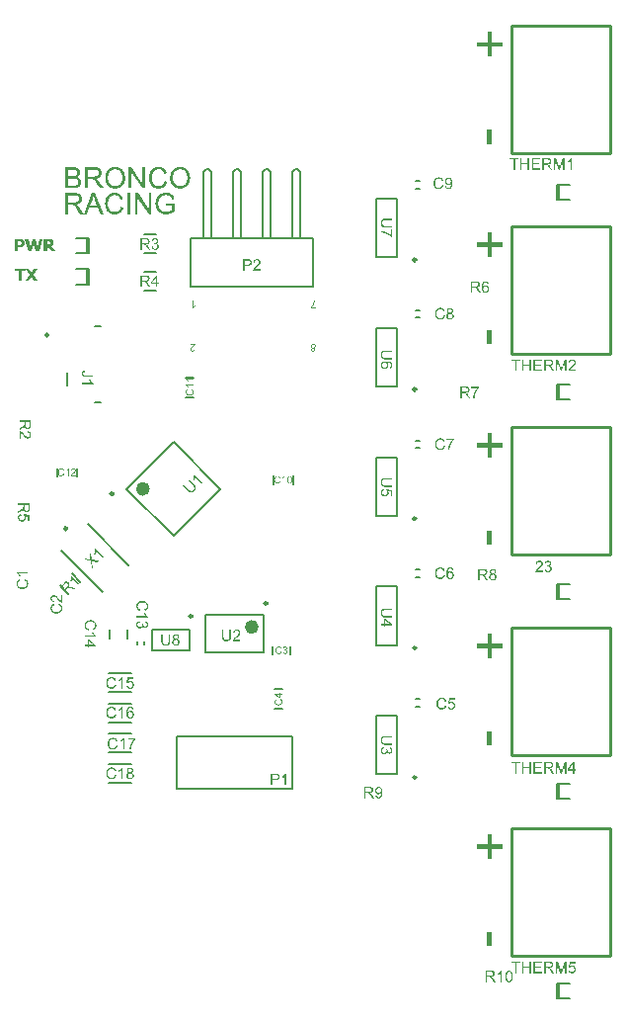
<source format=gbr>
%TF.GenerationSoftware,Altium Limited,Altium Designer,20.1.12 (249)*%
G04 Layer_Color=65535*
%FSLAX26Y26*%
%MOIN*%
%TF.SameCoordinates,D7814EA1-E16B-4454-910B-2193EC0156EE*%
%TF.FilePolarity,Positive*%
%TF.FileFunction,Legend,Top*%
%TF.Part,Single*%
G01*
G75*
%TA.AperFunction,NonConductor*%
%ADD54C,0.009842*%
%ADD55C,0.023622*%
%ADD56C,0.007874*%
%ADD57C,0.010000*%
%ADD58R,0.008031X0.051181*%
G36*
X1654237Y247720D02*
X1638414D01*
Y296023D01*
X1654237D01*
Y247720D01*
D02*
G37*
G36*
X1655476Y1267400D02*
X1690349D01*
Y1252514D01*
X1655476D01*
Y1217640D01*
X1640798D01*
Y1252514D01*
X1605716D01*
Y1267400D01*
X1640798D01*
Y1302274D01*
X1655476D01*
Y1267400D01*
D02*
G37*
G36*
X1654237Y923970D02*
X1638414D01*
Y972273D01*
X1654237D01*
Y923970D01*
D02*
G37*
G36*
X532078Y2875100D02*
X532824D01*
X533742Y2874985D01*
X534775Y2874871D01*
X535923Y2874698D01*
X537244Y2874469D01*
X538621Y2874182D01*
X540056Y2873837D01*
X541491Y2873378D01*
X542984Y2872862D01*
X544533Y2872288D01*
X546026Y2871541D01*
X547461Y2870738D01*
X548838Y2869762D01*
X548896Y2869705D01*
X549183Y2869532D01*
X549527Y2869188D01*
X550044Y2868786D01*
X550618Y2868212D01*
X551307Y2867523D01*
X551995Y2866720D01*
X552799Y2865859D01*
X553660Y2864826D01*
X554464Y2863678D01*
X555325Y2862415D01*
X556128Y2861095D01*
X556932Y2859602D01*
X557678Y2858052D01*
X558367Y2856330D01*
X558941Y2854551D01*
X549757Y2852427D01*
Y2852542D01*
X549642Y2852772D01*
X549527Y2853173D01*
X549298Y2853690D01*
X549068Y2854321D01*
X548724Y2855068D01*
X548379Y2855871D01*
X547920Y2856732D01*
X546944Y2858569D01*
X545681Y2860406D01*
X544993Y2861267D01*
X544246Y2862128D01*
X543443Y2862931D01*
X542582Y2863620D01*
X542524Y2863678D01*
X542352Y2863792D01*
X542123Y2863965D01*
X541721Y2864194D01*
X541262Y2864424D01*
X540745Y2864768D01*
X540114Y2865055D01*
X539367Y2865400D01*
X538564Y2865744D01*
X537703Y2866031D01*
X536727Y2866375D01*
X535694Y2866605D01*
X534603Y2866835D01*
X533398Y2867007D01*
X532192Y2867122D01*
X530872Y2867179D01*
X530069D01*
X529495Y2867122D01*
X528806Y2867064D01*
X528002Y2866949D01*
X527084Y2866835D01*
X526108Y2866720D01*
X525075Y2866490D01*
X523984Y2866203D01*
X522836Y2865916D01*
X521688Y2865514D01*
X520540Y2865113D01*
X519392Y2864539D01*
X518302Y2863965D01*
X517268Y2863276D01*
X517211Y2863218D01*
X517039Y2863104D01*
X516752Y2862874D01*
X516407Y2862587D01*
X515948Y2862185D01*
X515432Y2861669D01*
X514858Y2861152D01*
X514284Y2860521D01*
X513652Y2859774D01*
X513021Y2858971D01*
X512332Y2858110D01*
X511701Y2857191D01*
X511127Y2856216D01*
X510553Y2855125D01*
X510036Y2853977D01*
X509577Y2852772D01*
Y2852714D01*
X509462Y2852485D01*
X509405Y2852140D01*
X509232Y2851624D01*
X509060Y2851050D01*
X508888Y2850303D01*
X508716Y2849500D01*
X508486Y2848581D01*
X508257Y2847606D01*
X508084Y2846572D01*
X507912Y2845424D01*
X507740Y2844276D01*
X507510Y2841808D01*
X507396Y2839225D01*
Y2839110D01*
Y2838823D01*
Y2838364D01*
X507453Y2837733D01*
Y2836929D01*
X507510Y2836011D01*
X507625Y2834978D01*
X507740Y2833887D01*
X507855Y2832682D01*
X508027Y2831419D01*
X508486Y2828778D01*
X509118Y2826081D01*
X509519Y2824760D01*
X509979Y2823440D01*
X510036Y2823383D01*
X510093Y2823153D01*
X510266Y2822809D01*
X510495Y2822350D01*
X510782Y2821776D01*
X511127Y2821144D01*
X511528Y2820455D01*
X511988Y2819652D01*
X512504Y2818848D01*
X513136Y2818045D01*
X513824Y2817184D01*
X514513Y2816380D01*
X515317Y2815576D01*
X516178Y2814773D01*
X517154Y2814084D01*
X518129Y2813395D01*
X518187Y2813338D01*
X518359Y2813280D01*
X518703Y2813108D01*
X519105Y2812879D01*
X519622Y2812649D01*
X520253Y2812362D01*
X520942Y2812075D01*
X521746Y2811788D01*
X522607Y2811444D01*
X523525Y2811157D01*
X524501Y2810870D01*
X525534Y2810640D01*
X526625Y2810410D01*
X527773Y2810238D01*
X528921Y2810181D01*
X530126Y2810123D01*
X530470D01*
X530872Y2810181D01*
X531446D01*
X532135Y2810238D01*
X532881Y2810353D01*
X533800Y2810525D01*
X534718Y2810697D01*
X535751Y2810927D01*
X536842Y2811214D01*
X537932Y2811558D01*
X539023Y2812018D01*
X540171Y2812534D01*
X541262Y2813108D01*
X542352Y2813797D01*
X543385Y2814601D01*
X543443Y2814658D01*
X543615Y2814830D01*
X543902Y2815060D01*
X544246Y2815462D01*
X544706Y2815921D01*
X545222Y2816495D01*
X545796Y2817184D01*
X546370Y2817987D01*
X546944Y2818906D01*
X547576Y2819881D01*
X548207Y2820972D01*
X548838Y2822235D01*
X549412Y2823498D01*
X549929Y2824933D01*
X550388Y2826482D01*
X550790Y2828090D01*
X560146Y2825736D01*
Y2825679D01*
X560089Y2825621D01*
Y2825449D01*
X560031Y2825220D01*
X559802Y2824646D01*
X559572Y2823842D01*
X559228Y2822866D01*
X558826Y2821776D01*
X558309Y2820513D01*
X557678Y2819193D01*
X557047Y2817815D01*
X556243Y2816380D01*
X555382Y2814945D01*
X554406Y2813453D01*
X553316Y2812018D01*
X552168Y2810640D01*
X550905Y2809377D01*
X549527Y2808172D01*
X549412Y2808114D01*
X549183Y2807942D01*
X548724Y2807598D01*
X548150Y2807253D01*
X547403Y2806794D01*
X546542Y2806278D01*
X545509Y2805704D01*
X544361Y2805187D01*
X543041Y2804613D01*
X541606Y2804039D01*
X540056Y2803522D01*
X538449Y2803063D01*
X536670Y2802719D01*
X534833Y2802432D01*
X532881Y2802202D01*
X530872Y2802145D01*
X530356D01*
X529782Y2802202D01*
X528978D01*
X528002Y2802260D01*
X526912Y2802374D01*
X525649Y2802547D01*
X524271Y2802719D01*
X522836Y2802948D01*
X521344Y2803293D01*
X519794Y2803637D01*
X518244Y2804096D01*
X516694Y2804613D01*
X515202Y2805244D01*
X513710Y2805933D01*
X512332Y2806737D01*
X512275Y2806794D01*
X512045Y2806966D01*
X511643Y2807253D01*
X511184Y2807598D01*
X510553Y2808114D01*
X509864Y2808688D01*
X509118Y2809377D01*
X508314Y2810181D01*
X507453Y2811042D01*
X506535Y2812075D01*
X505674Y2813166D01*
X504755Y2814371D01*
X503894Y2815691D01*
X503033Y2817126D01*
X502230Y2818619D01*
X501483Y2820226D01*
X501426Y2820341D01*
X501311Y2820628D01*
X501139Y2821087D01*
X500909Y2821776D01*
X500622Y2822579D01*
X500278Y2823555D01*
X499991Y2824646D01*
X499647Y2825908D01*
X499245Y2827286D01*
X498958Y2828721D01*
X498613Y2830328D01*
X498326Y2831935D01*
X498097Y2833657D01*
X497925Y2835437D01*
X497810Y2837273D01*
X497752Y2839168D01*
Y2839225D01*
Y2839282D01*
Y2839455D01*
Y2839684D01*
X497810Y2840258D01*
Y2841005D01*
X497867Y2841980D01*
X497982Y2843071D01*
X498097Y2844334D01*
X498269Y2845711D01*
X498499Y2847146D01*
X498786Y2848696D01*
X499130Y2850303D01*
X499532Y2851910D01*
X499991Y2853575D01*
X500565Y2855240D01*
X501196Y2856847D01*
X501943Y2858397D01*
X502000Y2858512D01*
X502115Y2858741D01*
X502402Y2859200D01*
X502746Y2859774D01*
X503148Y2860406D01*
X503665Y2861209D01*
X504296Y2862070D01*
X504985Y2863046D01*
X505788Y2864022D01*
X506707Y2865055D01*
X507683Y2866088D01*
X508773Y2867122D01*
X509921Y2868155D01*
X511127Y2869073D01*
X512447Y2869992D01*
X513882Y2870853D01*
X513997Y2870910D01*
X514226Y2871025D01*
X514685Y2871254D01*
X515259Y2871541D01*
X516006Y2871828D01*
X516867Y2872230D01*
X517842Y2872632D01*
X518933Y2873034D01*
X520196Y2873436D01*
X521516Y2873780D01*
X522894Y2874182D01*
X524443Y2874469D01*
X525993Y2874756D01*
X527600Y2874985D01*
X529322Y2875100D01*
X531044Y2875158D01*
X531504D01*
X532078Y2875100D01*
D02*
G37*
G36*
X484723Y2803350D02*
X475137D01*
X438056Y2858798D01*
Y2803350D01*
X429102D01*
Y2874010D01*
X438630D01*
X475768Y2818504D01*
Y2874010D01*
X484723D01*
Y2803350D01*
D02*
G37*
G36*
X314991Y2873952D02*
X315852Y2873895D01*
X316885Y2873837D01*
X317976Y2873780D01*
X320272Y2873550D01*
X322625Y2873206D01*
X323773Y2872976D01*
X324921Y2872689D01*
X325954Y2872402D01*
X326930Y2872058D01*
X326987D01*
X327160Y2871943D01*
X327389Y2871828D01*
X327734Y2871713D01*
X328193Y2871484D01*
X328652Y2871197D01*
X329743Y2870508D01*
X330374Y2870106D01*
X331005Y2869590D01*
X331694Y2869016D01*
X332326Y2868442D01*
X332957Y2867753D01*
X333646Y2867007D01*
X334220Y2866203D01*
X334794Y2865342D01*
X334851Y2865285D01*
X334909Y2865113D01*
X335081Y2864883D01*
X335253Y2864481D01*
X335483Y2864022D01*
X335712Y2863505D01*
X335999Y2862874D01*
X336286Y2862185D01*
X336573Y2861439D01*
X336860Y2860635D01*
X337319Y2858856D01*
X337664Y2856847D01*
X337721Y2855814D01*
X337779Y2854723D01*
Y2854666D01*
Y2854379D01*
X337721Y2853977D01*
Y2853460D01*
X337606Y2852829D01*
X337549Y2852083D01*
X337377Y2851222D01*
X337147Y2850303D01*
X336918Y2849327D01*
X336573Y2848352D01*
X336171Y2847261D01*
X335712Y2846228D01*
X335138Y2845137D01*
X334507Y2844047D01*
X333761Y2843014D01*
X332900Y2842038D01*
X332842Y2841980D01*
X332670Y2841808D01*
X332383Y2841579D01*
X331981Y2841234D01*
X331465Y2840775D01*
X330833Y2840316D01*
X330087Y2839799D01*
X329169Y2839282D01*
X328193Y2838709D01*
X327102Y2838192D01*
X325839Y2837618D01*
X324519Y2837101D01*
X323027Y2836585D01*
X321420Y2836183D01*
X319698Y2835781D01*
X317861Y2835494D01*
X317918D01*
X318033Y2835437D01*
X318205Y2835322D01*
X318492Y2835207D01*
X319124Y2834805D01*
X319985Y2834346D01*
X320903Y2833829D01*
X321821Y2833198D01*
X322682Y2832567D01*
X323486Y2831935D01*
X323543Y2831878D01*
X323658Y2831763D01*
X323888Y2831534D01*
X324175Y2831247D01*
X324577Y2830902D01*
X324978Y2830443D01*
X325495Y2829926D01*
X326012Y2829352D01*
X326586Y2828721D01*
X327217Y2828032D01*
X327848Y2827229D01*
X328480Y2826425D01*
X329857Y2824588D01*
X331235Y2822579D01*
X343461Y2803350D01*
X331809D01*
X322453Y2818044D01*
X322395Y2818102D01*
X322281Y2818331D01*
X322051Y2818676D01*
X321764Y2819078D01*
X321420Y2819594D01*
X321018Y2820226D01*
X320559Y2820914D01*
X320099Y2821603D01*
X319009Y2823211D01*
X317861Y2824818D01*
X316770Y2826367D01*
X316196Y2827056D01*
X315680Y2827745D01*
Y2827802D01*
X315565Y2827917D01*
X315450Y2828090D01*
X315220Y2828319D01*
X314761Y2828893D01*
X314072Y2829582D01*
X313384Y2830385D01*
X312580Y2831189D01*
X311719Y2831878D01*
X310915Y2832452D01*
X310801Y2832509D01*
X310571Y2832682D01*
X310169Y2832911D01*
X309595Y2833198D01*
X308964Y2833543D01*
X308275Y2833887D01*
X307529Y2834174D01*
X306725Y2834403D01*
X306668D01*
X306438Y2834461D01*
X306036Y2834518D01*
X305462Y2834576D01*
X304774Y2834633D01*
X303855Y2834691D01*
X302765Y2834748D01*
X290711D01*
Y2803350D01*
X281354D01*
Y2874010D01*
X314187D01*
X314991Y2873952D01*
D02*
G37*
G36*
X242782D02*
X243470D01*
X244274Y2873895D01*
X245135Y2873837D01*
X246111Y2873722D01*
X248177Y2873493D01*
X250358Y2873091D01*
X252482Y2872575D01*
X253458Y2872230D01*
X254434Y2871828D01*
X254491D01*
X254663Y2871713D01*
X254893Y2871599D01*
X255237Y2871427D01*
X255639Y2871197D01*
X256098Y2870910D01*
X257246Y2870221D01*
X258452Y2869303D01*
X259715Y2868155D01*
X260977Y2866777D01*
X262068Y2865227D01*
X262125Y2865170D01*
X262183Y2865055D01*
X262355Y2864768D01*
X262527Y2864481D01*
X262699Y2864022D01*
X262986Y2863563D01*
X263216Y2862989D01*
X263503Y2862357D01*
X264020Y2860980D01*
X264421Y2859372D01*
X264766Y2857651D01*
X264823Y2856789D01*
X264881Y2855871D01*
Y2855814D01*
Y2855699D01*
Y2855412D01*
X264823Y2855125D01*
Y2854723D01*
X264766Y2854206D01*
X264651Y2853690D01*
X264594Y2853116D01*
X264307Y2851796D01*
X263847Y2850361D01*
X263216Y2848868D01*
X262872Y2848065D01*
X262412Y2847318D01*
Y2847261D01*
X262298Y2847146D01*
X262125Y2846917D01*
X261953Y2846630D01*
X261666Y2846343D01*
X261379Y2845941D01*
X260977Y2845482D01*
X260576Y2845023D01*
X260059Y2844506D01*
X259542Y2843989D01*
X258911Y2843473D01*
X258222Y2842899D01*
X257533Y2842382D01*
X256730Y2841865D01*
X255926Y2841349D01*
X255008Y2840890D01*
X255065D01*
X255295Y2840775D01*
X255639Y2840660D01*
X256041Y2840545D01*
X256615Y2840316D01*
X257189Y2840029D01*
X257878Y2839742D01*
X258624Y2839397D01*
X260231Y2838479D01*
X261035Y2837962D01*
X261838Y2837388D01*
X262642Y2836757D01*
X263388Y2836068D01*
X264134Y2835265D01*
X264823Y2834461D01*
X264881Y2834403D01*
X264995Y2834231D01*
X265168Y2834002D01*
X265397Y2833657D01*
X265627Y2833198D01*
X265914Y2832682D01*
X266258Y2832108D01*
X266603Y2831419D01*
X266890Y2830673D01*
X267234Y2829869D01*
X267521Y2829008D01*
X267808Y2828032D01*
X267980Y2827056D01*
X268152Y2826023D01*
X268267Y2824932D01*
X268325Y2823785D01*
Y2823727D01*
Y2823555D01*
Y2823325D01*
X268267Y2822923D01*
Y2822522D01*
X268210Y2822005D01*
X268152Y2821374D01*
X268038Y2820742D01*
X267808Y2819307D01*
X267406Y2817758D01*
X266890Y2816150D01*
X266201Y2814543D01*
Y2814486D01*
X266086Y2814371D01*
X265971Y2814141D01*
X265799Y2813854D01*
X265627Y2813510D01*
X265340Y2813108D01*
X264766Y2812132D01*
X264020Y2811099D01*
X263101Y2810008D01*
X262068Y2808918D01*
X260977Y2807999D01*
X260920D01*
X260863Y2807885D01*
X260690Y2807770D01*
X260403Y2807598D01*
X260116Y2807425D01*
X259772Y2807196D01*
X259370Y2806966D01*
X258854Y2806679D01*
X257763Y2806163D01*
X256443Y2805531D01*
X254950Y2805015D01*
X253286Y2804498D01*
X253228D01*
X253056Y2804441D01*
X252827Y2804383D01*
X252482Y2804326D01*
X252023Y2804211D01*
X251449Y2804154D01*
X250818Y2804039D01*
X250129Y2803924D01*
X249325Y2803809D01*
X248464Y2803695D01*
X247546Y2803637D01*
X246513Y2803522D01*
X245479Y2803465D01*
X244331Y2803407D01*
X241921Y2803350D01*
X215000D01*
Y2874010D01*
X242265D01*
X242782Y2873952D01*
D02*
G37*
G36*
X603598Y2875215D02*
X604287D01*
X605148Y2875158D01*
X606124Y2875043D01*
X607272Y2874871D01*
X608477Y2874698D01*
X609797Y2874411D01*
X611232Y2874124D01*
X612667Y2873723D01*
X614160Y2873263D01*
X615709Y2872747D01*
X617259Y2872115D01*
X618752Y2871369D01*
X620244Y2870566D01*
X620359Y2870508D01*
X620588Y2870336D01*
X620990Y2870106D01*
X621564Y2869705D01*
X622196Y2869245D01*
X622942Y2868671D01*
X623803Y2867983D01*
X624721Y2867179D01*
X625640Y2866318D01*
X626615Y2865342D01*
X627649Y2864252D01*
X628624Y2863104D01*
X629600Y2861841D01*
X630519Y2860521D01*
X631437Y2859086D01*
X632241Y2857536D01*
X632298Y2857421D01*
X632413Y2857134D01*
X632642Y2856675D01*
X632872Y2856043D01*
X633216Y2855297D01*
X633561Y2854321D01*
X633905Y2853231D01*
X634307Y2852025D01*
X634709Y2850648D01*
X635053Y2849213D01*
X635398Y2847663D01*
X635742Y2845998D01*
X635972Y2844219D01*
X636201Y2842382D01*
X636316Y2840488D01*
X636373Y2838536D01*
Y2838479D01*
Y2838422D01*
Y2838249D01*
Y2838077D01*
Y2837503D01*
X636316Y2836757D01*
X636259Y2835781D01*
X636144Y2834691D01*
X636029Y2833485D01*
X635857Y2832108D01*
X635627Y2830673D01*
X635283Y2829123D01*
X634938Y2827516D01*
X634537Y2825908D01*
X634020Y2824244D01*
X633446Y2822579D01*
X632757Y2820915D01*
X632011Y2819307D01*
X631954Y2819193D01*
X631781Y2818963D01*
X631552Y2818504D01*
X631207Y2817930D01*
X630748Y2817241D01*
X630232Y2816437D01*
X629543Y2815519D01*
X628854Y2814543D01*
X627993Y2813510D01*
X627075Y2812477D01*
X626041Y2811386D01*
X624951Y2810353D01*
X623745Y2809320D01*
X622483Y2808287D01*
X621105Y2807368D01*
X619670Y2806507D01*
X619555Y2806450D01*
X619326Y2806335D01*
X618866Y2806105D01*
X618292Y2805818D01*
X617546Y2805474D01*
X616685Y2805130D01*
X615709Y2804728D01*
X614561Y2804326D01*
X613356Y2803924D01*
X612036Y2803522D01*
X610601Y2803178D01*
X609108Y2802834D01*
X607559Y2802547D01*
X605951Y2802317D01*
X604287Y2802202D01*
X602565Y2802145D01*
X602106D01*
X601589Y2802202D01*
X600900D01*
X599982Y2802317D01*
X599006Y2802374D01*
X597858Y2802547D01*
X596595Y2802719D01*
X595218Y2803006D01*
X593840Y2803293D01*
X592348Y2803695D01*
X590798Y2804154D01*
X589305Y2804728D01*
X587756Y2805359D01*
X586206Y2806048D01*
X584713Y2806909D01*
X584599Y2806966D01*
X584369Y2807139D01*
X583967Y2807426D01*
X583451Y2807770D01*
X582762Y2808287D01*
X582016Y2808861D01*
X581212Y2809549D01*
X580294Y2810353D01*
X579375Y2811271D01*
X578399Y2812247D01*
X577424Y2813338D01*
X576390Y2814486D01*
X575415Y2815749D01*
X574496Y2817126D01*
X573635Y2818561D01*
X572832Y2820054D01*
X572774Y2820168D01*
X572659Y2820455D01*
X572487Y2820915D01*
X572200Y2821489D01*
X571913Y2822292D01*
X571569Y2823211D01*
X571224Y2824244D01*
X570823Y2825392D01*
X570478Y2826655D01*
X570076Y2828032D01*
X569732Y2829525D01*
X569445Y2831074D01*
X569158Y2832624D01*
X568986Y2834289D01*
X568871Y2836011D01*
X568814Y2837733D01*
Y2837790D01*
Y2837962D01*
Y2838192D01*
Y2838536D01*
X568871Y2838938D01*
Y2839455D01*
X568928Y2839971D01*
X568986Y2840660D01*
X569043Y2841349D01*
X569101Y2842153D01*
X569330Y2843817D01*
X569617Y2845711D01*
X570019Y2847778D01*
X570478Y2849959D01*
X571110Y2852198D01*
X571856Y2854494D01*
X572774Y2856790D01*
X573865Y2859028D01*
X575128Y2861267D01*
X576563Y2863333D01*
X578227Y2865285D01*
X578285Y2865342D01*
X578342Y2865400D01*
X578686Y2865744D01*
X579203Y2866203D01*
X579949Y2866835D01*
X580868Y2867581D01*
X582016Y2868442D01*
X583336Y2869360D01*
X584828Y2870279D01*
X586493Y2871197D01*
X588330Y2872115D01*
X590339Y2872976D01*
X592520Y2873723D01*
X594816Y2874354D01*
X597284Y2874871D01*
X599867Y2875158D01*
X601245Y2875272D01*
X603081D01*
X603598Y2875215D01*
D02*
G37*
G36*
X384387Y2875215D02*
X385076D01*
X385937Y2875157D01*
X386913Y2875043D01*
X388061Y2874870D01*
X389266Y2874698D01*
X390587Y2874411D01*
X392022Y2874124D01*
X393457Y2873722D01*
X394949Y2873263D01*
X396499Y2872747D01*
X398049Y2872115D01*
X399541Y2871369D01*
X401033Y2870566D01*
X401148Y2870508D01*
X401378Y2870336D01*
X401780Y2870106D01*
X402354Y2869704D01*
X402985Y2869245D01*
X403731Y2868671D01*
X404592Y2867983D01*
X405511Y2867179D01*
X406429Y2866318D01*
X407405Y2865342D01*
X408438Y2864251D01*
X409414Y2863104D01*
X410390Y2861841D01*
X411308Y2860521D01*
X412226Y2859086D01*
X413030Y2857536D01*
X413087Y2857421D01*
X413202Y2857134D01*
X413432Y2856675D01*
X413661Y2856043D01*
X414006Y2855297D01*
X414350Y2854321D01*
X414695Y2853231D01*
X415096Y2852025D01*
X415498Y2850648D01*
X415843Y2849213D01*
X416187Y2847663D01*
X416531Y2845998D01*
X416761Y2844219D01*
X416991Y2842382D01*
X417105Y2840488D01*
X417163Y2838536D01*
Y2838479D01*
Y2838421D01*
Y2838249D01*
Y2838077D01*
Y2837503D01*
X417105Y2836757D01*
X417048Y2835781D01*
X416933Y2834691D01*
X416818Y2833485D01*
X416646Y2832108D01*
X416417Y2830673D01*
X416072Y2829123D01*
X415728Y2827515D01*
X415326Y2825908D01*
X414809Y2824244D01*
X414235Y2822579D01*
X413547Y2820914D01*
X412800Y2819307D01*
X412743Y2819193D01*
X412571Y2818963D01*
X412341Y2818504D01*
X411997Y2817930D01*
X411538Y2817241D01*
X411021Y2816437D01*
X410332Y2815519D01*
X409643Y2814543D01*
X408782Y2813510D01*
X407864Y2812477D01*
X406831Y2811386D01*
X405740Y2810353D01*
X404535Y2809320D01*
X403272Y2808287D01*
X401894Y2807368D01*
X400459Y2806507D01*
X400345Y2806450D01*
X400115Y2806335D01*
X399656Y2806105D01*
X399082Y2805818D01*
X398336Y2805474D01*
X397475Y2805130D01*
X396499Y2804728D01*
X395351Y2804326D01*
X394145Y2803924D01*
X392825Y2803522D01*
X391390Y2803178D01*
X389898Y2802834D01*
X388348Y2802546D01*
X386741Y2802317D01*
X385076Y2802202D01*
X383354Y2802145D01*
X382895D01*
X382378Y2802202D01*
X381690D01*
X380771Y2802317D01*
X379795Y2802374D01*
X378647Y2802546D01*
X377385Y2802719D01*
X376007Y2803006D01*
X374629Y2803293D01*
X373137Y2803695D01*
X371587Y2804154D01*
X370095Y2804728D01*
X368545Y2805359D01*
X366995Y2806048D01*
X365503Y2806909D01*
X365388Y2806966D01*
X365158Y2807139D01*
X364757Y2807425D01*
X364240Y2807770D01*
X363551Y2808287D01*
X362805Y2808860D01*
X362001Y2809549D01*
X361083Y2810353D01*
X360165Y2811271D01*
X359189Y2812247D01*
X358213Y2813338D01*
X357180Y2814486D01*
X356204Y2815749D01*
X355286Y2817126D01*
X354425Y2818561D01*
X353621Y2820053D01*
X353564Y2820168D01*
X353449Y2820455D01*
X353277Y2820914D01*
X352990Y2821488D01*
X352703Y2822292D01*
X352358Y2823211D01*
X352014Y2824244D01*
X351612Y2825392D01*
X351268Y2826655D01*
X350866Y2828032D01*
X350521Y2829524D01*
X350234Y2831074D01*
X349947Y2832624D01*
X349775Y2834289D01*
X349660Y2836011D01*
X349603Y2837733D01*
Y2837790D01*
Y2837962D01*
Y2838192D01*
Y2838536D01*
X349660Y2838938D01*
Y2839455D01*
X349718Y2839971D01*
X349775Y2840660D01*
X349833Y2841349D01*
X349890Y2842153D01*
X350120Y2843817D01*
X350407Y2845711D01*
X350808Y2847778D01*
X351268Y2849959D01*
X351899Y2852198D01*
X352645Y2854494D01*
X353564Y2856789D01*
X354654Y2859028D01*
X355917Y2861267D01*
X357352Y2863333D01*
X359017Y2865285D01*
X359074Y2865342D01*
X359131Y2865399D01*
X359476Y2865744D01*
X359992Y2866203D01*
X360739Y2866834D01*
X361657Y2867581D01*
X362805Y2868442D01*
X364125Y2869360D01*
X365618Y2870278D01*
X367282Y2871197D01*
X369119Y2872115D01*
X371128Y2872976D01*
X373309Y2873722D01*
X375605Y2874354D01*
X378073Y2874870D01*
X380656Y2875157D01*
X382034Y2875272D01*
X383871D01*
X384387Y2875215D01*
D02*
G37*
G36*
X383584Y2787955D02*
X384330D01*
X385248Y2787841D01*
X386282Y2787726D01*
X387430Y2787554D01*
X388750Y2787324D01*
X390127Y2787037D01*
X391562Y2786693D01*
X392997Y2786233D01*
X394490Y2785717D01*
X396040Y2785143D01*
X397532Y2784397D01*
X398967Y2783593D01*
X400345Y2782617D01*
X400402Y2782560D01*
X400689Y2782388D01*
X401033Y2782043D01*
X401550Y2781641D01*
X402124Y2781067D01*
X402813Y2780379D01*
X403502Y2779575D01*
X404305Y2778714D01*
X405166Y2777681D01*
X405970Y2776533D01*
X406831Y2775270D01*
X407634Y2773950D01*
X408438Y2772457D01*
X409184Y2770908D01*
X409873Y2769186D01*
X410447Y2767406D01*
X401263Y2765282D01*
Y2765397D01*
X401148Y2765627D01*
X401033Y2766029D01*
X400804Y2766545D01*
X400574Y2767177D01*
X400230Y2767923D01*
X399885Y2768726D01*
X399426Y2769587D01*
X398450Y2771424D01*
X397188Y2773261D01*
X396499Y2774122D01*
X395753Y2774983D01*
X394949Y2775787D01*
X394088Y2776475D01*
X394031Y2776533D01*
X393858Y2776648D01*
X393629Y2776820D01*
X393227Y2777049D01*
X392768Y2777279D01*
X392251Y2777623D01*
X391620Y2777910D01*
X390874Y2778255D01*
X390070Y2778599D01*
X389209Y2778886D01*
X388233Y2779231D01*
X387200Y2779460D01*
X386109Y2779690D01*
X384904Y2779862D01*
X383699Y2779977D01*
X382378Y2780034D01*
X381575D01*
X381001Y2779977D01*
X380312Y2779919D01*
X379508Y2779805D01*
X378590Y2779690D01*
X377614Y2779575D01*
X376581Y2779345D01*
X375490Y2779058D01*
X374342Y2778771D01*
X373194Y2778370D01*
X372046Y2777968D01*
X370898Y2777394D01*
X369808Y2776820D01*
X368775Y2776131D01*
X368717Y2776074D01*
X368545Y2775959D01*
X368258Y2775729D01*
X367914Y2775442D01*
X367454Y2775040D01*
X366938Y2774524D01*
X366364Y2774007D01*
X365790Y2773376D01*
X365158Y2772630D01*
X364527Y2771826D01*
X363838Y2770965D01*
X363207Y2770047D01*
X362633Y2769071D01*
X362059Y2767980D01*
X361542Y2766832D01*
X361083Y2765627D01*
Y2765569D01*
X360968Y2765340D01*
X360911Y2764995D01*
X360739Y2764479D01*
X360566Y2763905D01*
X360394Y2763159D01*
X360222Y2762355D01*
X359992Y2761437D01*
X359763Y2760461D01*
X359591Y2759428D01*
X359418Y2758280D01*
X359246Y2757132D01*
X359017Y2754663D01*
X358902Y2752080D01*
Y2751966D01*
Y2751679D01*
Y2751219D01*
X358959Y2750588D01*
Y2749784D01*
X359017Y2748866D01*
X359131Y2747833D01*
X359246Y2746742D01*
X359361Y2745537D01*
X359533Y2744274D01*
X359992Y2741634D01*
X360624Y2738936D01*
X361026Y2737616D01*
X361485Y2736295D01*
X361542Y2736238D01*
X361600Y2736008D01*
X361772Y2735664D01*
X362001Y2735205D01*
X362288Y2734631D01*
X362633Y2733999D01*
X363035Y2733311D01*
X363494Y2732507D01*
X364010Y2731703D01*
X364642Y2730900D01*
X365331Y2730039D01*
X366019Y2729235D01*
X366823Y2728432D01*
X367684Y2727628D01*
X368660Y2726939D01*
X369636Y2726250D01*
X369693Y2726193D01*
X369865Y2726136D01*
X370210Y2725963D01*
X370611Y2725734D01*
X371128Y2725504D01*
X371759Y2725217D01*
X372448Y2724930D01*
X373252Y2724643D01*
X374113Y2724299D01*
X375031Y2724012D01*
X376007Y2723725D01*
X377040Y2723495D01*
X378131Y2723266D01*
X379279Y2723093D01*
X380427Y2723036D01*
X381632Y2722979D01*
X381977D01*
X382378Y2723036D01*
X382952D01*
X383641Y2723093D01*
X384387Y2723208D01*
X385306Y2723380D01*
X386224Y2723553D01*
X387257Y2723782D01*
X388348Y2724069D01*
X389439Y2724414D01*
X390529Y2724873D01*
X391677Y2725389D01*
X392768Y2725963D01*
X393858Y2726652D01*
X394892Y2727456D01*
X394949Y2727513D01*
X395121Y2727685D01*
X395408Y2727915D01*
X395753Y2728317D01*
X396212Y2728776D01*
X396728Y2729350D01*
X397302Y2730039D01*
X397876Y2730842D01*
X398450Y2731761D01*
X399082Y2732737D01*
X399713Y2733827D01*
X400345Y2735090D01*
X400919Y2736353D01*
X401435Y2737788D01*
X401894Y2739338D01*
X402296Y2740945D01*
X411652Y2738591D01*
Y2738534D01*
X411595Y2738477D01*
Y2738304D01*
X411538Y2738075D01*
X411308Y2737501D01*
X411078Y2736697D01*
X410734Y2735721D01*
X410332Y2734631D01*
X409816Y2733368D01*
X409184Y2732048D01*
X408553Y2730670D01*
X407749Y2729235D01*
X406888Y2727800D01*
X405912Y2726308D01*
X404822Y2724873D01*
X403674Y2723495D01*
X402411Y2722232D01*
X401033Y2721027D01*
X400919Y2720970D01*
X400689Y2720797D01*
X400230Y2720453D01*
X399656Y2720109D01*
X398910Y2719649D01*
X398049Y2719133D01*
X397015Y2718559D01*
X395867Y2718042D01*
X394547Y2717468D01*
X393112Y2716894D01*
X391562Y2716378D01*
X389955Y2715918D01*
X388176Y2715574D01*
X386339Y2715287D01*
X384387Y2715057D01*
X382378Y2715000D01*
X381862D01*
X381288Y2715057D01*
X380484D01*
X379508Y2715115D01*
X378418Y2715230D01*
X377155Y2715402D01*
X375777Y2715574D01*
X374342Y2715804D01*
X372850Y2716148D01*
X371300Y2716492D01*
X369750Y2716952D01*
X368201Y2717468D01*
X366708Y2718100D01*
X365216Y2718788D01*
X363838Y2719592D01*
X363781Y2719649D01*
X363551Y2719822D01*
X363149Y2720109D01*
X362690Y2720453D01*
X362059Y2720970D01*
X361370Y2721544D01*
X360624Y2722232D01*
X359820Y2723036D01*
X358959Y2723897D01*
X358041Y2724930D01*
X357180Y2726021D01*
X356261Y2727226D01*
X355400Y2728546D01*
X354539Y2729981D01*
X353736Y2731474D01*
X352990Y2733081D01*
X352932Y2733196D01*
X352817Y2733483D01*
X352645Y2733942D01*
X352416Y2734631D01*
X352129Y2735434D01*
X351784Y2736410D01*
X351497Y2737501D01*
X351153Y2738764D01*
X350751Y2740141D01*
X350464Y2741576D01*
X350120Y2743183D01*
X349833Y2744791D01*
X349603Y2746513D01*
X349431Y2748292D01*
X349316Y2750129D01*
X349259Y2752023D01*
Y2752080D01*
Y2752138D01*
Y2752310D01*
Y2752540D01*
X349316Y2753114D01*
Y2753860D01*
X349373Y2754836D01*
X349488Y2755926D01*
X349603Y2757189D01*
X349775Y2758567D01*
X350005Y2760002D01*
X350292Y2761551D01*
X350636Y2763159D01*
X351038Y2764766D01*
X351497Y2766430D01*
X352071Y2768095D01*
X352703Y2769702D01*
X353449Y2771252D01*
X353506Y2771367D01*
X353621Y2771596D01*
X353908Y2772056D01*
X354252Y2772630D01*
X354654Y2773261D01*
X355171Y2774065D01*
X355802Y2774926D01*
X356491Y2775901D01*
X357295Y2776877D01*
X358213Y2777910D01*
X359189Y2778944D01*
X360279Y2779977D01*
X361427Y2781010D01*
X362633Y2781928D01*
X363953Y2782847D01*
X365388Y2783708D01*
X365503Y2783765D01*
X365732Y2783880D01*
X366192Y2784110D01*
X366766Y2784397D01*
X367512Y2784684D01*
X368373Y2785085D01*
X369349Y2785487D01*
X370439Y2785889D01*
X371702Y2786291D01*
X373022Y2786635D01*
X374400Y2787037D01*
X375950Y2787324D01*
X377499Y2787611D01*
X379107Y2787841D01*
X380829Y2787955D01*
X382551Y2788013D01*
X383010D01*
X383584Y2787955D01*
D02*
G37*
G36*
X556128Y2787956D02*
X556760D01*
X557563Y2787898D01*
X558482Y2787783D01*
X559457Y2787726D01*
X560491Y2787554D01*
X561581Y2787381D01*
X563935Y2786922D01*
X566345Y2786348D01*
X567551Y2785947D01*
X568699Y2785487D01*
X568756D01*
X568986Y2785372D01*
X569273Y2785258D01*
X569732Y2785028D01*
X570249Y2784798D01*
X570823Y2784454D01*
X571511Y2784110D01*
X572258Y2783708D01*
X573807Y2782732D01*
X575415Y2781527D01*
X576964Y2780149D01*
X577711Y2779403D01*
X578399Y2778599D01*
X578457Y2778542D01*
X578572Y2778370D01*
X578744Y2778140D01*
X578973Y2777796D01*
X579260Y2777336D01*
X579605Y2776820D01*
X580007Y2776189D01*
X580408Y2775500D01*
X580810Y2774696D01*
X581269Y2773835D01*
X581671Y2772859D01*
X582130Y2771826D01*
X582590Y2770735D01*
X582991Y2769588D01*
X583393Y2768325D01*
X583738Y2767005D01*
X575357Y2764709D01*
Y2764766D01*
X575300Y2764938D01*
X575185Y2765225D01*
X575070Y2765627D01*
X574898Y2766029D01*
X574726Y2766603D01*
X574496Y2767177D01*
X574267Y2767808D01*
X573693Y2769128D01*
X573004Y2770563D01*
X572258Y2771941D01*
X571397Y2773204D01*
Y2773261D01*
X571282Y2773318D01*
X571167Y2773491D01*
X570937Y2773720D01*
X570421Y2774294D01*
X569675Y2774983D01*
X568699Y2775787D01*
X567551Y2776590D01*
X566173Y2777394D01*
X564623Y2778140D01*
X564566D01*
X564451Y2778198D01*
X564164Y2778312D01*
X563877Y2778427D01*
X563475Y2778599D01*
X562959Y2778714D01*
X562385Y2778886D01*
X561753Y2779116D01*
X561065Y2779288D01*
X560318Y2779460D01*
X558654Y2779747D01*
X556817Y2779977D01*
X554865Y2780034D01*
X553775D01*
X553258Y2779977D01*
X552569Y2779919D01*
X551881Y2779862D01*
X551077Y2779805D01*
X549298Y2779575D01*
X547461Y2779231D01*
X545567Y2778714D01*
X543730Y2778083D01*
X543672D01*
X543500Y2777968D01*
X543271Y2777910D01*
X542984Y2777738D01*
X542582Y2777509D01*
X542123Y2777279D01*
X541032Y2776705D01*
X539827Y2775959D01*
X538621Y2775098D01*
X537358Y2774065D01*
X536210Y2772917D01*
X536153Y2772859D01*
X536096Y2772802D01*
X535923Y2772630D01*
X535751Y2772343D01*
X535522Y2772056D01*
X535235Y2771711D01*
X534603Y2770850D01*
X533857Y2769817D01*
X533111Y2768612D01*
X532422Y2767349D01*
X531791Y2765914D01*
Y2765856D01*
X531676Y2765627D01*
X531561Y2765282D01*
X531389Y2764766D01*
X531159Y2764192D01*
X530930Y2763446D01*
X530700Y2762642D01*
X530470Y2761666D01*
X530183Y2760691D01*
X529954Y2759600D01*
X529724Y2758394D01*
X529495Y2757189D01*
X529322Y2755869D01*
X529208Y2754549D01*
X529150Y2753171D01*
X529093Y2751736D01*
Y2751621D01*
Y2751334D01*
Y2750818D01*
X529150Y2750186D01*
X529208Y2749325D01*
X529265Y2748407D01*
X529380Y2747374D01*
X529495Y2746226D01*
X529667Y2744963D01*
X529896Y2743700D01*
X530470Y2741060D01*
X530815Y2739740D01*
X531274Y2738419D01*
X531733Y2737099D01*
X532307Y2735894D01*
X532365Y2735836D01*
X532479Y2735607D01*
X532652Y2735320D01*
X532939Y2734860D01*
X533283Y2734344D01*
X533685Y2733713D01*
X534144Y2733081D01*
X534718Y2732335D01*
X535349Y2731589D01*
X536038Y2730843D01*
X536842Y2730039D01*
X537703Y2729235D01*
X538621Y2728489D01*
X539597Y2727800D01*
X540630Y2727111D01*
X541778Y2726480D01*
X541836Y2726423D01*
X542065Y2726365D01*
X542410Y2726193D01*
X542869Y2726021D01*
X543443Y2725791D01*
X544132Y2725504D01*
X544935Y2725217D01*
X545796Y2724988D01*
X546715Y2724701D01*
X547748Y2724414D01*
X548838Y2724127D01*
X549986Y2723897D01*
X552455Y2723553D01*
X553717Y2723495D01*
X555038Y2723438D01*
X555612D01*
X556071Y2723495D01*
X556645D01*
X557276Y2723553D01*
X558022Y2723610D01*
X558826Y2723725D01*
X559687Y2723840D01*
X560605Y2724012D01*
X562614Y2724414D01*
X564681Y2724988D01*
X566862Y2725734D01*
X566919Y2725791D01*
X567092Y2725849D01*
X567436Y2725963D01*
X567838Y2726136D01*
X568297Y2726365D01*
X568871Y2726595D01*
X569502Y2726939D01*
X570134Y2727226D01*
X571569Y2727972D01*
X573061Y2728834D01*
X574439Y2729752D01*
X575128Y2730211D01*
X575702Y2730728D01*
Y2743872D01*
X554865D01*
Y2752195D01*
X584828D01*
Y2725963D01*
X584771Y2725906D01*
X584541Y2725734D01*
X584139Y2725447D01*
X583623Y2725045D01*
X582991Y2724643D01*
X582245Y2724069D01*
X581384Y2723495D01*
X580466Y2722921D01*
X579375Y2722233D01*
X578285Y2721544D01*
X577137Y2720855D01*
X575874Y2720224D01*
X573233Y2718903D01*
X571913Y2718329D01*
X570536Y2717755D01*
X570478Y2717698D01*
X570191Y2717640D01*
X569789Y2717526D01*
X569273Y2717354D01*
X568584Y2717124D01*
X567838Y2716894D01*
X566919Y2716665D01*
X565944Y2716378D01*
X564853Y2716148D01*
X563705Y2715861D01*
X562442Y2715631D01*
X561122Y2715459D01*
X558424Y2715115D01*
X556989Y2715057D01*
X555554Y2715000D01*
X555095D01*
X554521Y2715057D01*
X553775D01*
X552856Y2715115D01*
X551823Y2715230D01*
X550618Y2715345D01*
X549298Y2715574D01*
X547863Y2715804D01*
X546313Y2716091D01*
X544763Y2716435D01*
X543156Y2716894D01*
X541491Y2717354D01*
X539884Y2717985D01*
X538219Y2718616D01*
X536612Y2719420D01*
X536497Y2719477D01*
X536268Y2719649D01*
X535809Y2719879D01*
X535235Y2720281D01*
X534488Y2720740D01*
X533685Y2721257D01*
X532766Y2721945D01*
X531848Y2722692D01*
X530815Y2723553D01*
X529724Y2724528D01*
X528691Y2725562D01*
X527600Y2726710D01*
X526567Y2727972D01*
X525534Y2729293D01*
X524616Y2730728D01*
X523755Y2732278D01*
X523697Y2732392D01*
X523582Y2732679D01*
X523353Y2733139D01*
X523066Y2733770D01*
X522779Y2734573D01*
X522377Y2735492D01*
X522033Y2736582D01*
X521631Y2737788D01*
X521229Y2739166D01*
X520827Y2740601D01*
X520425Y2742150D01*
X520138Y2743815D01*
X519851Y2745537D01*
X519622Y2747374D01*
X519507Y2749211D01*
X519450Y2751162D01*
Y2751220D01*
Y2751277D01*
Y2751621D01*
X519507Y2752195D01*
Y2752884D01*
X519564Y2753802D01*
X519679Y2754893D01*
X519794Y2756099D01*
X519966Y2757419D01*
X520196Y2758854D01*
X520483Y2760346D01*
X520827Y2761953D01*
X521286Y2763561D01*
X521746Y2765282D01*
X522320Y2766947D01*
X523008Y2768669D01*
X523755Y2770334D01*
X523812Y2770448D01*
X523984Y2770735D01*
X524214Y2771195D01*
X524558Y2771826D01*
X525017Y2772572D01*
X525534Y2773376D01*
X526165Y2774352D01*
X526912Y2775385D01*
X527773Y2776418D01*
X528691Y2777509D01*
X529667Y2778657D01*
X530815Y2779747D01*
X532020Y2780780D01*
X533283Y2781814D01*
X534661Y2782789D01*
X536153Y2783651D01*
X536268Y2783708D01*
X536497Y2783823D01*
X536957Y2784052D01*
X537588Y2784339D01*
X538334Y2784684D01*
X539253Y2785028D01*
X540343Y2785430D01*
X541549Y2785832D01*
X542811Y2786233D01*
X544246Y2786635D01*
X545796Y2786980D01*
X547461Y2787324D01*
X549183Y2787611D01*
X550962Y2787841D01*
X552856Y2787956D01*
X554808Y2788013D01*
X555554D01*
X556128Y2787956D01*
D02*
G37*
G36*
X506133Y2716206D02*
X496547Y2716205D01*
X459467Y2771654D01*
Y2716205D01*
X450512D01*
Y2786865D01*
X460041D01*
X497178Y2731359D01*
Y2786865D01*
X506133Y2786865D01*
Y2716206D01*
D02*
G37*
G36*
X434096Y2716205D02*
X424740D01*
Y2786865D01*
X434096D01*
Y2716205D01*
D02*
G37*
G36*
X344380D02*
X333761D01*
X325552Y2737616D01*
X295991D01*
X288242Y2716205D01*
X278370D01*
X305405Y2786865D01*
X315565D01*
X344380Y2716205D01*
D02*
G37*
G36*
X248636Y2786807D02*
X249497Y2786750D01*
X250531Y2786693D01*
X251621Y2786635D01*
X253917Y2786406D01*
X256271Y2786061D01*
X257419Y2785832D01*
X258567Y2785545D01*
X259600Y2785258D01*
X260576Y2784913D01*
X260633D01*
X260805Y2784798D01*
X261035Y2784684D01*
X261379Y2784569D01*
X261838Y2784339D01*
X262298Y2784052D01*
X263388Y2783363D01*
X264020Y2782962D01*
X264651Y2782445D01*
X265340Y2781871D01*
X265971Y2781297D01*
X266603Y2780608D01*
X267291Y2779862D01*
X267865Y2779058D01*
X268439Y2778197D01*
X268497Y2778140D01*
X268554Y2777968D01*
X268726Y2777738D01*
X268899Y2777336D01*
X269128Y2776877D01*
X269358Y2776361D01*
X269645Y2775729D01*
X269932Y2775040D01*
X270219Y2774294D01*
X270506Y2773491D01*
X270965Y2771711D01*
X271309Y2769702D01*
X271367Y2768669D01*
X271424Y2767578D01*
Y2767521D01*
Y2767234D01*
X271367Y2766832D01*
Y2766316D01*
X271252Y2765684D01*
X271195Y2764938D01*
X271022Y2764077D01*
X270793Y2763159D01*
X270563Y2762183D01*
X270219Y2761207D01*
X269817Y2760116D01*
X269358Y2759083D01*
X268784Y2757993D01*
X268152Y2756902D01*
X267406Y2755869D01*
X266545Y2754893D01*
X266488Y2754836D01*
X266316Y2754663D01*
X266029Y2754434D01*
X265627Y2754089D01*
X265110Y2753630D01*
X264479Y2753171D01*
X263733Y2752654D01*
X262814Y2752138D01*
X261838Y2751564D01*
X260748Y2751047D01*
X259485Y2750473D01*
X258165Y2749957D01*
X256672Y2749440D01*
X255065Y2749038D01*
X253343Y2748636D01*
X251506Y2748349D01*
X251564D01*
X251679Y2748292D01*
X251851Y2748177D01*
X252138Y2748062D01*
X252769Y2747661D01*
X253630Y2747201D01*
X254549Y2746685D01*
X255467Y2746053D01*
X256328Y2745422D01*
X257132Y2744791D01*
X257189Y2744733D01*
X257304Y2744618D01*
X257533Y2744389D01*
X257820Y2744102D01*
X258222Y2743757D01*
X258624Y2743298D01*
X259141Y2742782D01*
X259657Y2742208D01*
X260231Y2741576D01*
X260863Y2740887D01*
X261494Y2740084D01*
X262125Y2739280D01*
X263503Y2737443D01*
X264881Y2735434D01*
X277107Y2716205D01*
X265455D01*
X256098Y2730900D01*
X256041Y2730957D01*
X255926Y2731187D01*
X255697Y2731531D01*
X255410Y2731933D01*
X255065Y2732450D01*
X254663Y2733081D01*
X254204Y2733770D01*
X253745Y2734459D01*
X252654Y2736066D01*
X251506Y2737673D01*
X250416Y2739223D01*
X249842Y2739912D01*
X249325Y2740600D01*
Y2740658D01*
X249210Y2740773D01*
X249096Y2740945D01*
X248866Y2741174D01*
X248407Y2741748D01*
X247718Y2742437D01*
X247029Y2743241D01*
X246226Y2744044D01*
X245365Y2744733D01*
X244561Y2745307D01*
X244446Y2745365D01*
X244217Y2745537D01*
X243815Y2745766D01*
X243241Y2746053D01*
X242609Y2746398D01*
X241921Y2746742D01*
X241174Y2747029D01*
X240371Y2747259D01*
X240313D01*
X240084Y2747316D01*
X239682Y2747374D01*
X239108Y2747431D01*
X238419Y2747488D01*
X237501Y2747546D01*
X236410Y2747603D01*
X224356D01*
Y2716205D01*
X215000D01*
Y2786865D01*
X247833D01*
X248636Y2786807D01*
D02*
G37*
G36*
X1655476Y3296150D02*
X1690349D01*
Y3281264D01*
X1655476D01*
Y3246390D01*
X1640798D01*
Y3281264D01*
X1605716D01*
Y3296150D01*
X1640798D01*
Y3331024D01*
X1655476D01*
Y3296150D01*
D02*
G37*
G36*
Y2619900D02*
X1690349D01*
Y2605014D01*
X1655476D01*
Y2570140D01*
X1640798D01*
Y2605014D01*
X1605716D01*
Y2619900D01*
X1640798D01*
Y2654774D01*
X1655476D01*
Y2619900D01*
D02*
G37*
G36*
Y1943650D02*
X1690349D01*
Y1928764D01*
X1655476D01*
Y1893890D01*
X1640798D01*
Y1928764D01*
X1605716D01*
Y1943650D01*
X1640798D01*
Y1978524D01*
X1655476D01*
Y1943650D01*
D02*
G37*
G36*
Y591150D02*
X1690349D01*
Y576264D01*
X1655476D01*
Y541390D01*
X1640798D01*
Y576264D01*
X1605716D01*
Y591150D01*
X1640798D01*
Y626024D01*
X1655476D01*
Y591150D01*
D02*
G37*
G36*
X1654237Y1600220D02*
X1638414D01*
Y1648523D01*
X1654237D01*
Y1600220D01*
D02*
G37*
G36*
Y2276470D02*
X1638414D01*
Y2324773D01*
X1654237D01*
Y2276470D01*
D02*
G37*
G36*
Y2952720D02*
X1638414D01*
Y3001023D01*
X1654237D01*
Y2952720D01*
D02*
G37*
G36*
X106734Y2511622D02*
X120421Y2490000D01*
X108190D01*
X100073Y2503395D01*
X91810Y2490000D01*
X80126D01*
X93812Y2511185D01*
X80672Y2532115D01*
X92866D01*
X100474Y2519375D01*
X108263Y2532115D01*
X119984D01*
X106734Y2511622D01*
D02*
G37*
G36*
X80490Y2524070D02*
X68041D01*
Y2490000D01*
X57449D01*
Y2524070D01*
X45000D01*
Y2532115D01*
X80490D01*
Y2524070D01*
D02*
G37*
G36*
X126718Y2590000D02*
X115106D01*
X108336Y2616026D01*
X101784Y2590000D01*
X90172D01*
X79544Y2632115D01*
X90500D01*
X96288Y2603832D01*
X103386Y2632115D01*
X113869D01*
X120566Y2603868D01*
X126682Y2632115D01*
X137383D01*
X126718Y2590000D01*
D02*
G37*
G36*
X160752Y2632078D02*
X161152D01*
X161589Y2632042D01*
X162536Y2632006D01*
X163555Y2631933D01*
X164574Y2631787D01*
X165593Y2631642D01*
X165630D01*
X165702Y2631605D01*
X165848D01*
X166030Y2631569D01*
X166285Y2631496D01*
X166540Y2631423D01*
X167195Y2631241D01*
X167923Y2631023D01*
X168724Y2630695D01*
X169561Y2630295D01*
X170398Y2629822D01*
X170434D01*
X170507Y2629749D01*
X170616Y2629676D01*
X170762Y2629567D01*
X171199Y2629239D01*
X171708Y2628839D01*
X172291Y2628293D01*
X172873Y2627674D01*
X173456Y2626982D01*
X174002Y2626182D01*
Y2626145D01*
X174074Y2626072D01*
X174111Y2625963D01*
X174220Y2625781D01*
X174329Y2625563D01*
X174438Y2625308D01*
X174548Y2624980D01*
X174693Y2624653D01*
X174802Y2624252D01*
X174912Y2623816D01*
X175021Y2623379D01*
X175130Y2622869D01*
X175276Y2621777D01*
X175348Y2620540D01*
Y2620503D01*
Y2620321D01*
Y2620066D01*
X175312Y2619739D01*
X175276Y2619338D01*
X175239Y2618865D01*
X175166Y2618319D01*
X175094Y2617737D01*
X174802Y2616499D01*
X174657Y2615844D01*
X174438Y2615189D01*
X174184Y2614534D01*
X173892Y2613878D01*
X173565Y2613260D01*
X173164Y2612677D01*
X173128Y2612641D01*
X173055Y2612532D01*
X172946Y2612386D01*
X172764Y2612168D01*
X172546Y2611913D01*
X172291Y2611622D01*
X171963Y2611294D01*
X171636Y2610930D01*
X171235Y2610566D01*
X170798Y2610166D01*
X170289Y2609765D01*
X169779Y2609365D01*
X169233Y2608964D01*
X168651Y2608600D01*
X167340Y2607872D01*
X181500Y2590000D01*
X168578D01*
X156857Y2605434D01*
X153108D01*
Y2590000D01*
X142588D01*
Y2632115D01*
X160388D01*
X160752Y2632078D01*
D02*
G37*
G36*
X62254D02*
X62618D01*
X63018Y2632042D01*
X63491D01*
X64474Y2631933D01*
X65530Y2631824D01*
X66585Y2631642D01*
X67604Y2631423D01*
X67641D01*
X67714Y2631387D01*
X67859Y2631350D01*
X68041Y2631314D01*
X68296Y2631241D01*
X68551Y2631132D01*
X69206Y2630914D01*
X69934Y2630622D01*
X70771Y2630258D01*
X71572Y2629822D01*
X72409Y2629312D01*
X72446D01*
X72518Y2629239D01*
X72628Y2629166D01*
X72810Y2629021D01*
X73210Y2628693D01*
X73756Y2628184D01*
X74338Y2627601D01*
X74957Y2626873D01*
X75540Y2626036D01*
X76086Y2625090D01*
Y2625053D01*
X76158Y2624980D01*
X76195Y2624835D01*
X76304Y2624616D01*
X76377Y2624362D01*
X76486Y2624070D01*
X76632Y2623706D01*
X76741Y2623306D01*
X76850Y2622869D01*
X76996Y2622396D01*
X77105Y2621850D01*
X77178Y2621304D01*
X77323Y2620103D01*
X77396Y2618792D01*
Y2618756D01*
Y2618647D01*
Y2618501D01*
Y2618283D01*
X77360Y2618028D01*
Y2617737D01*
X77323Y2617373D01*
X77287Y2616972D01*
X77178Y2616135D01*
X76996Y2615189D01*
X76777Y2614206D01*
X76450Y2613187D01*
Y2613150D01*
X76413Y2613078D01*
X76340Y2612932D01*
X76268Y2612750D01*
X76195Y2612532D01*
X76049Y2612240D01*
X75758Y2611622D01*
X75394Y2610930D01*
X74921Y2610202D01*
X74375Y2609438D01*
X73756Y2608746D01*
X73720Y2608710D01*
X73574Y2608564D01*
X73356Y2608346D01*
X73064Y2608091D01*
X72700Y2607763D01*
X72300Y2607436D01*
X71863Y2607072D01*
X71390Y2606708D01*
X71317Y2606671D01*
X71172Y2606562D01*
X70917Y2606380D01*
X70553Y2606162D01*
X70152Y2605907D01*
X69643Y2605652D01*
X69133Y2605397D01*
X68551Y2605142D01*
X68478Y2605106D01*
X68296Y2605033D01*
X67968Y2604924D01*
X67568Y2604778D01*
X67058Y2604596D01*
X66512Y2604451D01*
X65857Y2604269D01*
X65202Y2604123D01*
X65129D01*
X65020Y2604087D01*
X64874Y2604050D01*
X64510Y2604014D01*
X64001Y2603941D01*
X63418Y2603868D01*
X62727Y2603832D01*
X61962Y2603759D01*
X55592D01*
Y2590000D01*
X45000D01*
Y2632115D01*
X61926D01*
X62254Y2632078D01*
D02*
G37*
G36*
X1056777Y2423315D02*
Y2423211D01*
X1056756Y2423044D01*
Y2422816D01*
X1056735Y2422524D01*
X1056694Y2422171D01*
X1056673Y2421776D01*
X1056610Y2421318D01*
X1056548Y2420798D01*
X1056465Y2420257D01*
X1056381Y2419654D01*
X1056257Y2419009D01*
X1056132Y2418323D01*
X1055986Y2417615D01*
X1055799Y2416867D01*
X1055612Y2416076D01*
Y2416055D01*
X1055591Y2416035D01*
Y2415972D01*
X1055550Y2415889D01*
X1055529Y2415785D01*
X1055487Y2415660D01*
X1055404Y2415348D01*
X1055279Y2414953D01*
X1055133Y2414516D01*
X1054967Y2413996D01*
X1054780Y2413435D01*
X1054551Y2412831D01*
X1054302Y2412187D01*
X1054052Y2411500D01*
X1053761Y2410793D01*
X1053428Y2410065D01*
X1053095Y2409316D01*
X1052742Y2408568D01*
X1052346Y2407819D01*
Y2407798D01*
X1052325Y2407777D01*
X1052284Y2407715D01*
X1052242Y2407652D01*
X1052138Y2407423D01*
X1051972Y2407153D01*
X1051785Y2406820D01*
X1051556Y2406425D01*
X1051285Y2405968D01*
X1050974Y2405489D01*
X1050661Y2404969D01*
X1050308Y2404428D01*
X1049934Y2403867D01*
X1049538Y2403305D01*
X1048706Y2402182D01*
X1048270Y2401620D01*
X1047812Y2401100D01*
X1060354D01*
Y2398084D01*
X1043777D01*
Y2400539D01*
X1043797Y2400559D01*
X1043881Y2400664D01*
X1044026Y2400809D01*
X1044193Y2401017D01*
X1044421Y2401267D01*
X1044671Y2401579D01*
X1044983Y2401953D01*
X1045295Y2402369D01*
X1045669Y2402847D01*
X1046044Y2403367D01*
X1046439Y2403950D01*
X1046855Y2404553D01*
X1047292Y2405219D01*
X1047749Y2405926D01*
X1048186Y2406675D01*
X1048644Y2407465D01*
Y2407486D01*
X1048665Y2407507D01*
X1048706Y2407569D01*
X1048748Y2407652D01*
X1048810Y2407756D01*
X1048873Y2407902D01*
X1049039Y2408214D01*
X1049247Y2408609D01*
X1049476Y2409067D01*
X1049726Y2409608D01*
X1049996Y2410190D01*
X1050287Y2410835D01*
X1050599Y2411521D01*
X1050911Y2412249D01*
X1051223Y2413019D01*
X1051514Y2413809D01*
X1051805Y2414641D01*
X1052097Y2415473D01*
X1052346Y2416326D01*
Y2416367D01*
X1052388Y2416472D01*
X1052429Y2416638D01*
X1052492Y2416887D01*
X1052575Y2417200D01*
X1052658Y2417553D01*
X1052762Y2417948D01*
X1052845Y2418406D01*
X1052949Y2418905D01*
X1053053Y2419467D01*
X1053158Y2420028D01*
X1053262Y2420652D01*
X1053345Y2421297D01*
X1053428Y2421963D01*
X1053490Y2422649D01*
X1053553Y2423356D01*
X1056777D01*
Y2423315D01*
D02*
G37*
G36*
X1052305Y2278103D02*
X1052554Y2278082D01*
X1052887Y2278061D01*
X1053241Y2277999D01*
X1053657Y2277937D01*
X1054114Y2277853D01*
X1054593Y2277729D01*
X1055092Y2277583D01*
X1055591Y2277396D01*
X1056111Y2277188D01*
X1056610Y2276938D01*
X1057110Y2276626D01*
X1057588Y2276293D01*
X1058045Y2275898D01*
X1058066Y2275877D01*
X1058149Y2275794D01*
X1058254Y2275669D01*
X1058399Y2275503D01*
X1058586Y2275274D01*
X1058774Y2275004D01*
X1058982Y2274713D01*
X1059189Y2274359D01*
X1059418Y2273964D01*
X1059626Y2273548D01*
X1059813Y2273090D01*
X1060001Y2272591D01*
X1060146Y2272071D01*
X1060250Y2271509D01*
X1060333Y2270927D01*
X1060354Y2270303D01*
Y2270282D01*
Y2270199D01*
Y2270053D01*
X1060333Y2269887D01*
X1060313Y2269679D01*
X1060292Y2269429D01*
X1060250Y2269138D01*
X1060188Y2268847D01*
X1060042Y2268181D01*
X1059938Y2267828D01*
X1059813Y2267495D01*
X1059668Y2267141D01*
X1059502Y2266788D01*
X1059314Y2266455D01*
X1059085Y2266122D01*
X1059065Y2266101D01*
X1059023Y2266039D01*
X1058961Y2265956D01*
X1058857Y2265852D01*
X1058711Y2265706D01*
X1058565Y2265561D01*
X1058378Y2265394D01*
X1058149Y2265207D01*
X1057921Y2265020D01*
X1057650Y2264812D01*
X1057338Y2264625D01*
X1057026Y2264437D01*
X1056673Y2264250D01*
X1056298Y2264084D01*
X1055903Y2263938D01*
X1055466Y2263813D01*
X1055487D01*
X1055550Y2263772D01*
X1055653Y2263730D01*
X1055799Y2263689D01*
X1055945Y2263605D01*
X1056132Y2263522D01*
X1056569Y2263293D01*
X1057047Y2263002D01*
X1057525Y2262649D01*
X1057983Y2262253D01*
X1058191Y2262025D01*
X1058378Y2261775D01*
Y2261754D01*
X1058420Y2261713D01*
X1058461Y2261629D01*
X1058524Y2261546D01*
X1058586Y2261401D01*
X1058669Y2261255D01*
X1058753Y2261068D01*
X1058836Y2260881D01*
X1058940Y2260652D01*
X1059023Y2260402D01*
X1059169Y2259861D01*
X1059273Y2259258D01*
X1059293Y2258925D01*
X1059314Y2258593D01*
Y2258551D01*
Y2258468D01*
X1059293Y2258322D01*
X1059273Y2258135D01*
X1059252Y2257885D01*
X1059210Y2257615D01*
X1059148Y2257303D01*
X1059065Y2256949D01*
X1058961Y2256596D01*
X1058836Y2256221D01*
X1058669Y2255826D01*
X1058461Y2255431D01*
X1058233Y2255036D01*
X1057983Y2254641D01*
X1057671Y2254266D01*
X1057318Y2253892D01*
X1057297Y2253871D01*
X1057234Y2253809D01*
X1057110Y2253705D01*
X1056943Y2253601D01*
X1056756Y2253455D01*
X1056506Y2253289D01*
X1056236Y2253122D01*
X1055903Y2252935D01*
X1055550Y2252748D01*
X1055133Y2252581D01*
X1054697Y2252415D01*
X1054218Y2252269D01*
X1053719Y2252145D01*
X1053178Y2252061D01*
X1052596Y2251999D01*
X1051993Y2251978D01*
X1051847D01*
X1051660Y2251999D01*
X1051431D01*
X1051161Y2252041D01*
X1050828Y2252082D01*
X1050454Y2252145D01*
X1050058Y2252228D01*
X1049642Y2252332D01*
X1049206Y2252457D01*
X1048748Y2252623D01*
X1048311Y2252810D01*
X1047853Y2253018D01*
X1047417Y2253289D01*
X1047001Y2253580D01*
X1046605Y2253933D01*
X1046585Y2253954D01*
X1046522Y2254017D01*
X1046418Y2254141D01*
X1046273Y2254287D01*
X1046127Y2254474D01*
X1045961Y2254703D01*
X1045774Y2254953D01*
X1045565Y2255265D01*
X1045378Y2255597D01*
X1045191Y2255951D01*
X1045025Y2256346D01*
X1044858Y2256762D01*
X1044734Y2257199D01*
X1044630Y2257677D01*
X1044567Y2258156D01*
X1044546Y2258676D01*
Y2258697D01*
Y2258759D01*
Y2258842D01*
X1044567Y2258967D01*
Y2259133D01*
X1044588Y2259321D01*
X1044630Y2259508D01*
X1044671Y2259737D01*
X1044775Y2260215D01*
X1044941Y2260756D01*
X1045170Y2261276D01*
X1045316Y2261546D01*
X1045482Y2261796D01*
Y2261817D01*
X1045524Y2261858D01*
X1045586Y2261921D01*
X1045649Y2262004D01*
X1045753Y2262129D01*
X1045878Y2262253D01*
X1046023Y2262378D01*
X1046189Y2262545D01*
X1046377Y2262690D01*
X1046585Y2262857D01*
X1046813Y2263023D01*
X1047063Y2263189D01*
X1047354Y2263356D01*
X1047646Y2263522D01*
X1047957Y2263668D01*
X1048311Y2263813D01*
X1048290D01*
X1048207Y2263855D01*
X1048082Y2263897D01*
X1047916Y2263959D01*
X1047729Y2264042D01*
X1047500Y2264146D01*
X1047250Y2264271D01*
X1046980Y2264417D01*
X1046398Y2264770D01*
X1046106Y2264957D01*
X1045815Y2265186D01*
X1045524Y2265436D01*
X1045233Y2265706D01*
X1044983Y2265997D01*
X1044734Y2266309D01*
X1044713Y2266330D01*
X1044671Y2266393D01*
X1044630Y2266476D01*
X1044546Y2266621D01*
X1044442Y2266767D01*
X1044338Y2266975D01*
X1044234Y2267204D01*
X1044110Y2267453D01*
X1044005Y2267745D01*
X1043901Y2268057D01*
X1043797Y2268389D01*
X1043694Y2268743D01*
X1043610Y2269138D01*
X1043569Y2269533D01*
X1043527Y2269949D01*
X1043506Y2270386D01*
Y2270428D01*
Y2270532D01*
X1043527Y2270698D01*
X1043548Y2270927D01*
X1043569Y2271218D01*
X1043631Y2271551D01*
X1043694Y2271905D01*
X1043797Y2272300D01*
X1043922Y2272737D01*
X1044068Y2273173D01*
X1044255Y2273631D01*
X1044484Y2274089D01*
X1044754Y2274567D01*
X1045066Y2275025D01*
X1045420Y2275461D01*
X1045836Y2275898D01*
X1045857Y2275919D01*
X1045940Y2276002D01*
X1046065Y2276106D01*
X1046252Y2276252D01*
X1046481Y2276418D01*
X1046772Y2276605D01*
X1047105Y2276793D01*
X1047479Y2277001D01*
X1047895Y2277209D01*
X1048353Y2277417D01*
X1048852Y2277604D01*
X1049393Y2277770D01*
X1049975Y2277916D01*
X1050578Y2278020D01*
X1051244Y2278103D01*
X1051930Y2278124D01*
X1052097D01*
X1052305Y2278103D01*
D02*
G37*
G36*
X646986Y2403326D02*
X647007Y2403347D01*
X647048Y2403367D01*
X647111Y2403430D01*
X647194Y2403513D01*
X647298Y2403617D01*
X647444Y2403721D01*
X647610Y2403867D01*
X647797Y2404012D01*
X647985Y2404158D01*
X648213Y2404324D01*
X648733Y2404699D01*
X649316Y2405094D01*
X649981Y2405510D01*
X650002Y2405531D01*
X650064Y2405552D01*
X650168Y2405614D01*
X650293Y2405676D01*
X650460Y2405780D01*
X650647Y2405884D01*
X650855Y2405988D01*
X651084Y2406113D01*
X651583Y2406383D01*
X652144Y2406654D01*
X652706Y2406903D01*
X653268Y2407132D01*
Y2404075D01*
X653247Y2404054D01*
X653143Y2404012D01*
X653018Y2403950D01*
X652831Y2403846D01*
X652602Y2403742D01*
X652332Y2403596D01*
X652040Y2403430D01*
X651708Y2403243D01*
X651354Y2403035D01*
X651000Y2402806D01*
X650231Y2402286D01*
X649441Y2401724D01*
X648671Y2401079D01*
X648650Y2401059D01*
X648588Y2400996D01*
X648484Y2400913D01*
X648359Y2400767D01*
X648192Y2400622D01*
X648005Y2400435D01*
X647797Y2400227D01*
X647589Y2399977D01*
X647132Y2399457D01*
X646653Y2398875D01*
X646237Y2398271D01*
X646050Y2397959D01*
X645884Y2397648D01*
X643845D01*
Y2423356D01*
X646986D01*
Y2403326D01*
D02*
G37*
G36*
X653226Y2277666D02*
Y2277645D01*
Y2277583D01*
Y2277500D01*
Y2277271D01*
X653205Y2277001D01*
X653164Y2276668D01*
X653101Y2276293D01*
X652997Y2275919D01*
X652872Y2275524D01*
Y2275503D01*
X652852Y2275441D01*
X652810Y2275357D01*
X652748Y2275233D01*
X652685Y2275066D01*
X652602Y2274879D01*
X652498Y2274671D01*
X652373Y2274442D01*
X652082Y2273922D01*
X651729Y2273340D01*
X651312Y2272737D01*
X650813Y2272113D01*
X650793Y2272092D01*
X650751Y2272029D01*
X650668Y2271946D01*
X650543Y2271821D01*
X650397Y2271655D01*
X650210Y2271468D01*
X650002Y2271260D01*
X649753Y2271010D01*
X649482Y2270740D01*
X649170Y2270428D01*
X648837Y2270116D01*
X648463Y2269783D01*
X648068Y2269409D01*
X647652Y2269034D01*
X647173Y2268660D01*
X646695Y2268244D01*
X646674Y2268223D01*
X646653Y2268202D01*
X646591Y2268161D01*
X646508Y2268098D01*
X646300Y2267911D01*
X646029Y2267682D01*
X645676Y2267391D01*
X645301Y2267037D01*
X644885Y2266663D01*
X644428Y2266268D01*
X643970Y2265831D01*
X643492Y2265394D01*
X643013Y2264937D01*
X642556Y2264479D01*
X642119Y2264042D01*
X641724Y2263605D01*
X641370Y2263189D01*
X641058Y2262794D01*
X641037Y2262773D01*
X640996Y2262711D01*
X640913Y2262607D01*
X640829Y2262461D01*
X640725Y2262274D01*
X640601Y2262066D01*
X640455Y2261837D01*
X640309Y2261567D01*
X640039Y2261005D01*
X639810Y2260361D01*
X639727Y2260028D01*
X639644Y2259695D01*
X639602Y2259362D01*
X639581Y2259029D01*
Y2259009D01*
Y2258946D01*
Y2258842D01*
X639602Y2258717D01*
X639623Y2258551D01*
X639644Y2258364D01*
X639685Y2258156D01*
X639748Y2257927D01*
X639914Y2257428D01*
X640018Y2257178D01*
X640143Y2256908D01*
X640309Y2256637D01*
X640496Y2256367D01*
X640705Y2256117D01*
X640933Y2255868D01*
X640954Y2255847D01*
X640996Y2255805D01*
X641079Y2255743D01*
X641183Y2255660D01*
X641308Y2255577D01*
X641474Y2255452D01*
X641661Y2255348D01*
X641869Y2255223D01*
X642098Y2255098D01*
X642369Y2254994D01*
X642660Y2254869D01*
X642951Y2254786D01*
X643284Y2254703D01*
X643637Y2254641D01*
X644012Y2254599D01*
X644407Y2254578D01*
X644615D01*
X644781Y2254599D01*
X644968Y2254620D01*
X645197Y2254641D01*
X645447Y2254682D01*
X645717Y2254745D01*
X646300Y2254911D01*
X646591Y2255015D01*
X646903Y2255161D01*
X647194Y2255306D01*
X647485Y2255493D01*
X647777Y2255701D01*
X648047Y2255951D01*
X648068Y2255972D01*
X648109Y2256013D01*
X648172Y2256097D01*
X648255Y2256201D01*
X648359Y2256346D01*
X648484Y2256513D01*
X648588Y2256700D01*
X648712Y2256929D01*
X648858Y2257199D01*
X648962Y2257469D01*
X649087Y2257781D01*
X649191Y2258114D01*
X649274Y2258489D01*
X649337Y2258863D01*
X649378Y2259279D01*
X649399Y2259716D01*
X652623Y2259383D01*
Y2259362D01*
Y2259341D01*
X652602Y2259217D01*
X652581Y2259029D01*
X652540Y2258801D01*
X652477Y2258489D01*
X652415Y2258135D01*
X652311Y2257761D01*
X652186Y2257345D01*
X652061Y2256908D01*
X651874Y2256450D01*
X651687Y2256013D01*
X651437Y2255556D01*
X651188Y2255098D01*
X650876Y2254661D01*
X650522Y2254266D01*
X650148Y2253892D01*
X650127Y2253871D01*
X650044Y2253809D01*
X649919Y2253705D01*
X649753Y2253601D01*
X649544Y2253455D01*
X649274Y2253289D01*
X648962Y2253122D01*
X648609Y2252935D01*
X648213Y2252748D01*
X647777Y2252581D01*
X647298Y2252415D01*
X646778Y2252269D01*
X646237Y2252145D01*
X645634Y2252061D01*
X645010Y2251999D01*
X644345Y2251978D01*
X644178D01*
X643991Y2251999D01*
X643741Y2252020D01*
X643429Y2252041D01*
X643076Y2252082D01*
X642660Y2252145D01*
X642244Y2252228D01*
X641786Y2252353D01*
X641308Y2252477D01*
X640829Y2252644D01*
X640330Y2252852D01*
X639852Y2253081D01*
X639394Y2253351D01*
X638937Y2253684D01*
X638520Y2254037D01*
X638500Y2254058D01*
X638417Y2254121D01*
X638312Y2254245D01*
X638188Y2254412D01*
X638021Y2254599D01*
X637834Y2254849D01*
X637647Y2255119D01*
X637439Y2255431D01*
X637231Y2255785D01*
X637044Y2256159D01*
X636856Y2256575D01*
X636690Y2257033D01*
X636565Y2257511D01*
X636441Y2258010D01*
X636378Y2258530D01*
X636357Y2259092D01*
Y2259113D01*
Y2259154D01*
Y2259237D01*
Y2259362D01*
X636378Y2259487D01*
X636399Y2259653D01*
X636420Y2259841D01*
X636441Y2260049D01*
X636524Y2260506D01*
X636628Y2261026D01*
X636794Y2261567D01*
X637002Y2262129D01*
Y2262149D01*
X637023Y2262191D01*
X637064Y2262274D01*
X637127Y2262378D01*
X637189Y2262524D01*
X637273Y2262690D01*
X637376Y2262857D01*
X637501Y2263065D01*
X637793Y2263543D01*
X638146Y2264063D01*
X638583Y2264645D01*
X639082Y2265249D01*
X639103Y2265269D01*
X639144Y2265332D01*
X639228Y2265415D01*
X639352Y2265540D01*
X639519Y2265727D01*
X639727Y2265914D01*
X639956Y2266164D01*
X640226Y2266434D01*
X640538Y2266725D01*
X640892Y2267079D01*
X641287Y2267433D01*
X641724Y2267849D01*
X642202Y2268285D01*
X642722Y2268743D01*
X643304Y2269242D01*
X643908Y2269762D01*
X643949Y2269783D01*
X644033Y2269866D01*
X644178Y2269991D01*
X644365Y2270137D01*
X644594Y2270345D01*
X644844Y2270553D01*
X645135Y2270802D01*
X645426Y2271052D01*
X646029Y2271593D01*
X646633Y2272113D01*
X646903Y2272362D01*
X647153Y2272612D01*
X647381Y2272799D01*
X647548Y2272986D01*
X647589Y2273028D01*
X647673Y2273132D01*
X647818Y2273298D01*
X648005Y2273506D01*
X648213Y2273756D01*
X648442Y2274047D01*
X648650Y2274359D01*
X648858Y2274671D01*
X636316D01*
Y2277687D01*
X653226D01*
Y2277666D01*
D02*
G37*
G36*
X1610950Y2130023D02*
X1610919Y2129992D01*
X1610794Y2129836D01*
X1610576Y2129617D01*
X1610326Y2129305D01*
X1609983Y2128931D01*
X1609609Y2128463D01*
X1609141Y2127901D01*
X1608673Y2127277D01*
X1608111Y2126560D01*
X1607550Y2125780D01*
X1606957Y2124906D01*
X1606333Y2124001D01*
X1605678Y2123003D01*
X1604991Y2121942D01*
X1604336Y2120819D01*
X1603650Y2119633D01*
Y2119602D01*
X1603618Y2119571D01*
X1603556Y2119477D01*
X1603494Y2119352D01*
X1603400Y2119196D01*
X1603306Y2118978D01*
X1603057Y2118510D01*
X1602745Y2117917D01*
X1602402Y2117231D01*
X1602027Y2116420D01*
X1601622Y2115546D01*
X1601185Y2114579D01*
X1600717Y2113549D01*
X1600249Y2112457D01*
X1599781Y2111303D01*
X1599344Y2110117D01*
X1598907Y2108869D01*
X1598470Y2107621D01*
X1598096Y2106342D01*
Y2106280D01*
X1598034Y2106124D01*
X1597971Y2105874D01*
X1597878Y2105500D01*
X1597753Y2105032D01*
X1597628Y2104501D01*
X1597472Y2103908D01*
X1597347Y2103222D01*
X1597191Y2102473D01*
X1597035Y2101631D01*
X1596879Y2100788D01*
X1596723Y2099852D01*
X1596598Y2098885D01*
X1596474Y2097887D01*
X1596380Y2096857D01*
X1596286Y2095796D01*
X1591450D01*
Y2095859D01*
Y2096015D01*
X1591482Y2096264D01*
Y2096608D01*
X1591513Y2097044D01*
X1591575Y2097575D01*
X1591606Y2098168D01*
X1591700Y2098854D01*
X1591794Y2099634D01*
X1591918Y2100445D01*
X1592043Y2101350D01*
X1592230Y2102317D01*
X1592418Y2103347D01*
X1592636Y2104408D01*
X1592917Y2105531D01*
X1593198Y2106716D01*
Y2106748D01*
X1593229Y2106779D01*
Y2106872D01*
X1593291Y2106997D01*
X1593322Y2107153D01*
X1593385Y2107340D01*
X1593510Y2107808D01*
X1593697Y2108401D01*
X1593915Y2109056D01*
X1594165Y2109836D01*
X1594446Y2110679D01*
X1594789Y2111584D01*
X1595163Y2112551D01*
X1595538Y2113580D01*
X1595974Y2114641D01*
X1596474Y2115733D01*
X1596973Y2116856D01*
X1597503Y2117980D01*
X1598096Y2119103D01*
Y2119134D01*
X1598127Y2119165D01*
X1598190Y2119259D01*
X1598252Y2119352D01*
X1598408Y2119696D01*
X1598658Y2120101D01*
X1598938Y2120600D01*
X1599282Y2121193D01*
X1599687Y2121880D01*
X1600155Y2122597D01*
X1600623Y2123377D01*
X1601154Y2124188D01*
X1601715Y2125031D01*
X1602308Y2125873D01*
X1603556Y2127558D01*
X1604211Y2128400D01*
X1604898Y2129180D01*
X1586084D01*
Y2133704D01*
X1610950D01*
Y2130023D01*
D02*
G37*
G36*
X1567333Y2134172D02*
X1567801Y2134141D01*
X1568362Y2134110D01*
X1568955Y2134079D01*
X1570203Y2133954D01*
X1571482Y2133767D01*
X1572106Y2133642D01*
X1572730Y2133486D01*
X1573292Y2133330D01*
X1573822Y2133143D01*
X1573854D01*
X1573947Y2133080D01*
X1574072Y2133018D01*
X1574259Y2132956D01*
X1574509Y2132831D01*
X1574758Y2132675D01*
X1575351Y2132300D01*
X1575694Y2132082D01*
X1576038Y2131801D01*
X1576412Y2131489D01*
X1576755Y2131177D01*
X1577098Y2130803D01*
X1577473Y2130397D01*
X1577785Y2129960D01*
X1578097Y2129492D01*
X1578128Y2129461D01*
X1578159Y2129368D01*
X1578253Y2129243D01*
X1578346Y2129024D01*
X1578471Y2128775D01*
X1578596Y2128494D01*
X1578752Y2128151D01*
X1578908Y2127776D01*
X1579064Y2127371D01*
X1579220Y2126934D01*
X1579470Y2125967D01*
X1579657Y2124875D01*
X1579688Y2124313D01*
X1579719Y2123720D01*
Y2123689D01*
Y2123533D01*
X1579688Y2123315D01*
Y2123034D01*
X1579626Y2122691D01*
X1579594Y2122285D01*
X1579501Y2121817D01*
X1579376Y2121318D01*
X1579251Y2120788D01*
X1579064Y2120257D01*
X1578846Y2119664D01*
X1578596Y2119103D01*
X1578284Y2118510D01*
X1577941Y2117917D01*
X1577535Y2117356D01*
X1577067Y2116825D01*
X1577036Y2116794D01*
X1576942Y2116700D01*
X1576786Y2116576D01*
X1576568Y2116388D01*
X1576287Y2116139D01*
X1575944Y2115889D01*
X1575538Y2115608D01*
X1575039Y2115328D01*
X1574509Y2115016D01*
X1573916Y2114735D01*
X1573230Y2114423D01*
X1572512Y2114142D01*
X1571701Y2113861D01*
X1570827Y2113643D01*
X1569891Y2113424D01*
X1568893Y2113268D01*
X1568924D01*
X1568986Y2113237D01*
X1569080Y2113175D01*
X1569236Y2113112D01*
X1569579Y2112894D01*
X1570047Y2112644D01*
X1570546Y2112364D01*
X1571046Y2112020D01*
X1571514Y2111677D01*
X1571950Y2111334D01*
X1571982Y2111303D01*
X1572044Y2111240D01*
X1572169Y2111116D01*
X1572325Y2110960D01*
X1572543Y2110772D01*
X1572762Y2110523D01*
X1573042Y2110242D01*
X1573323Y2109930D01*
X1573635Y2109587D01*
X1573978Y2109212D01*
X1574322Y2108776D01*
X1574665Y2108339D01*
X1575414Y2107340D01*
X1576162Y2106248D01*
X1582808Y2095796D01*
X1576474D01*
X1571389Y2103784D01*
X1571358Y2103815D01*
X1571295Y2103940D01*
X1571170Y2104127D01*
X1571014Y2104345D01*
X1570827Y2104626D01*
X1570609Y2104969D01*
X1570359Y2105344D01*
X1570110Y2105718D01*
X1569517Y2106592D01*
X1568893Y2107465D01*
X1568300Y2108308D01*
X1567988Y2108682D01*
X1567707Y2109056D01*
Y2109088D01*
X1567645Y2109150D01*
X1567582Y2109244D01*
X1567458Y2109368D01*
X1567208Y2109680D01*
X1566834Y2110055D01*
X1566459Y2110492D01*
X1566022Y2110928D01*
X1565554Y2111303D01*
X1565118Y2111615D01*
X1565055Y2111646D01*
X1564930Y2111740D01*
X1564712Y2111864D01*
X1564400Y2112020D01*
X1564057Y2112208D01*
X1563682Y2112395D01*
X1563277Y2112551D01*
X1562840Y2112676D01*
X1562809D01*
X1562684Y2112707D01*
X1562466Y2112738D01*
X1562154Y2112769D01*
X1561779Y2112800D01*
X1561280Y2112832D01*
X1560687Y2112863D01*
X1554135D01*
Y2095796D01*
X1549050D01*
Y2134204D01*
X1566896D01*
X1567333Y2134172D01*
D02*
G37*
G36*
X1634781Y2489578D02*
X1635093D01*
X1635467Y2489547D01*
X1635935Y2489484D01*
X1636434Y2489391D01*
X1636965Y2489297D01*
X1637558Y2489141D01*
X1638150Y2488985D01*
X1638774Y2488767D01*
X1639398Y2488517D01*
X1640022Y2488236D01*
X1640615Y2487893D01*
X1641208Y2487488D01*
X1641770Y2487051D01*
X1641801Y2487020D01*
X1641894Y2486926D01*
X1642050Y2486801D01*
X1642238Y2486583D01*
X1642456Y2486333D01*
X1642706Y2486021D01*
X1642986Y2485647D01*
X1643298Y2485241D01*
X1643610Y2484773D01*
X1643891Y2484243D01*
X1644203Y2483650D01*
X1644484Y2483026D01*
X1644734Y2482371D01*
X1644952Y2481653D01*
X1645139Y2480873D01*
X1645264Y2480062D01*
X1640584Y2479688D01*
Y2479719D01*
X1640553Y2479812D01*
X1640522Y2479968D01*
X1640459Y2480156D01*
X1640397Y2480374D01*
X1640303Y2480624D01*
X1640116Y2481248D01*
X1639866Y2481903D01*
X1639554Y2482558D01*
X1639180Y2483182D01*
X1638993Y2483463D01*
X1638774Y2483712D01*
X1638743Y2483744D01*
X1638681Y2483806D01*
X1638587Y2483900D01*
X1638431Y2484024D01*
X1638244Y2484180D01*
X1638026Y2484368D01*
X1637776Y2484524D01*
X1637464Y2484742D01*
X1637152Y2484929D01*
X1636778Y2485085D01*
X1635998Y2485428D01*
X1635530Y2485553D01*
X1635062Y2485647D01*
X1634594Y2485709D01*
X1634063Y2485740D01*
X1633845D01*
X1633689Y2485709D01*
X1633502D01*
X1633252Y2485678D01*
X1632722Y2485584D01*
X1632098Y2485428D01*
X1631442Y2485210D01*
X1630756Y2484898D01*
X1630101Y2484461D01*
X1630070Y2484430D01*
X1630007Y2484399D01*
X1629882Y2484305D01*
X1629726Y2484149D01*
X1629539Y2483993D01*
X1629321Y2483775D01*
X1629102Y2483556D01*
X1628822Y2483276D01*
X1628541Y2482932D01*
X1628260Y2482589D01*
X1627979Y2482215D01*
X1627667Y2481778D01*
X1627386Y2481310D01*
X1627106Y2480811D01*
X1626825Y2480280D01*
X1626575Y2479719D01*
Y2479688D01*
X1626513Y2479563D01*
X1626450Y2479407D01*
X1626388Y2479157D01*
X1626263Y2478814D01*
X1626170Y2478440D01*
X1626045Y2477972D01*
X1625920Y2477441D01*
X1625826Y2476848D01*
X1625702Y2476193D01*
X1625577Y2475444D01*
X1625483Y2474664D01*
X1625390Y2473822D01*
X1625327Y2472886D01*
X1625296Y2471919D01*
X1625265Y2470858D01*
X1625296Y2470889D01*
X1625358Y2470983D01*
X1625452Y2471108D01*
X1625577Y2471295D01*
X1625733Y2471513D01*
X1625920Y2471732D01*
X1626170Y2472012D01*
X1626419Y2472324D01*
X1627012Y2472948D01*
X1627730Y2473572D01*
X1628541Y2474165D01*
X1628978Y2474446D01*
X1629414Y2474696D01*
X1629446D01*
X1629539Y2474758D01*
X1629664Y2474820D01*
X1629851Y2474883D01*
X1630070Y2475008D01*
X1630350Y2475101D01*
X1630631Y2475226D01*
X1630974Y2475351D01*
X1631349Y2475444D01*
X1631754Y2475569D01*
X1632628Y2475788D01*
X1633595Y2475912D01*
X1634594Y2475975D01*
X1634812D01*
X1635062Y2475944D01*
X1635374Y2475912D01*
X1635779Y2475881D01*
X1636247Y2475788D01*
X1636778Y2475694D01*
X1637370Y2475538D01*
X1637963Y2475351D01*
X1638618Y2475132D01*
X1639274Y2474852D01*
X1639960Y2474508D01*
X1640646Y2474103D01*
X1641333Y2473635D01*
X1641988Y2473104D01*
X1642612Y2472480D01*
X1642643Y2472449D01*
X1642768Y2472324D01*
X1642924Y2472137D01*
X1643142Y2471856D01*
X1643392Y2471513D01*
X1643673Y2471108D01*
X1643985Y2470608D01*
X1644297Y2470047D01*
X1644609Y2469454D01*
X1644890Y2468768D01*
X1645170Y2468019D01*
X1645420Y2467239D01*
X1645638Y2466365D01*
X1645794Y2465460D01*
X1645919Y2464493D01*
X1645950Y2463495D01*
Y2463464D01*
Y2463339D01*
Y2463152D01*
X1645919Y2462871D01*
Y2462559D01*
X1645857Y2462184D01*
X1645826Y2461748D01*
X1645763Y2461311D01*
X1645670Y2460780D01*
X1645576Y2460250D01*
X1645295Y2459127D01*
X1645108Y2458534D01*
X1644921Y2457941D01*
X1644671Y2457348D01*
X1644390Y2456756D01*
X1644359Y2456724D01*
X1644328Y2456631D01*
X1644234Y2456475D01*
X1644110Y2456256D01*
X1643954Y2455976D01*
X1643766Y2455695D01*
X1643517Y2455352D01*
X1643267Y2455008D01*
X1642986Y2454634D01*
X1642643Y2454228D01*
X1641926Y2453448D01*
X1641052Y2452700D01*
X1640584Y2452325D01*
X1640085Y2452013D01*
X1640054Y2451982D01*
X1639960Y2451951D01*
X1639804Y2451857D01*
X1639617Y2451764D01*
X1639336Y2451639D01*
X1639055Y2451514D01*
X1638681Y2451358D01*
X1638306Y2451202D01*
X1637870Y2451046D01*
X1637370Y2450890D01*
X1636871Y2450765D01*
X1636341Y2450640D01*
X1635155Y2450453D01*
X1634562Y2450422D01*
X1633907Y2450391D01*
X1633658D01*
X1633346Y2450422D01*
X1632940Y2450453D01*
X1632441Y2450516D01*
X1631848Y2450609D01*
X1631193Y2450765D01*
X1630506Y2450921D01*
X1629758Y2451171D01*
X1628978Y2451452D01*
X1628166Y2451795D01*
X1627355Y2452200D01*
X1626575Y2452700D01*
X1625764Y2453261D01*
X1625015Y2453948D01*
X1624298Y2454696D01*
X1624266Y2454759D01*
X1624142Y2454915D01*
X1623954Y2455164D01*
X1623705Y2455539D01*
X1623424Y2456007D01*
X1623112Y2456600D01*
X1622800Y2457286D01*
X1622457Y2458128D01*
X1622082Y2459033D01*
X1621770Y2460094D01*
X1621458Y2461280D01*
X1621178Y2462559D01*
X1621053Y2463276D01*
X1620928Y2463994D01*
X1620834Y2464743D01*
X1620741Y2465523D01*
X1620678Y2466365D01*
X1620616Y2467208D01*
X1620585Y2468112D01*
Y2469017D01*
Y2469048D01*
Y2469142D01*
Y2469298D01*
Y2469516D01*
X1620616Y2469766D01*
Y2470078D01*
Y2470421D01*
X1620647Y2470827D01*
X1620678Y2471264D01*
X1620710Y2471763D01*
X1620741Y2472262D01*
X1620803Y2472792D01*
X1620928Y2473947D01*
X1621084Y2475195D01*
X1621302Y2476505D01*
X1621583Y2477847D01*
X1621926Y2479188D01*
X1622301Y2480530D01*
X1622769Y2481809D01*
X1623330Y2483026D01*
X1623954Y2484180D01*
X1624298Y2484680D01*
X1624672Y2485179D01*
X1624703Y2485241D01*
X1624828Y2485366D01*
X1625046Y2485584D01*
X1625327Y2485865D01*
X1625702Y2486208D01*
X1626138Y2486583D01*
X1626638Y2486988D01*
X1627230Y2487394D01*
X1627886Y2487800D01*
X1628603Y2488205D01*
X1629414Y2488580D01*
X1630257Y2488923D01*
X1631193Y2489204D01*
X1632191Y2489422D01*
X1633221Y2489547D01*
X1634344Y2489609D01*
X1634531D01*
X1634781Y2489578D01*
D02*
G37*
G36*
X1602333Y2489422D02*
X1602801Y2489391D01*
X1603362Y2489360D01*
X1603955Y2489328D01*
X1605203Y2489204D01*
X1606482Y2489016D01*
X1607106Y2488892D01*
X1607730Y2488736D01*
X1608292Y2488580D01*
X1608822Y2488392D01*
X1608854D01*
X1608947Y2488330D01*
X1609072Y2488268D01*
X1609259Y2488205D01*
X1609509Y2488080D01*
X1609758Y2487924D01*
X1610351Y2487550D01*
X1610694Y2487332D01*
X1611038Y2487051D01*
X1611412Y2486739D01*
X1611755Y2486427D01*
X1612098Y2486052D01*
X1612473Y2485647D01*
X1612785Y2485210D01*
X1613097Y2484742D01*
X1613128Y2484711D01*
X1613159Y2484617D01*
X1613253Y2484492D01*
X1613346Y2484274D01*
X1613471Y2484024D01*
X1613596Y2483744D01*
X1613752Y2483400D01*
X1613908Y2483026D01*
X1614064Y2482620D01*
X1614220Y2482184D01*
X1614470Y2481216D01*
X1614657Y2480124D01*
X1614688Y2479563D01*
X1614719Y2478970D01*
Y2478939D01*
Y2478783D01*
X1614688Y2478564D01*
Y2478284D01*
X1614626Y2477940D01*
X1614594Y2477535D01*
X1614501Y2477067D01*
X1614376Y2476568D01*
X1614251Y2476037D01*
X1614064Y2475507D01*
X1613846Y2474914D01*
X1613596Y2474352D01*
X1613284Y2473760D01*
X1612941Y2473167D01*
X1612535Y2472605D01*
X1612067Y2472075D01*
X1612036Y2472044D01*
X1611942Y2471950D01*
X1611786Y2471825D01*
X1611568Y2471638D01*
X1611287Y2471388D01*
X1610944Y2471139D01*
X1610538Y2470858D01*
X1610039Y2470577D01*
X1609509Y2470265D01*
X1608916Y2469984D01*
X1608230Y2469672D01*
X1607512Y2469392D01*
X1606701Y2469111D01*
X1605827Y2468892D01*
X1604891Y2468674D01*
X1603893Y2468518D01*
X1603924D01*
X1603986Y2468487D01*
X1604080Y2468424D01*
X1604236Y2468362D01*
X1604579Y2468144D01*
X1605047Y2467894D01*
X1605546Y2467613D01*
X1606046Y2467270D01*
X1606514Y2466927D01*
X1606950Y2466584D01*
X1606982Y2466552D01*
X1607044Y2466490D01*
X1607169Y2466365D01*
X1607325Y2466209D01*
X1607543Y2466022D01*
X1607762Y2465772D01*
X1608042Y2465492D01*
X1608323Y2465180D01*
X1608635Y2464836D01*
X1608978Y2464462D01*
X1609322Y2464025D01*
X1609665Y2463588D01*
X1610414Y2462590D01*
X1611162Y2461498D01*
X1617808Y2451046D01*
X1611474D01*
X1606389Y2459033D01*
X1606358Y2459064D01*
X1606295Y2459189D01*
X1606170Y2459376D01*
X1606014Y2459595D01*
X1605827Y2459876D01*
X1605609Y2460219D01*
X1605359Y2460593D01*
X1605110Y2460968D01*
X1604517Y2461841D01*
X1603893Y2462715D01*
X1603300Y2463557D01*
X1602988Y2463932D01*
X1602707Y2464306D01*
Y2464337D01*
X1602645Y2464400D01*
X1602582Y2464493D01*
X1602458Y2464618D01*
X1602208Y2464930D01*
X1601834Y2465304D01*
X1601459Y2465741D01*
X1601022Y2466178D01*
X1600554Y2466552D01*
X1600118Y2466864D01*
X1600055Y2466896D01*
X1599930Y2466989D01*
X1599712Y2467114D01*
X1599400Y2467270D01*
X1599057Y2467457D01*
X1598682Y2467644D01*
X1598277Y2467800D01*
X1597840Y2467925D01*
X1597809D01*
X1597684Y2467956D01*
X1597466Y2467988D01*
X1597154Y2468019D01*
X1596779Y2468050D01*
X1596280Y2468081D01*
X1595687Y2468112D01*
X1589135D01*
Y2451046D01*
X1584050D01*
Y2489453D01*
X1601896D01*
X1602333Y2489422D01*
D02*
G37*
G36*
X1688674Y126046D02*
X1683962D01*
Y156092D01*
X1683931Y156060D01*
X1683869Y156029D01*
X1683775Y155936D01*
X1683650Y155811D01*
X1683494Y155655D01*
X1683276Y155499D01*
X1683026Y155280D01*
X1682746Y155062D01*
X1682465Y154844D01*
X1682122Y154594D01*
X1681342Y154032D01*
X1680468Y153440D01*
X1679470Y152816D01*
X1679438Y152784D01*
X1679345Y152753D01*
X1679189Y152660D01*
X1679002Y152566D01*
X1678752Y152410D01*
X1678471Y152254D01*
X1678159Y152098D01*
X1677816Y151911D01*
X1677067Y151505D01*
X1676225Y151100D01*
X1675382Y150725D01*
X1674540Y150382D01*
Y154968D01*
X1674571Y155000D01*
X1674727Y155062D01*
X1674914Y155156D01*
X1675195Y155312D01*
X1675538Y155468D01*
X1675944Y155686D01*
X1676381Y155936D01*
X1676880Y156216D01*
X1677410Y156528D01*
X1677941Y156872D01*
X1679095Y157652D01*
X1680281Y158494D01*
X1681435Y159461D01*
X1681466Y159492D01*
X1681560Y159586D01*
X1681716Y159711D01*
X1681903Y159929D01*
X1682153Y160148D01*
X1682434Y160428D01*
X1682746Y160740D01*
X1683058Y161115D01*
X1683744Y161895D01*
X1684462Y162768D01*
X1685086Y163673D01*
X1685366Y164141D01*
X1685616Y164609D01*
X1688674D01*
Y126046D01*
D02*
G37*
G36*
X1652482Y164422D02*
X1652950Y164391D01*
X1653511Y164360D01*
X1654104Y164328D01*
X1655352Y164204D01*
X1656631Y164016D01*
X1657255Y163892D01*
X1657879Y163736D01*
X1658441Y163580D01*
X1658971Y163392D01*
X1659002D01*
X1659096Y163330D01*
X1659221Y163268D01*
X1659408Y163205D01*
X1659658Y163080D01*
X1659907Y162924D01*
X1660500Y162550D01*
X1660843Y162332D01*
X1661186Y162051D01*
X1661561Y161739D01*
X1661904Y161427D01*
X1662247Y161052D01*
X1662622Y160647D01*
X1662934Y160210D01*
X1663246Y159742D01*
X1663277Y159711D01*
X1663308Y159617D01*
X1663402Y159492D01*
X1663495Y159274D01*
X1663620Y159024D01*
X1663745Y158744D01*
X1663901Y158400D01*
X1664057Y158026D01*
X1664213Y157620D01*
X1664369Y157184D01*
X1664618Y156216D01*
X1664806Y155124D01*
X1664837Y154563D01*
X1664868Y153970D01*
Y153939D01*
Y153783D01*
X1664837Y153564D01*
Y153284D01*
X1664774Y152940D01*
X1664743Y152535D01*
X1664650Y152067D01*
X1664525Y151568D01*
X1664400Y151037D01*
X1664213Y150507D01*
X1663994Y149914D01*
X1663745Y149352D01*
X1663433Y148760D01*
X1663090Y148167D01*
X1662684Y147605D01*
X1662216Y147075D01*
X1662185Y147044D01*
X1662091Y146950D01*
X1661935Y146825D01*
X1661717Y146638D01*
X1661436Y146388D01*
X1661093Y146139D01*
X1660687Y145858D01*
X1660188Y145577D01*
X1659658Y145265D01*
X1659065Y144984D01*
X1658378Y144672D01*
X1657661Y144392D01*
X1656850Y144111D01*
X1655976Y143892D01*
X1655040Y143674D01*
X1654042Y143518D01*
X1654073D01*
X1654135Y143487D01*
X1654229Y143424D01*
X1654385Y143362D01*
X1654728Y143144D01*
X1655196Y142894D01*
X1655695Y142613D01*
X1656194Y142270D01*
X1656662Y141927D01*
X1657099Y141584D01*
X1657130Y141552D01*
X1657193Y141490D01*
X1657318Y141365D01*
X1657474Y141209D01*
X1657692Y141022D01*
X1657910Y140772D01*
X1658191Y140492D01*
X1658472Y140180D01*
X1658784Y139836D01*
X1659127Y139462D01*
X1659470Y139025D01*
X1659814Y138588D01*
X1660562Y137590D01*
X1661311Y136498D01*
X1667957Y126046D01*
X1661623D01*
X1656538Y134033D01*
X1656506Y134064D01*
X1656444Y134189D01*
X1656319Y134376D01*
X1656163Y134595D01*
X1655976Y134876D01*
X1655758Y135219D01*
X1655508Y135593D01*
X1655258Y135968D01*
X1654666Y136841D01*
X1654042Y137715D01*
X1653449Y138557D01*
X1653137Y138932D01*
X1652856Y139306D01*
Y139337D01*
X1652794Y139400D01*
X1652731Y139493D01*
X1652606Y139618D01*
X1652357Y139930D01*
X1651982Y140304D01*
X1651608Y140741D01*
X1651171Y141178D01*
X1650703Y141552D01*
X1650266Y141864D01*
X1650204Y141896D01*
X1650079Y141989D01*
X1649861Y142114D01*
X1649549Y142270D01*
X1649206Y142457D01*
X1648831Y142644D01*
X1648426Y142800D01*
X1647989Y142925D01*
X1647958D01*
X1647833Y142956D01*
X1647614Y142988D01*
X1647302Y143019D01*
X1646928Y143050D01*
X1646429Y143081D01*
X1645836Y143112D01*
X1639284D01*
Y126046D01*
X1634198D01*
Y164453D01*
X1652045D01*
X1652482Y164422D01*
D02*
G37*
G36*
X1713790Y164578D02*
X1714039D01*
X1714351Y164547D01*
X1714726Y164516D01*
X1715100Y164453D01*
X1715942Y164297D01*
X1716847Y164079D01*
X1717783Y163767D01*
X1718688Y163361D01*
X1718719D01*
X1718782Y163299D01*
X1718906Y163236D01*
X1719094Y163143D01*
X1719281Y162987D01*
X1719499Y162831D01*
X1720061Y162456D01*
X1720654Y161926D01*
X1721309Y161302D01*
X1721933Y160584D01*
X1722526Y159742D01*
X1722557Y159711D01*
X1722588Y159648D01*
X1722682Y159492D01*
X1722775Y159336D01*
X1722900Y159087D01*
X1723056Y158837D01*
X1723212Y158494D01*
X1723399Y158151D01*
X1723586Y157745D01*
X1723774Y157308D01*
X1723992Y156840D01*
X1724179Y156341D01*
X1724398Y155811D01*
X1724585Y155249D01*
X1724928Y154032D01*
Y154001D01*
X1724959Y153876D01*
X1725022Y153689D01*
X1725053Y153408D01*
X1725146Y153096D01*
X1725209Y152691D01*
X1725271Y152192D01*
X1725365Y151661D01*
X1725458Y151037D01*
X1725521Y150351D01*
X1725614Y149602D01*
X1725677Y148822D01*
X1725708Y147948D01*
X1725770Y147012D01*
X1725802Y146014D01*
Y144984D01*
Y144953D01*
Y144922D01*
Y144828D01*
Y144672D01*
Y144516D01*
Y144329D01*
X1725770Y143861D01*
Y143300D01*
X1725739Y142613D01*
X1725677Y141896D01*
X1725614Y141084D01*
X1725552Y140211D01*
X1725458Y139337D01*
X1725209Y137496D01*
X1725053Y136592D01*
X1724866Y135718D01*
X1724647Y134844D01*
X1724398Y134033D01*
Y134002D01*
X1724335Y133846D01*
X1724242Y133628D01*
X1724148Y133347D01*
X1723992Y133004D01*
X1723805Y132598D01*
X1723586Y132161D01*
X1723337Y131693D01*
X1723056Y131163D01*
X1722775Y130664D01*
X1722432Y130102D01*
X1722058Y129572D01*
X1721621Y129072D01*
X1721184Y128573D01*
X1720716Y128074D01*
X1720217Y127637D01*
X1720186Y127606D01*
X1720092Y127544D01*
X1719936Y127419D01*
X1719718Y127294D01*
X1719468Y127107D01*
X1719125Y126920D01*
X1718750Y126732D01*
X1718314Y126514D01*
X1717846Y126296D01*
X1717315Y126108D01*
X1716754Y125921D01*
X1716130Y125734D01*
X1715474Y125609D01*
X1714757Y125484D01*
X1714039Y125422D01*
X1713259Y125391D01*
X1713010D01*
X1712729Y125422D01*
X1712354Y125453D01*
X1711886Y125516D01*
X1711325Y125609D01*
X1710732Y125734D01*
X1710077Y125890D01*
X1709390Y126108D01*
X1708673Y126358D01*
X1707955Y126670D01*
X1707238Y127076D01*
X1706520Y127512D01*
X1705802Y128043D01*
X1705147Y128667D01*
X1704523Y129353D01*
X1704492Y129416D01*
X1704367Y129572D01*
X1704180Y129884D01*
X1703930Y130289D01*
X1703650Y130788D01*
X1703338Y131444D01*
X1703150Y131818D01*
X1702994Y132224D01*
X1702807Y132660D01*
X1702651Y133097D01*
X1702464Y133596D01*
X1702277Y134127D01*
X1702121Y134688D01*
X1701934Y135281D01*
X1701778Y135905D01*
X1701622Y136560D01*
X1701466Y137247D01*
X1701341Y137964D01*
X1701216Y138744D01*
X1701091Y139524D01*
X1700998Y140336D01*
X1700904Y141209D01*
X1700842Y142083D01*
X1700779Y143019D01*
X1700748Y143986D01*
Y144984D01*
Y145016D01*
Y145078D01*
Y145172D01*
Y145296D01*
Y145452D01*
Y145640D01*
X1700779Y146108D01*
Y146700D01*
X1700810Y147356D01*
X1700873Y148104D01*
X1700935Y148916D01*
X1700998Y149758D01*
X1701091Y150663D01*
X1701341Y152472D01*
X1701497Y153377D01*
X1701684Y154282D01*
X1701871Y155124D01*
X1702121Y155936D01*
X1702152Y155998D01*
X1702183Y156123D01*
X1702277Y156341D01*
X1702370Y156622D01*
X1702526Y156965D01*
X1702714Y157371D01*
X1702932Y157839D01*
X1703182Y158307D01*
X1703462Y158806D01*
X1703774Y159336D01*
X1704118Y159867D01*
X1704492Y160397D01*
X1704898Y160928D01*
X1705334Y161458D01*
X1705802Y161926D01*
X1706302Y162363D01*
X1706333Y162394D01*
X1706426Y162456D01*
X1706582Y162581D01*
X1706801Y162706D01*
X1707082Y162893D01*
X1707394Y163080D01*
X1707768Y163268D01*
X1708205Y163486D01*
X1708704Y163704D01*
X1709234Y163892D01*
X1709796Y164079D01*
X1710420Y164266D01*
X1711075Y164391D01*
X1711762Y164516D01*
X1712479Y164578D01*
X1713259Y164609D01*
X1713571D01*
X1713790Y164578D01*
D02*
G37*
G36*
X1273408Y784578D02*
X1273751Y784547D01*
X1274126Y784516D01*
X1274562Y784453D01*
X1275030Y784360D01*
X1275561Y784235D01*
X1276091Y784110D01*
X1276653Y783954D01*
X1277246Y783767D01*
X1277838Y783517D01*
X1278431Y783236D01*
X1279024Y782924D01*
X1279617Y782581D01*
X1279648Y782550D01*
X1279742Y782488D01*
X1279929Y782363D01*
X1280116Y782207D01*
X1280397Y781988D01*
X1280678Y781739D01*
X1281021Y781458D01*
X1281395Y781115D01*
X1281770Y780709D01*
X1282144Y780272D01*
X1282550Y779804D01*
X1282924Y779305D01*
X1283330Y778744D01*
X1283704Y778120D01*
X1284047Y777496D01*
X1284359Y776809D01*
X1284390Y776778D01*
X1284422Y776622D01*
X1284515Y776435D01*
X1284609Y776123D01*
X1284734Y775748D01*
X1284858Y775249D01*
X1285014Y774719D01*
X1285170Y774064D01*
X1285326Y773346D01*
X1285482Y772535D01*
X1285607Y771661D01*
X1285732Y770694D01*
X1285826Y769633D01*
X1285919Y768510D01*
X1285950Y767293D01*
X1285982Y766014D01*
Y765983D01*
Y765920D01*
Y765827D01*
Y765702D01*
Y765515D01*
Y765296D01*
X1285950Y765078D01*
Y764797D01*
X1285919Y764173D01*
X1285888Y763456D01*
X1285857Y762644D01*
X1285794Y761802D01*
X1285701Y760866D01*
X1285576Y759930D01*
X1285295Y757964D01*
X1285108Y756997D01*
X1284890Y756030D01*
X1284640Y755125D01*
X1284359Y754283D01*
X1284328Y754220D01*
X1284297Y754096D01*
X1284203Y753877D01*
X1284047Y753565D01*
X1283891Y753222D01*
X1283704Y752785D01*
X1283454Y752317D01*
X1283174Y751818D01*
X1282862Y751319D01*
X1282518Y750757D01*
X1282113Y750227D01*
X1281676Y749665D01*
X1281239Y749135D01*
X1280740Y748604D01*
X1280178Y748105D01*
X1279617Y747668D01*
X1279586Y747637D01*
X1279461Y747575D01*
X1279305Y747450D01*
X1279055Y747325D01*
X1278743Y747138D01*
X1278400Y746951D01*
X1277994Y746732D01*
X1277526Y746545D01*
X1276996Y746327D01*
X1276434Y746108D01*
X1275810Y745921D01*
X1275155Y745734D01*
X1274469Y745609D01*
X1273751Y745484D01*
X1273002Y745422D01*
X1272222Y745391D01*
X1272035D01*
X1271786Y745422D01*
X1271474D01*
X1271099Y745453D01*
X1270662Y745516D01*
X1270163Y745609D01*
X1269633Y745703D01*
X1269040Y745828D01*
X1268447Y746015D01*
X1267854Y746202D01*
X1267230Y746452D01*
X1266606Y746732D01*
X1266014Y747076D01*
X1265421Y747450D01*
X1264859Y747887D01*
X1264828Y747918D01*
X1264734Y748012D01*
X1264610Y748136D01*
X1264422Y748355D01*
X1264173Y748604D01*
X1263923Y748916D01*
X1263674Y749291D01*
X1263362Y749696D01*
X1263081Y750164D01*
X1262769Y750695D01*
X1262488Y751288D01*
X1262238Y751912D01*
X1261989Y752598D01*
X1261770Y753316D01*
X1261583Y754096D01*
X1261458Y754938D01*
X1265982Y755344D01*
Y755312D01*
X1266014Y755219D01*
X1266045Y755032D01*
X1266107Y754813D01*
X1266170Y754564D01*
X1266232Y754252D01*
X1266357Y753908D01*
X1266482Y753565D01*
X1266762Y752785D01*
X1267137Y752036D01*
X1267605Y751319D01*
X1267886Y750976D01*
X1268166Y750695D01*
X1268198D01*
X1268229Y750632D01*
X1268322Y750570D01*
X1268447Y750476D01*
X1268634Y750352D01*
X1268822Y750227D01*
X1269040Y750102D01*
X1269290Y749977D01*
X1269882Y749728D01*
X1270600Y749478D01*
X1271411Y749322D01*
X1271848Y749291D01*
X1272316Y749260D01*
X1272534D01*
X1272690Y749291D01*
X1272878D01*
X1273096Y749322D01*
X1273626Y749384D01*
X1274219Y749509D01*
X1274843Y749665D01*
X1275498Y749915D01*
X1276122Y750227D01*
X1276154D01*
X1276185Y750289D01*
X1276278Y750320D01*
X1276403Y750414D01*
X1276715Y750632D01*
X1277090Y750944D01*
X1277495Y751319D01*
X1277963Y751756D01*
X1278400Y752286D01*
X1278806Y752879D01*
Y752910D01*
X1278868Y752972D01*
X1278899Y753066D01*
X1278993Y753191D01*
X1279086Y753347D01*
X1279180Y753565D01*
X1279305Y753815D01*
X1279430Y754064D01*
X1279554Y754376D01*
X1279710Y754720D01*
X1279835Y755094D01*
X1279991Y755500D01*
X1280272Y756373D01*
X1280553Y757372D01*
Y757403D01*
X1280584Y757496D01*
X1280615Y757652D01*
X1280678Y757871D01*
X1280709Y758120D01*
X1280771Y758432D01*
X1280834Y758776D01*
X1280927Y759150D01*
X1280990Y759587D01*
X1281052Y760024D01*
X1281146Y760991D01*
X1281239Y762052D01*
X1281270Y763144D01*
Y763206D01*
Y763393D01*
Y763518D01*
Y763674D01*
Y763892D01*
Y764111D01*
X1281239Y764080D01*
X1281208Y764017D01*
X1281114Y763892D01*
X1281021Y763736D01*
X1280865Y763549D01*
X1280678Y763331D01*
X1280241Y762800D01*
X1279679Y762208D01*
X1279024Y761584D01*
X1278244Y760991D01*
X1277370Y760429D01*
X1277339D01*
X1277277Y760367D01*
X1277121Y760304D01*
X1276934Y760211D01*
X1276715Y760117D01*
X1276466Y759992D01*
X1276154Y759868D01*
X1275810Y759743D01*
X1275436Y759618D01*
X1274999Y759493D01*
X1274126Y759275D01*
X1273127Y759119D01*
X1272628Y759088D01*
X1272098Y759056D01*
X1271879D01*
X1271630Y759088D01*
X1271286Y759119D01*
X1270881Y759150D01*
X1270413Y759244D01*
X1269882Y759337D01*
X1269290Y759493D01*
X1268666Y759680D01*
X1268042Y759899D01*
X1267355Y760180D01*
X1266669Y760492D01*
X1265982Y760897D01*
X1265327Y761365D01*
X1264641Y761896D01*
X1264017Y762488D01*
X1263986Y762520D01*
X1263892Y762644D01*
X1263705Y762832D01*
X1263518Y763112D01*
X1263268Y763456D01*
X1262987Y763892D01*
X1262675Y764360D01*
X1262394Y764922D01*
X1262082Y765546D01*
X1261770Y766232D01*
X1261490Y766981D01*
X1261240Y767792D01*
X1261053Y768666D01*
X1260897Y769602D01*
X1260772Y770600D01*
X1260741Y771630D01*
Y771661D01*
Y771692D01*
Y771786D01*
Y771880D01*
X1260772Y772192D01*
X1260803Y772597D01*
X1260834Y773096D01*
X1260928Y773658D01*
X1261022Y774313D01*
X1261178Y775000D01*
X1261365Y775717D01*
X1261583Y776497D01*
X1261864Y777277D01*
X1262176Y778057D01*
X1262582Y778837D01*
X1263050Y779586D01*
X1263580Y780335D01*
X1264173Y781021D01*
X1264204Y781052D01*
X1264329Y781177D01*
X1264516Y781364D01*
X1264797Y781583D01*
X1265140Y781864D01*
X1265546Y782144D01*
X1266014Y782488D01*
X1266544Y782831D01*
X1267137Y783143D01*
X1267792Y783486D01*
X1268478Y783767D01*
X1269258Y784048D01*
X1270070Y784266D01*
X1270943Y784453D01*
X1271848Y784578D01*
X1272784Y784609D01*
X1273158D01*
X1273408Y784578D01*
D02*
G37*
G36*
X1242302Y784422D02*
X1242770Y784391D01*
X1243331Y784360D01*
X1243924Y784328D01*
X1245172Y784204D01*
X1246451Y784016D01*
X1247075Y783892D01*
X1247699Y783736D01*
X1248261Y783580D01*
X1248791Y783392D01*
X1248822D01*
X1248916Y783330D01*
X1249041Y783268D01*
X1249228Y783205D01*
X1249478Y783080D01*
X1249727Y782924D01*
X1250320Y782550D01*
X1250663Y782332D01*
X1251006Y782051D01*
X1251381Y781739D01*
X1251724Y781427D01*
X1252067Y781052D01*
X1252442Y780647D01*
X1252754Y780210D01*
X1253066Y779742D01*
X1253097Y779711D01*
X1253128Y779617D01*
X1253222Y779492D01*
X1253315Y779274D01*
X1253440Y779024D01*
X1253565Y778744D01*
X1253721Y778400D01*
X1253877Y778026D01*
X1254033Y777620D01*
X1254189Y777184D01*
X1254438Y776216D01*
X1254626Y775124D01*
X1254657Y774563D01*
X1254688Y773970D01*
Y773939D01*
Y773783D01*
X1254657Y773564D01*
Y773284D01*
X1254594Y772940D01*
X1254563Y772535D01*
X1254470Y772067D01*
X1254345Y771568D01*
X1254220Y771037D01*
X1254033Y770507D01*
X1253814Y769914D01*
X1253565Y769352D01*
X1253253Y768760D01*
X1252910Y768167D01*
X1252504Y767605D01*
X1252036Y767075D01*
X1252005Y767044D01*
X1251911Y766950D01*
X1251755Y766825D01*
X1251537Y766638D01*
X1251256Y766388D01*
X1250913Y766139D01*
X1250507Y765858D01*
X1250008Y765577D01*
X1249478Y765265D01*
X1248885Y764984D01*
X1248198Y764672D01*
X1247481Y764392D01*
X1246670Y764111D01*
X1245796Y763892D01*
X1244860Y763674D01*
X1243862Y763518D01*
X1243893D01*
X1243955Y763487D01*
X1244049Y763424D01*
X1244205Y763362D01*
X1244548Y763144D01*
X1245016Y762894D01*
X1245515Y762613D01*
X1246014Y762270D01*
X1246482Y761927D01*
X1246919Y761584D01*
X1246950Y761552D01*
X1247013Y761490D01*
X1247138Y761365D01*
X1247294Y761209D01*
X1247512Y761022D01*
X1247730Y760772D01*
X1248011Y760492D01*
X1248292Y760180D01*
X1248604Y759836D01*
X1248947Y759462D01*
X1249290Y759025D01*
X1249634Y758588D01*
X1250382Y757590D01*
X1251131Y756498D01*
X1257777Y746046D01*
X1251443D01*
X1246358Y754033D01*
X1246326Y754064D01*
X1246264Y754189D01*
X1246139Y754376D01*
X1245983Y754595D01*
X1245796Y754876D01*
X1245578Y755219D01*
X1245328Y755593D01*
X1245078Y755968D01*
X1244486Y756841D01*
X1243862Y757715D01*
X1243269Y758557D01*
X1242957Y758932D01*
X1242676Y759306D01*
Y759337D01*
X1242614Y759400D01*
X1242551Y759493D01*
X1242426Y759618D01*
X1242177Y759930D01*
X1241802Y760304D01*
X1241428Y760741D01*
X1240991Y761178D01*
X1240523Y761552D01*
X1240086Y761864D01*
X1240024Y761896D01*
X1239899Y761989D01*
X1239681Y762114D01*
X1239369Y762270D01*
X1239026Y762457D01*
X1238651Y762644D01*
X1238246Y762800D01*
X1237809Y762925D01*
X1237778D01*
X1237653Y762956D01*
X1237434Y762988D01*
X1237122Y763019D01*
X1236748Y763050D01*
X1236249Y763081D01*
X1235656Y763112D01*
X1229104D01*
Y746046D01*
X1224018D01*
Y784453D01*
X1241865D01*
X1242302Y784422D01*
D02*
G37*
G36*
X1627302Y1519422D02*
X1627770Y1519391D01*
X1628331Y1519360D01*
X1628924Y1519328D01*
X1630172Y1519204D01*
X1631451Y1519016D01*
X1632075Y1518892D01*
X1632699Y1518736D01*
X1633261Y1518580D01*
X1633791Y1518392D01*
X1633822D01*
X1633916Y1518330D01*
X1634041Y1518268D01*
X1634228Y1518205D01*
X1634478Y1518080D01*
X1634727Y1517924D01*
X1635320Y1517550D01*
X1635663Y1517332D01*
X1636006Y1517051D01*
X1636381Y1516739D01*
X1636724Y1516427D01*
X1637067Y1516052D01*
X1637442Y1515647D01*
X1637754Y1515210D01*
X1638066Y1514742D01*
X1638097Y1514711D01*
X1638128Y1514617D01*
X1638222Y1514492D01*
X1638315Y1514274D01*
X1638440Y1514024D01*
X1638565Y1513744D01*
X1638721Y1513400D01*
X1638877Y1513026D01*
X1639033Y1512620D01*
X1639189Y1512184D01*
X1639438Y1511216D01*
X1639626Y1510124D01*
X1639657Y1509563D01*
X1639688Y1508970D01*
Y1508939D01*
Y1508783D01*
X1639657Y1508564D01*
Y1508284D01*
X1639594Y1507940D01*
X1639563Y1507535D01*
X1639470Y1507067D01*
X1639345Y1506568D01*
X1639220Y1506037D01*
X1639033Y1505507D01*
X1638814Y1504914D01*
X1638565Y1504352D01*
X1638253Y1503760D01*
X1637910Y1503167D01*
X1637504Y1502605D01*
X1637036Y1502075D01*
X1637005Y1502044D01*
X1636911Y1501950D01*
X1636755Y1501825D01*
X1636537Y1501638D01*
X1636256Y1501388D01*
X1635913Y1501139D01*
X1635507Y1500858D01*
X1635008Y1500577D01*
X1634478Y1500265D01*
X1633885Y1499984D01*
X1633198Y1499672D01*
X1632481Y1499392D01*
X1631670Y1499111D01*
X1630796Y1498892D01*
X1629860Y1498674D01*
X1628862Y1498518D01*
X1628893D01*
X1628955Y1498487D01*
X1629049Y1498424D01*
X1629205Y1498362D01*
X1629548Y1498144D01*
X1630016Y1497894D01*
X1630515Y1497613D01*
X1631014Y1497270D01*
X1631482Y1496927D01*
X1631919Y1496584D01*
X1631950Y1496552D01*
X1632013Y1496490D01*
X1632138Y1496365D01*
X1632294Y1496209D01*
X1632512Y1496022D01*
X1632730Y1495772D01*
X1633011Y1495492D01*
X1633292Y1495180D01*
X1633604Y1494836D01*
X1633947Y1494462D01*
X1634290Y1494025D01*
X1634634Y1493588D01*
X1635382Y1492590D01*
X1636131Y1491498D01*
X1642777Y1481046D01*
X1636443D01*
X1631358Y1489033D01*
X1631326Y1489064D01*
X1631264Y1489189D01*
X1631139Y1489376D01*
X1630983Y1489595D01*
X1630796Y1489876D01*
X1630578Y1490219D01*
X1630328Y1490593D01*
X1630078Y1490968D01*
X1629486Y1491841D01*
X1628862Y1492715D01*
X1628269Y1493557D01*
X1627957Y1493932D01*
X1627676Y1494306D01*
Y1494337D01*
X1627614Y1494400D01*
X1627551Y1494493D01*
X1627426Y1494618D01*
X1627177Y1494930D01*
X1626802Y1495304D01*
X1626428Y1495741D01*
X1625991Y1496178D01*
X1625523Y1496552D01*
X1625086Y1496864D01*
X1625024Y1496896D01*
X1624899Y1496989D01*
X1624681Y1497114D01*
X1624369Y1497270D01*
X1624026Y1497457D01*
X1623651Y1497644D01*
X1623246Y1497800D01*
X1622809Y1497925D01*
X1622778D01*
X1622653Y1497956D01*
X1622434Y1497988D01*
X1622122Y1498019D01*
X1621748Y1498050D01*
X1621249Y1498081D01*
X1620656Y1498112D01*
X1614104D01*
Y1481046D01*
X1609018D01*
Y1519453D01*
X1626865D01*
X1627302Y1519422D01*
D02*
G37*
G36*
X1658751Y1519578D02*
X1659094D01*
X1659500Y1519516D01*
X1659999Y1519453D01*
X1660561Y1519360D01*
X1661154Y1519235D01*
X1661778Y1519079D01*
X1662433Y1518892D01*
X1663119Y1518642D01*
X1663774Y1518361D01*
X1664461Y1518049D01*
X1665116Y1517644D01*
X1665740Y1517207D01*
X1666333Y1516676D01*
X1666364Y1516645D01*
X1666458Y1516552D01*
X1666614Y1516364D01*
X1666832Y1516146D01*
X1667050Y1515865D01*
X1667300Y1515522D01*
X1667581Y1515148D01*
X1667893Y1514680D01*
X1668174Y1514180D01*
X1668454Y1513650D01*
X1668704Y1513057D01*
X1668954Y1512433D01*
X1669141Y1511778D01*
X1669297Y1511060D01*
X1669390Y1510343D01*
X1669422Y1509563D01*
Y1509532D01*
Y1509438D01*
Y1509313D01*
X1669390Y1509126D01*
Y1508876D01*
X1669359Y1508596D01*
X1669297Y1508315D01*
X1669234Y1507972D01*
X1669078Y1507254D01*
X1668829Y1506443D01*
X1668486Y1505663D01*
X1668267Y1505257D01*
X1668018Y1504883D01*
Y1504852D01*
X1667955Y1504789D01*
X1667862Y1504696D01*
X1667768Y1504571D01*
X1667612Y1504384D01*
X1667425Y1504196D01*
X1667206Y1504009D01*
X1666957Y1503760D01*
X1666676Y1503541D01*
X1666364Y1503292D01*
X1666021Y1503042D01*
X1665646Y1502792D01*
X1665210Y1502543D01*
X1664773Y1502293D01*
X1664305Y1502075D01*
X1663774Y1501856D01*
X1663806D01*
X1663930Y1501794D01*
X1664118Y1501732D01*
X1664367Y1501638D01*
X1664648Y1501513D01*
X1664991Y1501357D01*
X1665366Y1501170D01*
X1665771Y1500952D01*
X1666645Y1500421D01*
X1667082Y1500140D01*
X1667518Y1499797D01*
X1667955Y1499423D01*
X1668392Y1499017D01*
X1668766Y1498580D01*
X1669141Y1498112D01*
X1669172Y1498081D01*
X1669234Y1497988D01*
X1669297Y1497863D01*
X1669422Y1497644D01*
X1669578Y1497426D01*
X1669734Y1497114D01*
X1669890Y1496771D01*
X1670077Y1496396D01*
X1670233Y1495960D01*
X1670389Y1495492D01*
X1670545Y1494992D01*
X1670701Y1494462D01*
X1670826Y1493869D01*
X1670888Y1493276D01*
X1670950Y1492652D01*
X1670982Y1491997D01*
Y1491935D01*
Y1491779D01*
X1670950Y1491529D01*
X1670919Y1491186D01*
X1670888Y1490749D01*
X1670794Y1490250D01*
X1670701Y1489720D01*
X1670545Y1489127D01*
X1670358Y1488472D01*
X1670139Y1487816D01*
X1669858Y1487130D01*
X1669515Y1486444D01*
X1669110Y1485726D01*
X1668642Y1485040D01*
X1668111Y1484384D01*
X1667487Y1483729D01*
X1667456Y1483698D01*
X1667331Y1483573D01*
X1667144Y1483417D01*
X1666863Y1483199D01*
X1666520Y1482949D01*
X1666083Y1482668D01*
X1665584Y1482388D01*
X1665022Y1482076D01*
X1664398Y1481764D01*
X1663712Y1481452D01*
X1662963Y1481171D01*
X1662152Y1480921D01*
X1661278Y1480703D01*
X1660374Y1480547D01*
X1659375Y1480422D01*
X1658346Y1480391D01*
X1658096D01*
X1657784Y1480422D01*
X1657410Y1480453D01*
X1656910Y1480484D01*
X1656380Y1480578D01*
X1655756Y1480672D01*
X1655070Y1480796D01*
X1654352Y1480984D01*
X1653603Y1481202D01*
X1652854Y1481483D01*
X1652074Y1481795D01*
X1651326Y1482169D01*
X1650577Y1482637D01*
X1649859Y1483136D01*
X1649173Y1483729D01*
X1649142Y1483760D01*
X1649017Y1483885D01*
X1648861Y1484072D01*
X1648642Y1484322D01*
X1648362Y1484665D01*
X1648081Y1485071D01*
X1647769Y1485508D01*
X1647457Y1486038D01*
X1647114Y1486631D01*
X1646802Y1487255D01*
X1646521Y1487941D01*
X1646240Y1488690D01*
X1646022Y1489470D01*
X1645866Y1490312D01*
X1645741Y1491186D01*
X1645710Y1492122D01*
Y1492153D01*
Y1492278D01*
Y1492496D01*
X1645741Y1492746D01*
X1645772Y1493058D01*
X1645803Y1493432D01*
X1645866Y1493869D01*
X1645959Y1494306D01*
X1646178Y1495304D01*
X1646334Y1495835D01*
X1646521Y1496334D01*
X1646739Y1496864D01*
X1646989Y1497395D01*
X1647270Y1497894D01*
X1647613Y1498393D01*
X1647644Y1498424D01*
X1647706Y1498518D01*
X1647800Y1498643D01*
X1647956Y1498799D01*
X1648174Y1499017D01*
X1648393Y1499236D01*
X1648674Y1499485D01*
X1649017Y1499766D01*
X1649360Y1500047D01*
X1649766Y1500359D01*
X1650234Y1500640D01*
X1650702Y1500920D01*
X1651232Y1501201D01*
X1651794Y1501451D01*
X1652386Y1501669D01*
X1653042Y1501856D01*
X1653010D01*
X1652917Y1501919D01*
X1652761Y1501981D01*
X1652542Y1502044D01*
X1652324Y1502168D01*
X1652043Y1502293D01*
X1651388Y1502636D01*
X1650670Y1503073D01*
X1649953Y1503604D01*
X1649266Y1504196D01*
X1648954Y1504540D01*
X1648674Y1504914D01*
Y1504945D01*
X1648611Y1505008D01*
X1648549Y1505132D01*
X1648455Y1505257D01*
X1648362Y1505476D01*
X1648237Y1505694D01*
X1648112Y1505975D01*
X1647987Y1506256D01*
X1647831Y1506599D01*
X1647706Y1506973D01*
X1647488Y1507784D01*
X1647332Y1508689D01*
X1647301Y1509188D01*
X1647270Y1509688D01*
Y1509750D01*
Y1509875D01*
X1647301Y1510093D01*
X1647332Y1510374D01*
X1647363Y1510748D01*
X1647426Y1511154D01*
X1647519Y1511622D01*
X1647644Y1512152D01*
X1647800Y1512683D01*
X1647987Y1513244D01*
X1648237Y1513837D01*
X1648549Y1514430D01*
X1648892Y1515023D01*
X1649266Y1515616D01*
X1649734Y1516177D01*
X1650265Y1516739D01*
X1650296Y1516770D01*
X1650390Y1516864D01*
X1650577Y1517020D01*
X1650826Y1517176D01*
X1651107Y1517394D01*
X1651482Y1517644D01*
X1651887Y1517893D01*
X1652386Y1518174D01*
X1652917Y1518455D01*
X1653541Y1518704D01*
X1654196Y1518954D01*
X1654914Y1519172D01*
X1655662Y1519360D01*
X1656474Y1519484D01*
X1657347Y1519578D01*
X1658252Y1519609D01*
X1658470D01*
X1658751Y1519578D01*
D02*
G37*
G36*
X1787552Y829556D02*
X1782467D01*
Y847652D01*
X1762592D01*
Y829556D01*
X1757507D01*
Y867963D01*
X1762592D01*
Y852176D01*
X1782467D01*
Y867963D01*
X1787552D01*
Y829556D01*
D02*
G37*
G36*
X1907048D02*
X1902150D01*
Y861692D01*
X1890918Y829556D01*
X1886363D01*
X1875256Y862254D01*
Y829556D01*
X1870357D01*
Y867963D01*
X1877970D01*
X1887080Y840757D01*
Y840726D01*
X1887143Y840601D01*
X1887205Y840383D01*
X1887299Y840133D01*
X1887392Y839821D01*
X1887517Y839478D01*
X1887642Y839072D01*
X1887767Y838635D01*
X1888079Y837699D01*
X1888391Y836763D01*
X1888672Y835859D01*
X1888796Y835453D01*
X1888921Y835078D01*
Y835110D01*
X1888952Y835172D01*
X1888984Y835297D01*
X1889046Y835484D01*
X1889108Y835702D01*
X1889202Y835952D01*
X1889296Y836264D01*
X1889420Y836639D01*
X1889545Y837044D01*
X1889701Y837512D01*
X1889888Y838011D01*
X1890076Y838542D01*
X1890263Y839166D01*
X1890481Y839790D01*
X1890731Y840476D01*
X1890980Y841225D01*
X1900216Y867963D01*
X1907048D01*
Y829556D01*
D02*
G37*
G36*
X1933132Y843097D02*
X1938311D01*
Y838760D01*
X1933132D01*
Y829556D01*
X1928420D01*
Y838760D01*
X1911760D01*
Y843097D01*
X1929294Y867963D01*
X1933132D01*
Y843097D01*
D02*
G37*
G36*
X1850171Y867932D02*
X1850639Y867901D01*
X1851200Y867870D01*
X1851793Y867838D01*
X1853041Y867714D01*
X1854320Y867527D01*
X1854944Y867402D01*
X1855568Y867246D01*
X1856130Y867090D01*
X1856660Y866903D01*
X1856692D01*
X1856785Y866840D01*
X1856910Y866778D01*
X1857097Y866715D01*
X1857347Y866591D01*
X1857596Y866434D01*
X1858189Y866060D01*
X1858532Y865842D01*
X1858876Y865561D01*
X1859250Y865249D01*
X1859593Y864937D01*
X1859936Y864562D01*
X1860311Y864157D01*
X1860623Y863720D01*
X1860935Y863252D01*
X1860966Y863221D01*
X1860997Y863127D01*
X1861091Y863003D01*
X1861184Y862784D01*
X1861309Y862534D01*
X1861434Y862254D01*
X1861590Y861910D01*
X1861746Y861536D01*
X1861902Y861130D01*
X1862058Y860694D01*
X1862308Y859726D01*
X1862495Y858635D01*
X1862526Y858073D01*
X1862557Y857480D01*
Y857449D01*
Y857293D01*
X1862526Y857074D01*
Y856794D01*
X1862464Y856451D01*
X1862432Y856045D01*
X1862339Y855577D01*
X1862214Y855078D01*
X1862089Y854547D01*
X1861902Y854017D01*
X1861684Y853424D01*
X1861434Y852862D01*
X1861122Y852270D01*
X1860779Y851677D01*
X1860373Y851115D01*
X1859905Y850585D01*
X1859874Y850554D01*
X1859780Y850460D01*
X1859624Y850335D01*
X1859406Y850148D01*
X1859125Y849899D01*
X1858782Y849649D01*
X1858376Y849368D01*
X1857877Y849087D01*
X1857347Y848775D01*
X1856754Y848495D01*
X1856068Y848183D01*
X1855350Y847902D01*
X1854539Y847621D01*
X1853665Y847403D01*
X1852729Y847184D01*
X1851731Y847028D01*
X1851762D01*
X1851824Y846997D01*
X1851918Y846934D01*
X1852074Y846872D01*
X1852417Y846654D01*
X1852885Y846404D01*
X1853384Y846123D01*
X1853884Y845780D01*
X1854352Y845437D01*
X1854788Y845094D01*
X1854820Y845062D01*
X1854882Y845000D01*
X1855007Y844875D01*
X1855163Y844719D01*
X1855381Y844532D01*
X1855600Y844283D01*
X1855880Y844002D01*
X1856161Y843690D01*
X1856473Y843346D01*
X1856816Y842972D01*
X1857160Y842535D01*
X1857503Y842098D01*
X1858252Y841100D01*
X1859000Y840008D01*
X1865646Y829556D01*
X1859312D01*
X1854227Y837543D01*
X1854196Y837574D01*
X1854133Y837699D01*
X1854008Y837886D01*
X1853852Y838105D01*
X1853665Y838386D01*
X1853447Y838729D01*
X1853197Y839103D01*
X1852948Y839478D01*
X1852355Y840351D01*
X1851731Y841225D01*
X1851138Y842067D01*
X1850826Y842442D01*
X1850545Y842816D01*
Y842847D01*
X1850483Y842910D01*
X1850420Y843003D01*
X1850296Y843128D01*
X1850046Y843440D01*
X1849672Y843814D01*
X1849297Y844251D01*
X1848860Y844688D01*
X1848392Y845062D01*
X1847956Y845375D01*
X1847893Y845406D01*
X1847768Y845499D01*
X1847550Y845624D01*
X1847238Y845780D01*
X1846895Y845967D01*
X1846520Y846154D01*
X1846115Y846311D01*
X1845678Y846435D01*
X1845647D01*
X1845522Y846466D01*
X1845304Y846498D01*
X1844992Y846529D01*
X1844617Y846560D01*
X1844118Y846591D01*
X1843525Y846622D01*
X1836973D01*
Y829556D01*
X1831888D01*
Y867963D01*
X1849734D01*
X1850171Y867932D01*
D02*
G37*
G36*
X1823900Y863439D02*
X1801218D01*
Y851677D01*
X1822465D01*
Y847153D01*
X1801218D01*
Y834080D01*
X1824805D01*
Y829556D01*
X1796132D01*
Y867963D01*
X1823900D01*
Y863439D01*
D02*
G37*
G36*
X1752109D02*
X1739411D01*
Y829556D01*
X1734325D01*
Y863439D01*
X1721689D01*
Y867963D01*
X1752109D01*
Y863439D01*
D02*
G37*
G36*
X1845194Y1547088D02*
X1845475D01*
X1845787Y1547056D01*
X1846162Y1546994D01*
X1846567Y1546963D01*
X1847472Y1546776D01*
X1848439Y1546526D01*
X1849469Y1546214D01*
X1849968Y1545996D01*
X1850467Y1545746D01*
X1850498D01*
X1850592Y1545684D01*
X1850717Y1545621D01*
X1850904Y1545496D01*
X1851122Y1545372D01*
X1851372Y1545185D01*
X1851965Y1544779D01*
X1852620Y1544248D01*
X1853306Y1543624D01*
X1853962Y1542907D01*
X1854523Y1542064D01*
X1854554Y1542033D01*
X1854586Y1541971D01*
X1854648Y1541846D01*
X1854742Y1541659D01*
X1854835Y1541440D01*
X1854960Y1541191D01*
X1855085Y1540910D01*
X1855241Y1540598D01*
X1855490Y1539849D01*
X1855709Y1539007D01*
X1855865Y1538102D01*
X1855927Y1537634D01*
Y1537135D01*
Y1537104D01*
Y1537010D01*
Y1536885D01*
X1855896Y1536729D01*
Y1536480D01*
X1855865Y1536230D01*
X1855802Y1535949D01*
X1855771Y1535637D01*
X1855615Y1534920D01*
X1855366Y1534171D01*
X1855022Y1533360D01*
X1854835Y1532985D01*
X1854586Y1532580D01*
Y1532549D01*
X1854523Y1532486D01*
X1854461Y1532392D01*
X1854336Y1532236D01*
X1854024Y1531862D01*
X1853587Y1531425D01*
X1853026Y1530895D01*
X1852339Y1530364D01*
X1851559Y1529834D01*
X1850623Y1529366D01*
X1850654D01*
X1850779Y1529335D01*
X1850935Y1529273D01*
X1851185Y1529210D01*
X1851466Y1529117D01*
X1851809Y1528992D01*
X1852152Y1528836D01*
X1852558Y1528680D01*
X1852963Y1528461D01*
X1853400Y1528212D01*
X1853837Y1527962D01*
X1854274Y1527650D01*
X1854710Y1527307D01*
X1855147Y1526964D01*
X1855522Y1526527D01*
X1855896Y1526090D01*
X1855927Y1526059D01*
X1855990Y1525965D01*
X1856083Y1525841D01*
X1856208Y1525653D01*
X1856333Y1525404D01*
X1856489Y1525123D01*
X1856676Y1524780D01*
X1856863Y1524405D01*
X1857019Y1523968D01*
X1857206Y1523501D01*
X1857362Y1523001D01*
X1857518Y1522440D01*
X1857612Y1521847D01*
X1857706Y1521254D01*
X1857768Y1520599D01*
X1857799Y1519912D01*
Y1519850D01*
Y1519694D01*
X1857768Y1519413D01*
X1857737Y1519070D01*
X1857674Y1518633D01*
X1857612Y1518134D01*
X1857487Y1517572D01*
X1857331Y1516980D01*
X1857144Y1516324D01*
X1856894Y1515638D01*
X1856614Y1514920D01*
X1856239Y1514203D01*
X1855834Y1513485D01*
X1855334Y1512768D01*
X1854773Y1512081D01*
X1854118Y1511395D01*
X1854086Y1511364D01*
X1853962Y1511239D01*
X1853743Y1511083D01*
X1853462Y1510864D01*
X1853088Y1510584D01*
X1852651Y1510303D01*
X1852152Y1509960D01*
X1851590Y1509648D01*
X1850935Y1509336D01*
X1850249Y1508993D01*
X1849469Y1508712D01*
X1848658Y1508462D01*
X1847784Y1508213D01*
X1846848Y1508056D01*
X1845881Y1507932D01*
X1844851Y1507900D01*
X1844633D01*
X1844352Y1507932D01*
X1844009Y1507963D01*
X1843572Y1507994D01*
X1843073Y1508056D01*
X1842511Y1508150D01*
X1841918Y1508275D01*
X1841263Y1508431D01*
X1840577Y1508618D01*
X1839890Y1508868D01*
X1839173Y1509180D01*
X1838486Y1509523D01*
X1837769Y1509897D01*
X1837114Y1510365D01*
X1836458Y1510896D01*
X1836427Y1510927D01*
X1836302Y1511052D01*
X1836146Y1511208D01*
X1835928Y1511457D01*
X1835678Y1511738D01*
X1835366Y1512112D01*
X1835054Y1512518D01*
X1834742Y1513017D01*
X1834399Y1513548D01*
X1834056Y1514140D01*
X1833744Y1514796D01*
X1833432Y1515482D01*
X1833182Y1516231D01*
X1832964Y1517011D01*
X1832777Y1517853D01*
X1832652Y1518727D01*
X1837363Y1519351D01*
Y1519320D01*
X1837394Y1519164D01*
X1837457Y1518976D01*
X1837519Y1518696D01*
X1837613Y1518352D01*
X1837738Y1517978D01*
X1837862Y1517572D01*
X1838018Y1517104D01*
X1838393Y1516168D01*
X1838861Y1515201D01*
X1839142Y1514733D01*
X1839422Y1514296D01*
X1839766Y1513922D01*
X1840109Y1513548D01*
X1840140Y1513516D01*
X1840202Y1513485D01*
X1840296Y1513392D01*
X1840452Y1513267D01*
X1840639Y1513142D01*
X1840858Y1512986D01*
X1841138Y1512830D01*
X1841419Y1512674D01*
X1841762Y1512518D01*
X1842137Y1512362D01*
X1842948Y1512081D01*
X1843853Y1511863D01*
X1844352Y1511832D01*
X1844882Y1511801D01*
X1845038D01*
X1845194Y1511832D01*
X1845444D01*
X1845725Y1511863D01*
X1846068Y1511925D01*
X1846442Y1511988D01*
X1846848Y1512081D01*
X1847285Y1512206D01*
X1847722Y1512362D01*
X1848190Y1512549D01*
X1848658Y1512768D01*
X1849126Y1513017D01*
X1849594Y1513329D01*
X1850062Y1513672D01*
X1850498Y1514078D01*
X1850530Y1514109D01*
X1850592Y1514172D01*
X1850717Y1514328D01*
X1850873Y1514484D01*
X1851029Y1514733D01*
X1851216Y1514983D01*
X1851434Y1515295D01*
X1851653Y1515669D01*
X1851871Y1516044D01*
X1852090Y1516480D01*
X1852277Y1516948D01*
X1852433Y1517448D01*
X1852589Y1518009D01*
X1852714Y1518571D01*
X1852776Y1519164D01*
X1852807Y1519788D01*
Y1519819D01*
Y1519944D01*
Y1520100D01*
X1852776Y1520318D01*
X1852745Y1520599D01*
X1852682Y1520911D01*
X1852620Y1521285D01*
X1852526Y1521660D01*
X1852433Y1522097D01*
X1852277Y1522502D01*
X1852121Y1522970D01*
X1851902Y1523407D01*
X1851653Y1523844D01*
X1851372Y1524281D01*
X1851029Y1524717D01*
X1850654Y1525123D01*
X1850623Y1525154D01*
X1850561Y1525216D01*
X1850436Y1525310D01*
X1850280Y1525466D01*
X1850062Y1525622D01*
X1849812Y1525809D01*
X1849531Y1525996D01*
X1849188Y1526184D01*
X1848814Y1526371D01*
X1848408Y1526589D01*
X1847971Y1526745D01*
X1847472Y1526901D01*
X1846973Y1527057D01*
X1846442Y1527151D01*
X1845850Y1527213D01*
X1845257Y1527245D01*
X1845007D01*
X1844726Y1527213D01*
X1844352Y1527182D01*
X1843853Y1527120D01*
X1843291Y1527026D01*
X1842667Y1526901D01*
X1841950Y1526745D01*
X1842449Y1530895D01*
X1842542D01*
X1842730Y1530864D01*
X1842979Y1530832D01*
X1843510D01*
X1843728Y1530864D01*
X1844009Y1530895D01*
X1844321Y1530926D01*
X1844664Y1530957D01*
X1845038Y1531020D01*
X1845881Y1531207D01*
X1846786Y1531488D01*
X1847254Y1531675D01*
X1847722Y1531893D01*
X1848190Y1532112D01*
X1848658Y1532392D01*
X1848689Y1532424D01*
X1848751Y1532455D01*
X1848876Y1532549D01*
X1849032Y1532705D01*
X1849219Y1532861D01*
X1849438Y1533079D01*
X1849656Y1533297D01*
X1849874Y1533609D01*
X1850093Y1533921D01*
X1850311Y1534264D01*
X1850530Y1534670D01*
X1850717Y1535107D01*
X1850873Y1535575D01*
X1850998Y1536105D01*
X1851060Y1536636D01*
X1851091Y1537228D01*
Y1537260D01*
Y1537353D01*
Y1537478D01*
X1851060Y1537665D01*
X1851029Y1537884D01*
X1850998Y1538133D01*
X1850873Y1538726D01*
X1850654Y1539412D01*
X1850530Y1539787D01*
X1850342Y1540130D01*
X1850124Y1540505D01*
X1849906Y1540848D01*
X1849625Y1541191D01*
X1849313Y1541534D01*
X1849282Y1541565D01*
X1849219Y1541597D01*
X1849126Y1541690D01*
X1849001Y1541815D01*
X1848814Y1541940D01*
X1848626Y1542064D01*
X1848377Y1542220D01*
X1848096Y1542408D01*
X1847784Y1542564D01*
X1847441Y1542720D01*
X1846661Y1542969D01*
X1845787Y1543188D01*
X1845288Y1543219D01*
X1844789Y1543250D01*
X1844508D01*
X1844321Y1543219D01*
X1844102Y1543188D01*
X1843822Y1543157D01*
X1843510Y1543094D01*
X1843166Y1543032D01*
X1842449Y1542813D01*
X1841669Y1542501D01*
X1841294Y1542314D01*
X1840889Y1542096D01*
X1840514Y1541815D01*
X1840171Y1541503D01*
X1840140Y1541472D01*
X1840078Y1541409D01*
X1839984Y1541316D01*
X1839890Y1541191D01*
X1839734Y1541004D01*
X1839578Y1540785D01*
X1839391Y1540505D01*
X1839204Y1540224D01*
X1838986Y1539880D01*
X1838798Y1539475D01*
X1838611Y1539069D01*
X1838424Y1538601D01*
X1838237Y1538102D01*
X1838081Y1537541D01*
X1837956Y1536948D01*
X1837831Y1536324D01*
X1833120Y1537166D01*
Y1537228D01*
X1833151Y1537384D01*
X1833214Y1537634D01*
X1833307Y1537946D01*
X1833401Y1538352D01*
X1833557Y1538789D01*
X1833713Y1539288D01*
X1833931Y1539849D01*
X1834150Y1540442D01*
X1834430Y1541035D01*
X1834774Y1541628D01*
X1835117Y1542252D01*
X1835522Y1542844D01*
X1835990Y1543437D01*
X1836458Y1543999D01*
X1837020Y1544498D01*
X1837051Y1544529D01*
X1837176Y1544623D01*
X1837332Y1544748D01*
X1837582Y1544904D01*
X1837862Y1545122D01*
X1838237Y1545341D01*
X1838674Y1545559D01*
X1839142Y1545809D01*
X1839672Y1546058D01*
X1840234Y1546276D01*
X1840889Y1546526D01*
X1841544Y1546713D01*
X1842262Y1546869D01*
X1843042Y1546994D01*
X1843822Y1547088D01*
X1844664Y1547119D01*
X1844976D01*
X1845194Y1547088D01*
D02*
G37*
G36*
X1816054D02*
X1816428Y1547056D01*
X1816896Y1547025D01*
X1817426Y1546963D01*
X1818050Y1546869D01*
X1818674Y1546745D01*
X1819361Y1546557D01*
X1820078Y1546370D01*
X1820796Y1546120D01*
X1821545Y1545809D01*
X1822262Y1545465D01*
X1822949Y1545060D01*
X1823635Y1544561D01*
X1824259Y1544030D01*
X1824290Y1543999D01*
X1824415Y1543905D01*
X1824571Y1543718D01*
X1824758Y1543468D01*
X1825008Y1543188D01*
X1825289Y1542813D01*
X1825570Y1542408D01*
X1825882Y1541940D01*
X1826194Y1541409D01*
X1826474Y1540848D01*
X1826755Y1540224D01*
X1827005Y1539537D01*
X1827192Y1538820D01*
X1827379Y1538071D01*
X1827473Y1537291D01*
X1827504Y1536448D01*
Y1536417D01*
Y1536355D01*
Y1536230D01*
Y1536043D01*
X1827473Y1535856D01*
X1827442Y1535606D01*
X1827410Y1535325D01*
X1827379Y1535013D01*
X1827254Y1534327D01*
X1827098Y1533547D01*
X1826849Y1532736D01*
X1826537Y1531893D01*
Y1531862D01*
X1826506Y1531800D01*
X1826443Y1531675D01*
X1826350Y1531519D01*
X1826256Y1531301D01*
X1826131Y1531051D01*
X1825975Y1530801D01*
X1825788Y1530489D01*
X1825351Y1529772D01*
X1824821Y1528992D01*
X1824166Y1528118D01*
X1823417Y1527213D01*
X1823386Y1527182D01*
X1823323Y1527089D01*
X1823198Y1526964D01*
X1823011Y1526776D01*
X1822762Y1526496D01*
X1822450Y1526215D01*
X1822106Y1525841D01*
X1821701Y1525435D01*
X1821233Y1524998D01*
X1820702Y1524468D01*
X1820110Y1523937D01*
X1819454Y1523313D01*
X1818737Y1522658D01*
X1817957Y1521972D01*
X1817083Y1521223D01*
X1816178Y1520443D01*
X1816116Y1520412D01*
X1815991Y1520287D01*
X1815773Y1520100D01*
X1815492Y1519881D01*
X1815149Y1519569D01*
X1814774Y1519257D01*
X1814338Y1518883D01*
X1813901Y1518508D01*
X1812996Y1517697D01*
X1812091Y1516917D01*
X1811686Y1516543D01*
X1811311Y1516168D01*
X1810968Y1515888D01*
X1810718Y1515607D01*
X1810656Y1515544D01*
X1810531Y1515389D01*
X1810313Y1515139D01*
X1810032Y1514827D01*
X1809720Y1514453D01*
X1809377Y1514016D01*
X1809065Y1513548D01*
X1808753Y1513080D01*
X1827566D01*
Y1508556D01*
X1802201D01*
Y1508587D01*
Y1508618D01*
Y1508712D01*
Y1508836D01*
Y1509180D01*
X1802232Y1509585D01*
X1802294Y1510084D01*
X1802388Y1510646D01*
X1802544Y1511208D01*
X1802731Y1511801D01*
Y1511832D01*
X1802762Y1511925D01*
X1802825Y1512050D01*
X1802918Y1512237D01*
X1803012Y1512487D01*
X1803137Y1512768D01*
X1803293Y1513080D01*
X1803480Y1513423D01*
X1803917Y1514203D01*
X1804447Y1515076D01*
X1805071Y1515981D01*
X1805820Y1516917D01*
X1805851Y1516948D01*
X1805914Y1517042D01*
X1806038Y1517167D01*
X1806226Y1517354D01*
X1806444Y1517604D01*
X1806725Y1517884D01*
X1807037Y1518197D01*
X1807411Y1518571D01*
X1807817Y1518976D01*
X1808285Y1519445D01*
X1808784Y1519912D01*
X1809346Y1520412D01*
X1809938Y1520973D01*
X1810562Y1521535D01*
X1811280Y1522097D01*
X1811998Y1522720D01*
X1812029Y1522752D01*
X1812060Y1522783D01*
X1812154Y1522845D01*
X1812278Y1522939D01*
X1812590Y1523220D01*
X1812996Y1523563D01*
X1813526Y1524000D01*
X1814088Y1524530D01*
X1814712Y1525092D01*
X1815398Y1525685D01*
X1816085Y1526340D01*
X1816802Y1526995D01*
X1817520Y1527681D01*
X1818206Y1528368D01*
X1818862Y1529023D01*
X1819454Y1529678D01*
X1819985Y1530302D01*
X1820453Y1530895D01*
X1820484Y1530926D01*
X1820546Y1531020D01*
X1820671Y1531176D01*
X1820796Y1531394D01*
X1820952Y1531675D01*
X1821139Y1531987D01*
X1821358Y1532330D01*
X1821576Y1532736D01*
X1821982Y1533578D01*
X1822325Y1534545D01*
X1822450Y1535044D01*
X1822574Y1535544D01*
X1822637Y1536043D01*
X1822668Y1536542D01*
Y1536573D01*
Y1536667D01*
Y1536823D01*
X1822637Y1537010D01*
X1822606Y1537260D01*
X1822574Y1537541D01*
X1822512Y1537852D01*
X1822418Y1538196D01*
X1822169Y1538945D01*
X1822013Y1539319D01*
X1821826Y1539725D01*
X1821576Y1540130D01*
X1821295Y1540536D01*
X1820983Y1540910D01*
X1820640Y1541284D01*
X1820609Y1541316D01*
X1820546Y1541378D01*
X1820422Y1541472D01*
X1820266Y1541597D01*
X1820078Y1541721D01*
X1819829Y1541909D01*
X1819548Y1542064D01*
X1819236Y1542252D01*
X1818893Y1542439D01*
X1818487Y1542595D01*
X1818050Y1542782D01*
X1817614Y1542907D01*
X1817114Y1543032D01*
X1816584Y1543125D01*
X1816022Y1543188D01*
X1815430Y1543219D01*
X1815118D01*
X1814868Y1543188D01*
X1814587Y1543157D01*
X1814244Y1543125D01*
X1813870Y1543063D01*
X1813464Y1542969D01*
X1812590Y1542720D01*
X1812154Y1542564D01*
X1811686Y1542345D01*
X1811249Y1542127D01*
X1810812Y1541846D01*
X1810375Y1541534D01*
X1809970Y1541160D01*
X1809938Y1541129D01*
X1809876Y1541066D01*
X1809782Y1540941D01*
X1809658Y1540785D01*
X1809502Y1540567D01*
X1809314Y1540317D01*
X1809158Y1540036D01*
X1808971Y1539693D01*
X1808753Y1539288D01*
X1808597Y1538882D01*
X1808410Y1538414D01*
X1808254Y1537915D01*
X1808129Y1537353D01*
X1808035Y1536792D01*
X1807973Y1536168D01*
X1807942Y1535513D01*
X1803106Y1536012D01*
Y1536043D01*
Y1536074D01*
X1803137Y1536261D01*
X1803168Y1536542D01*
X1803230Y1536885D01*
X1803324Y1537353D01*
X1803418Y1537884D01*
X1803574Y1538445D01*
X1803761Y1539069D01*
X1803948Y1539725D01*
X1804229Y1540411D01*
X1804510Y1541066D01*
X1804884Y1541753D01*
X1805258Y1542439D01*
X1805726Y1543094D01*
X1806257Y1543687D01*
X1806818Y1544248D01*
X1806850Y1544280D01*
X1806974Y1544373D01*
X1807162Y1544529D01*
X1807411Y1544685D01*
X1807723Y1544904D01*
X1808129Y1545153D01*
X1808597Y1545403D01*
X1809127Y1545684D01*
X1809720Y1545965D01*
X1810375Y1546214D01*
X1811093Y1546464D01*
X1811873Y1546682D01*
X1812684Y1546869D01*
X1813589Y1546994D01*
X1814525Y1547088D01*
X1815523Y1547119D01*
X1815773D01*
X1816054Y1547088D01*
D02*
G37*
G36*
X1787677Y2186978D02*
X1782592D01*
Y2205074D01*
X1762717D01*
Y2186978D01*
X1757632D01*
Y2225385D01*
X1762717D01*
Y2209598D01*
X1782592D01*
Y2225385D01*
X1787677D01*
Y2186978D01*
D02*
G37*
G36*
X1907173D02*
X1902275D01*
Y2219114D01*
X1891043Y2186978D01*
X1886488D01*
X1875380Y2219676D01*
Y2186978D01*
X1870482D01*
Y2225385D01*
X1878095D01*
X1887205Y2198179D01*
Y2198148D01*
X1887268Y2198023D01*
X1887330Y2197805D01*
X1887424Y2197555D01*
X1887517Y2197243D01*
X1887642Y2196900D01*
X1887767Y2196494D01*
X1887892Y2196057D01*
X1888204Y2195121D01*
X1888516Y2194185D01*
X1888796Y2193280D01*
X1888921Y2192875D01*
X1889046Y2192501D01*
Y2192532D01*
X1889077Y2192594D01*
X1889108Y2192719D01*
X1889171Y2192906D01*
X1889233Y2193124D01*
X1889327Y2193374D01*
X1889420Y2193686D01*
X1889545Y2194061D01*
X1889670Y2194466D01*
X1889826Y2194934D01*
X1890013Y2195433D01*
X1890200Y2195964D01*
X1890388Y2196588D01*
X1890606Y2197212D01*
X1890856Y2197898D01*
X1891105Y2198647D01*
X1900340Y2225385D01*
X1907173D01*
Y2186978D01*
D02*
G37*
G36*
X1926673Y2225510D02*
X1927048Y2225479D01*
X1927516Y2225448D01*
X1928046Y2225385D01*
X1928670Y2225292D01*
X1929294Y2225167D01*
X1929980Y2224980D01*
X1930698Y2224793D01*
X1931416Y2224543D01*
X1932164Y2224231D01*
X1932882Y2223888D01*
X1933568Y2223482D01*
X1934255Y2222983D01*
X1934879Y2222452D01*
X1934910Y2222421D01*
X1935035Y2222328D01*
X1935191Y2222140D01*
X1935378Y2221891D01*
X1935628Y2221610D01*
X1935908Y2221236D01*
X1936189Y2220830D01*
X1936501Y2220362D01*
X1936813Y2219832D01*
X1937094Y2219270D01*
X1937375Y2218646D01*
X1937624Y2217960D01*
X1937812Y2217242D01*
X1937999Y2216493D01*
X1938092Y2215713D01*
X1938124Y2214871D01*
Y2214840D01*
Y2214777D01*
Y2214653D01*
Y2214465D01*
X1938092Y2214278D01*
X1938061Y2214028D01*
X1938030Y2213748D01*
X1937999Y2213436D01*
X1937874Y2212749D01*
X1937718Y2211969D01*
X1937468Y2211158D01*
X1937156Y2210316D01*
Y2210285D01*
X1937125Y2210222D01*
X1937063Y2210097D01*
X1936969Y2209941D01*
X1936876Y2209723D01*
X1936751Y2209473D01*
X1936595Y2209224D01*
X1936408Y2208912D01*
X1935971Y2208194D01*
X1935440Y2207414D01*
X1934785Y2206541D01*
X1934036Y2205636D01*
X1934005Y2205604D01*
X1933943Y2205511D01*
X1933818Y2205386D01*
X1933631Y2205199D01*
X1933381Y2204918D01*
X1933069Y2204637D01*
X1932726Y2204263D01*
X1932320Y2203857D01*
X1931852Y2203421D01*
X1931322Y2202890D01*
X1930729Y2202360D01*
X1930074Y2201736D01*
X1929356Y2201081D01*
X1928576Y2200394D01*
X1927703Y2199645D01*
X1926798Y2198865D01*
X1926736Y2198834D01*
X1926611Y2198709D01*
X1926392Y2198522D01*
X1926112Y2198304D01*
X1925768Y2197992D01*
X1925394Y2197680D01*
X1924957Y2197305D01*
X1924520Y2196931D01*
X1923616Y2196120D01*
X1922711Y2195340D01*
X1922305Y2194965D01*
X1921931Y2194591D01*
X1921588Y2194310D01*
X1921338Y2194029D01*
X1921276Y2193967D01*
X1921151Y2193811D01*
X1920932Y2193561D01*
X1920652Y2193249D01*
X1920340Y2192875D01*
X1919996Y2192438D01*
X1919684Y2191970D01*
X1919372Y2191502D01*
X1938186D01*
Y2186978D01*
X1912820D01*
Y2187009D01*
Y2187041D01*
Y2187134D01*
Y2187259D01*
Y2187602D01*
X1912852Y2188008D01*
X1912914Y2188507D01*
X1913008Y2189068D01*
X1913164Y2189630D01*
X1913351Y2190223D01*
Y2190254D01*
X1913382Y2190348D01*
X1913444Y2190472D01*
X1913538Y2190660D01*
X1913632Y2190909D01*
X1913756Y2191190D01*
X1913912Y2191502D01*
X1914100Y2191845D01*
X1914536Y2192625D01*
X1915067Y2193499D01*
X1915691Y2194404D01*
X1916440Y2195340D01*
X1916471Y2195371D01*
X1916533Y2195465D01*
X1916658Y2195589D01*
X1916845Y2195776D01*
X1917064Y2196026D01*
X1917344Y2196307D01*
X1917656Y2196619D01*
X1918031Y2196993D01*
X1918436Y2197399D01*
X1918904Y2197867D01*
X1919404Y2198335D01*
X1919965Y2198834D01*
X1920558Y2199396D01*
X1921182Y2199957D01*
X1921900Y2200519D01*
X1922617Y2201143D01*
X1922648Y2201174D01*
X1922680Y2201205D01*
X1922773Y2201268D01*
X1922898Y2201361D01*
X1923210Y2201642D01*
X1923616Y2201985D01*
X1924146Y2202422D01*
X1924708Y2202952D01*
X1925332Y2203514D01*
X1926018Y2204107D01*
X1926704Y2204762D01*
X1927422Y2205417D01*
X1928140Y2206104D01*
X1928826Y2206790D01*
X1929481Y2207445D01*
X1930074Y2208101D01*
X1930604Y2208724D01*
X1931072Y2209317D01*
X1931104Y2209349D01*
X1931166Y2209442D01*
X1931291Y2209598D01*
X1931416Y2209816D01*
X1931572Y2210097D01*
X1931759Y2210409D01*
X1931977Y2210753D01*
X1932196Y2211158D01*
X1932601Y2212001D01*
X1932944Y2212968D01*
X1933069Y2213467D01*
X1933194Y2213966D01*
X1933256Y2214465D01*
X1933288Y2214965D01*
Y2214996D01*
Y2215089D01*
Y2215245D01*
X1933256Y2215432D01*
X1933225Y2215682D01*
X1933194Y2215963D01*
X1933132Y2216275D01*
X1933038Y2216618D01*
X1932788Y2217367D01*
X1932632Y2217741D01*
X1932445Y2218147D01*
X1932196Y2218552D01*
X1931915Y2218958D01*
X1931603Y2219332D01*
X1931260Y2219707D01*
X1931228Y2219738D01*
X1931166Y2219800D01*
X1931041Y2219894D01*
X1930885Y2220019D01*
X1930698Y2220144D01*
X1930448Y2220331D01*
X1930168Y2220487D01*
X1929856Y2220674D01*
X1929512Y2220861D01*
X1929107Y2221017D01*
X1928670Y2221204D01*
X1928233Y2221329D01*
X1927734Y2221454D01*
X1927204Y2221548D01*
X1926642Y2221610D01*
X1926049Y2221641D01*
X1925737D01*
X1925488Y2221610D01*
X1925207Y2221579D01*
X1924864Y2221548D01*
X1924489Y2221485D01*
X1924084Y2221392D01*
X1923210Y2221142D01*
X1922773Y2220986D01*
X1922305Y2220768D01*
X1921868Y2220549D01*
X1921432Y2220269D01*
X1920995Y2219956D01*
X1920589Y2219582D01*
X1920558Y2219551D01*
X1920496Y2219488D01*
X1920402Y2219364D01*
X1920277Y2219208D01*
X1920121Y2218989D01*
X1919934Y2218740D01*
X1919778Y2218459D01*
X1919591Y2218116D01*
X1919372Y2217710D01*
X1919216Y2217305D01*
X1919029Y2216836D01*
X1918873Y2216337D01*
X1918748Y2215776D01*
X1918655Y2215214D01*
X1918592Y2214590D01*
X1918561Y2213935D01*
X1913725Y2214434D01*
Y2214465D01*
Y2214497D01*
X1913756Y2214684D01*
X1913788Y2214965D01*
X1913850Y2215308D01*
X1913944Y2215776D01*
X1914037Y2216306D01*
X1914193Y2216868D01*
X1914380Y2217492D01*
X1914568Y2218147D01*
X1914848Y2218833D01*
X1915129Y2219488D01*
X1915504Y2220175D01*
X1915878Y2220861D01*
X1916346Y2221517D01*
X1916876Y2222109D01*
X1917438Y2222671D01*
X1917469Y2222702D01*
X1917594Y2222796D01*
X1917781Y2222952D01*
X1918031Y2223108D01*
X1918343Y2223326D01*
X1918748Y2223576D01*
X1919216Y2223825D01*
X1919747Y2224106D01*
X1920340Y2224387D01*
X1920995Y2224637D01*
X1921712Y2224886D01*
X1922492Y2225104D01*
X1923304Y2225292D01*
X1924208Y2225416D01*
X1925144Y2225510D01*
X1926143Y2225541D01*
X1926392D01*
X1926673Y2225510D01*
D02*
G37*
G36*
X1850296Y2225354D02*
X1850764Y2225323D01*
X1851325Y2225292D01*
X1851918Y2225260D01*
X1853166Y2225136D01*
X1854445Y2224948D01*
X1855069Y2224824D01*
X1855693Y2224668D01*
X1856255Y2224512D01*
X1856785Y2224325D01*
X1856816D01*
X1856910Y2224262D01*
X1857035Y2224200D01*
X1857222Y2224137D01*
X1857472Y2224012D01*
X1857721Y2223856D01*
X1858314Y2223482D01*
X1858657Y2223264D01*
X1859000Y2222983D01*
X1859375Y2222671D01*
X1859718Y2222359D01*
X1860061Y2221985D01*
X1860436Y2221579D01*
X1860748Y2221142D01*
X1861060Y2220674D01*
X1861091Y2220643D01*
X1861122Y2220549D01*
X1861216Y2220425D01*
X1861309Y2220206D01*
X1861434Y2219956D01*
X1861559Y2219676D01*
X1861715Y2219332D01*
X1861871Y2218958D01*
X1862027Y2218552D01*
X1862183Y2218116D01*
X1862432Y2217148D01*
X1862620Y2216057D01*
X1862651Y2215495D01*
X1862682Y2214902D01*
Y2214871D01*
Y2214715D01*
X1862651Y2214497D01*
Y2214216D01*
X1862588Y2213872D01*
X1862557Y2213467D01*
X1862464Y2212999D01*
X1862339Y2212500D01*
X1862214Y2211969D01*
X1862027Y2211439D01*
X1861808Y2210846D01*
X1861559Y2210285D01*
X1861247Y2209692D01*
X1860904Y2209099D01*
X1860498Y2208537D01*
X1860030Y2208007D01*
X1859999Y2207976D01*
X1859905Y2207882D01*
X1859749Y2207757D01*
X1859531Y2207570D01*
X1859250Y2207320D01*
X1858907Y2207071D01*
X1858501Y2206790D01*
X1858002Y2206509D01*
X1857472Y2206197D01*
X1856879Y2205916D01*
X1856192Y2205604D01*
X1855475Y2205324D01*
X1854664Y2205043D01*
X1853790Y2204825D01*
X1852854Y2204606D01*
X1851856Y2204450D01*
X1851887D01*
X1851949Y2204419D01*
X1852043Y2204356D01*
X1852199Y2204294D01*
X1852542Y2204076D01*
X1853010Y2203826D01*
X1853509Y2203545D01*
X1854008Y2203202D01*
X1854476Y2202859D01*
X1854913Y2202516D01*
X1854944Y2202485D01*
X1855007Y2202422D01*
X1855132Y2202297D01*
X1855288Y2202141D01*
X1855506Y2201954D01*
X1855724Y2201704D01*
X1856005Y2201424D01*
X1856286Y2201112D01*
X1856598Y2200769D01*
X1856941Y2200394D01*
X1857284Y2199957D01*
X1857628Y2199521D01*
X1858376Y2198522D01*
X1859125Y2197430D01*
X1865771Y2186978D01*
X1859437D01*
X1854352Y2194965D01*
X1854320Y2194997D01*
X1854258Y2195121D01*
X1854133Y2195309D01*
X1853977Y2195527D01*
X1853790Y2195808D01*
X1853572Y2196151D01*
X1853322Y2196525D01*
X1853072Y2196900D01*
X1852480Y2197773D01*
X1851856Y2198647D01*
X1851263Y2199489D01*
X1850951Y2199864D01*
X1850670Y2200238D01*
Y2200269D01*
X1850608Y2200332D01*
X1850545Y2200425D01*
X1850420Y2200550D01*
X1850171Y2200862D01*
X1849796Y2201236D01*
X1849422Y2201673D01*
X1848985Y2202110D01*
X1848517Y2202485D01*
X1848080Y2202796D01*
X1848018Y2202828D01*
X1847893Y2202921D01*
X1847675Y2203046D01*
X1847363Y2203202D01*
X1847020Y2203389D01*
X1846645Y2203577D01*
X1846240Y2203733D01*
X1845803Y2203857D01*
X1845772D01*
X1845647Y2203889D01*
X1845428Y2203920D01*
X1845116Y2203951D01*
X1844742Y2203982D01*
X1844243Y2204013D01*
X1843650Y2204044D01*
X1837098D01*
Y2186978D01*
X1832012D01*
Y2225385D01*
X1849859D01*
X1850296Y2225354D01*
D02*
G37*
G36*
X1824025Y2220861D02*
X1801343D01*
Y2209099D01*
X1822590D01*
Y2204575D01*
X1801343D01*
Y2191502D01*
X1824930D01*
Y2186978D01*
X1796257D01*
Y2225385D01*
X1824025D01*
Y2220861D01*
D02*
G37*
G36*
X1752234D02*
X1739536D01*
Y2186978D01*
X1734450D01*
Y2220861D01*
X1721814D01*
Y2225385D01*
X1752234D01*
Y2220861D01*
D02*
G37*
G36*
X1781190Y2865728D02*
X1776105D01*
Y2883824D01*
X1756230D01*
Y2865728D01*
X1751145D01*
Y2904135D01*
X1756230D01*
Y2888348D01*
X1776105D01*
Y2904135D01*
X1781190D01*
Y2865728D01*
D02*
G37*
G36*
X1900686D02*
X1895788D01*
Y2897864D01*
X1884556Y2865728D01*
X1880001D01*
X1868894Y2898426D01*
Y2865728D01*
X1863995D01*
Y2904135D01*
X1871608D01*
X1880718Y2876929D01*
Y2876898D01*
X1880781Y2876773D01*
X1880843Y2876555D01*
X1880937Y2876305D01*
X1881030Y2875993D01*
X1881155Y2875650D01*
X1881280Y2875244D01*
X1881405Y2874807D01*
X1881717Y2873871D01*
X1882029Y2872935D01*
X1882310Y2872030D01*
X1882434Y2871625D01*
X1882559Y2871251D01*
Y2871282D01*
X1882590Y2871344D01*
X1882622Y2871469D01*
X1882684Y2871656D01*
X1882746Y2871874D01*
X1882840Y2872124D01*
X1882934Y2872436D01*
X1883058Y2872811D01*
X1883183Y2873216D01*
X1883339Y2873684D01*
X1883526Y2874183D01*
X1883714Y2874714D01*
X1883901Y2875338D01*
X1884119Y2875962D01*
X1884369Y2876648D01*
X1884618Y2877397D01*
X1893854Y2904135D01*
X1900686D01*
Y2865728D01*
D02*
G37*
G36*
X1924679D02*
X1919968D01*
Y2895774D01*
X1919937Y2895742D01*
X1919874Y2895711D01*
X1919781Y2895618D01*
X1919656Y2895493D01*
X1919500Y2895337D01*
X1919282Y2895181D01*
X1919032Y2894963D01*
X1918751Y2894744D01*
X1918470Y2894526D01*
X1918127Y2894276D01*
X1917347Y2893715D01*
X1916474Y2893122D01*
X1915475Y2892498D01*
X1915444Y2892466D01*
X1915350Y2892435D01*
X1915194Y2892342D01*
X1915007Y2892248D01*
X1914758Y2892092D01*
X1914477Y2891936D01*
X1914165Y2891780D01*
X1913822Y2891593D01*
X1913073Y2891187D01*
X1912230Y2890782D01*
X1911388Y2890407D01*
X1910546Y2890064D01*
Y2894651D01*
X1910577Y2894682D01*
X1910733Y2894744D01*
X1910920Y2894838D01*
X1911201Y2894994D01*
X1911544Y2895150D01*
X1911950Y2895368D01*
X1912386Y2895618D01*
X1912886Y2895898D01*
X1913416Y2896211D01*
X1913946Y2896554D01*
X1915101Y2897334D01*
X1916286Y2898176D01*
X1917441Y2899143D01*
X1917472Y2899175D01*
X1917566Y2899268D01*
X1917722Y2899393D01*
X1917909Y2899611D01*
X1918158Y2899830D01*
X1918439Y2900110D01*
X1918751Y2900423D01*
X1919063Y2900797D01*
X1919750Y2901577D01*
X1920467Y2902450D01*
X1921091Y2903355D01*
X1921372Y2903823D01*
X1921622Y2904291D01*
X1924679D01*
Y2865728D01*
D02*
G37*
G36*
X1843809Y2904104D02*
X1844277Y2904073D01*
X1844838Y2904042D01*
X1845431Y2904010D01*
X1846679Y2903886D01*
X1847958Y2903698D01*
X1848582Y2903574D01*
X1849206Y2903418D01*
X1849768Y2903262D01*
X1850298Y2903075D01*
X1850330D01*
X1850423Y2903012D01*
X1850548Y2902950D01*
X1850735Y2902887D01*
X1850985Y2902762D01*
X1851234Y2902606D01*
X1851827Y2902232D01*
X1852170Y2902014D01*
X1852514Y2901733D01*
X1852888Y2901421D01*
X1853231Y2901109D01*
X1853574Y2900735D01*
X1853949Y2900329D01*
X1854261Y2899892D01*
X1854573Y2899424D01*
X1854604Y2899393D01*
X1854635Y2899299D01*
X1854729Y2899175D01*
X1854822Y2898956D01*
X1854947Y2898706D01*
X1855072Y2898426D01*
X1855228Y2898082D01*
X1855384Y2897708D01*
X1855540Y2897302D01*
X1855696Y2896866D01*
X1855946Y2895898D01*
X1856133Y2894807D01*
X1856164Y2894245D01*
X1856195Y2893652D01*
Y2893621D01*
Y2893465D01*
X1856164Y2893247D01*
Y2892966D01*
X1856102Y2892622D01*
X1856070Y2892217D01*
X1855977Y2891749D01*
X1855852Y2891250D01*
X1855727Y2890719D01*
X1855540Y2890189D01*
X1855322Y2889596D01*
X1855072Y2889035D01*
X1854760Y2888442D01*
X1854417Y2887849D01*
X1854011Y2887287D01*
X1853543Y2886757D01*
X1853512Y2886726D01*
X1853418Y2886632D01*
X1853262Y2886507D01*
X1853044Y2886320D01*
X1852763Y2886070D01*
X1852420Y2885821D01*
X1852014Y2885540D01*
X1851515Y2885259D01*
X1850985Y2884947D01*
X1850392Y2884666D01*
X1849706Y2884354D01*
X1848988Y2884074D01*
X1848177Y2883793D01*
X1847303Y2883575D01*
X1846367Y2883356D01*
X1845369Y2883200D01*
X1845400D01*
X1845462Y2883169D01*
X1845556Y2883106D01*
X1845712Y2883044D01*
X1846055Y2882826D01*
X1846523Y2882576D01*
X1847022Y2882295D01*
X1847522Y2881952D01*
X1847990Y2881609D01*
X1848426Y2881266D01*
X1848458Y2881235D01*
X1848520Y2881172D01*
X1848645Y2881047D01*
X1848801Y2880891D01*
X1849019Y2880704D01*
X1849238Y2880454D01*
X1849518Y2880174D01*
X1849799Y2879862D01*
X1850111Y2879519D01*
X1850454Y2879144D01*
X1850798Y2878707D01*
X1851141Y2878271D01*
X1851890Y2877272D01*
X1852638Y2876180D01*
X1859284Y2865728D01*
X1852950D01*
X1847865Y2873715D01*
X1847834Y2873747D01*
X1847771Y2873871D01*
X1847646Y2874059D01*
X1847490Y2874277D01*
X1847303Y2874558D01*
X1847085Y2874901D01*
X1846835Y2875275D01*
X1846586Y2875650D01*
X1845993Y2876523D01*
X1845369Y2877397D01*
X1844776Y2878239D01*
X1844464Y2878614D01*
X1844183Y2878988D01*
Y2879019D01*
X1844121Y2879082D01*
X1844058Y2879175D01*
X1843934Y2879300D01*
X1843684Y2879612D01*
X1843310Y2879986D01*
X1842935Y2880423D01*
X1842498Y2880860D01*
X1842030Y2881235D01*
X1841594Y2881546D01*
X1841531Y2881578D01*
X1841406Y2881671D01*
X1841188Y2881796D01*
X1840876Y2881952D01*
X1840533Y2882139D01*
X1840158Y2882327D01*
X1839753Y2882483D01*
X1839316Y2882607D01*
X1839285D01*
X1839160Y2882639D01*
X1838942Y2882670D01*
X1838630Y2882701D01*
X1838255Y2882732D01*
X1837756Y2882763D01*
X1837163Y2882794D01*
X1830611D01*
Y2865728D01*
X1825526D01*
Y2904135D01*
X1843372D01*
X1843809Y2904104D01*
D02*
G37*
G36*
X1817538Y2899611D02*
X1794856D01*
Y2887849D01*
X1816103D01*
Y2883325D01*
X1794856D01*
Y2870252D01*
X1818443D01*
Y2865728D01*
X1789770D01*
Y2904135D01*
X1817538D01*
Y2899611D01*
D02*
G37*
G36*
X1745747D02*
X1733049D01*
Y2865728D01*
X1727963D01*
Y2899611D01*
X1715327D01*
Y2904135D01*
X1745747D01*
Y2899611D01*
D02*
G37*
G36*
X1787334Y156124D02*
X1782248D01*
Y174220D01*
X1762374D01*
Y156124D01*
X1757288D01*
Y194531D01*
X1762374D01*
Y178744D01*
X1782248D01*
Y194531D01*
X1787334D01*
Y156124D01*
D02*
G37*
G36*
X1906830D02*
X1901932D01*
Y188260D01*
X1890700Y156124D01*
X1886144D01*
X1875037Y188822D01*
Y156124D01*
X1870139D01*
Y194531D01*
X1877752D01*
X1886862Y167325D01*
Y167294D01*
X1886924Y167169D01*
X1886987Y166950D01*
X1887080Y166701D01*
X1887174Y166389D01*
X1887299Y166046D01*
X1887424Y165640D01*
X1887548Y165203D01*
X1887860Y164267D01*
X1888172Y163331D01*
X1888453Y162426D01*
X1888578Y162021D01*
X1888703Y161646D01*
Y161678D01*
X1888734Y161740D01*
X1888765Y161865D01*
X1888828Y162052D01*
X1888890Y162270D01*
X1888984Y162520D01*
X1889077Y162832D01*
X1889202Y163206D01*
X1889327Y163612D01*
X1889483Y164080D01*
X1889670Y164579D01*
X1889857Y165110D01*
X1890044Y165734D01*
X1890263Y166358D01*
X1890512Y167044D01*
X1890762Y167793D01*
X1899997Y194531D01*
X1906830D01*
Y156124D01*
D02*
G37*
G36*
X1936720Y189539D02*
X1921400D01*
X1919310Y179212D01*
X1919341Y179243D01*
X1919466Y179306D01*
X1919653Y179430D01*
X1919903Y179586D01*
X1920215Y179774D01*
X1920620Y179961D01*
X1921026Y180179D01*
X1921525Y180429D01*
X1922056Y180647D01*
X1922617Y180866D01*
X1923210Y181053D01*
X1923834Y181240D01*
X1924489Y181396D01*
X1925176Y181521D01*
X1925862Y181583D01*
X1926580Y181614D01*
X1926798D01*
X1927079Y181583D01*
X1927422Y181552D01*
X1927859Y181521D01*
X1928358Y181427D01*
X1928920Y181334D01*
X1929512Y181178D01*
X1930168Y180990D01*
X1930854Y180772D01*
X1931572Y180491D01*
X1932289Y180148D01*
X1933007Y179742D01*
X1933693Y179274D01*
X1934411Y178744D01*
X1935066Y178120D01*
X1935097Y178089D01*
X1935222Y177964D01*
X1935378Y177777D01*
X1935596Y177496D01*
X1935877Y177153D01*
X1936158Y176716D01*
X1936470Y176248D01*
X1936813Y175686D01*
X1937125Y175062D01*
X1937437Y174407D01*
X1937718Y173658D01*
X1937999Y172847D01*
X1938217Y172005D01*
X1938373Y171100D01*
X1938498Y170133D01*
X1938529Y169134D01*
Y169072D01*
Y168916D01*
X1938498Y168635D01*
Y168261D01*
X1938436Y167824D01*
X1938373Y167294D01*
X1938280Y166701D01*
X1938155Y166046D01*
X1937999Y165359D01*
X1937780Y164642D01*
X1937531Y163893D01*
X1937250Y163144D01*
X1936876Y162364D01*
X1936470Y161584D01*
X1936002Y160835D01*
X1935472Y160118D01*
X1935440Y160055D01*
X1935316Y159930D01*
X1935097Y159681D01*
X1934785Y159400D01*
X1934411Y159026D01*
X1933974Y158651D01*
X1933444Y158214D01*
X1932820Y157809D01*
X1932164Y157372D01*
X1931384Y156935D01*
X1930573Y156561D01*
X1929668Y156186D01*
X1928701Y155906D01*
X1927672Y155656D01*
X1926548Y155531D01*
X1925394Y155469D01*
X1925176D01*
X1924895Y155500D01*
X1924520D01*
X1924084Y155562D01*
X1923553Y155625D01*
X1922992Y155718D01*
X1922368Y155843D01*
X1921681Y155999D01*
X1920995Y156186D01*
X1920308Y156405D01*
X1919591Y156686D01*
X1918873Y157029D01*
X1918156Y157403D01*
X1917500Y157871D01*
X1916845Y158370D01*
X1916814Y158402D01*
X1916689Y158495D01*
X1916533Y158682D01*
X1916315Y158901D01*
X1916065Y159213D01*
X1915784Y159556D01*
X1915472Y159962D01*
X1915129Y160461D01*
X1914786Y160991D01*
X1914474Y161553D01*
X1914162Y162208D01*
X1913850Y162894D01*
X1913600Y163643D01*
X1913382Y164454D01*
X1913195Y165297D01*
X1913070Y166170D01*
X1918031Y166576D01*
Y166545D01*
X1918062Y166420D01*
X1918093Y166233D01*
X1918156Y165983D01*
X1918218Y165671D01*
X1918312Y165328D01*
X1918405Y164954D01*
X1918561Y164548D01*
X1918873Y163674D01*
X1919310Y162770D01*
X1919591Y162333D01*
X1919872Y161896D01*
X1920215Y161522D01*
X1920558Y161147D01*
X1920589Y161116D01*
X1920652Y161085D01*
X1920776Y160991D01*
X1920901Y160866D01*
X1921120Y160742D01*
X1921338Y160586D01*
X1921619Y160398D01*
X1921900Y160242D01*
X1922243Y160086D01*
X1922617Y159899D01*
X1923428Y159618D01*
X1923896Y159494D01*
X1924364Y159431D01*
X1924864Y159369D01*
X1925394Y159338D01*
X1925550D01*
X1925737Y159369D01*
X1925956D01*
X1926268Y159431D01*
X1926611Y159462D01*
X1926985Y159556D01*
X1927391Y159650D01*
X1927859Y159806D01*
X1928327Y159962D01*
X1928795Y160180D01*
X1929263Y160430D01*
X1929762Y160710D01*
X1930261Y161054D01*
X1930729Y161459D01*
X1931166Y161896D01*
X1931197Y161927D01*
X1931260Y162021D01*
X1931384Y162177D01*
X1931540Y162364D01*
X1931728Y162614D01*
X1931915Y162926D01*
X1932133Y163300D01*
X1932352Y163737D01*
X1932570Y164174D01*
X1932788Y164704D01*
X1932976Y165266D01*
X1933163Y165858D01*
X1933319Y166514D01*
X1933444Y167231D01*
X1933506Y167949D01*
X1933537Y168729D01*
Y168791D01*
Y168916D01*
Y169134D01*
X1933506Y169415D01*
X1933475Y169727D01*
X1933412Y170133D01*
X1933350Y170570D01*
X1933256Y171038D01*
X1933132Y171568D01*
X1932976Y172067D01*
X1932788Y172598D01*
X1932570Y173128D01*
X1932320Y173658D01*
X1932008Y174189D01*
X1931665Y174657D01*
X1931260Y175125D01*
X1931228Y175156D01*
X1931166Y175218D01*
X1931041Y175343D01*
X1930854Y175499D01*
X1930636Y175655D01*
X1930355Y175874D01*
X1930043Y176092D01*
X1929668Y176310D01*
X1929263Y176529D01*
X1928826Y176716D01*
X1928327Y176934D01*
X1927828Y177090D01*
X1927235Y177246D01*
X1926642Y177371D01*
X1926018Y177434D01*
X1925332Y177465D01*
X1924957D01*
X1924739Y177434D01*
X1924520Y177402D01*
X1923959Y177340D01*
X1923304Y177215D01*
X1922617Y177028D01*
X1921900Y176747D01*
X1921182Y176404D01*
X1921151D01*
X1921088Y176373D01*
X1920995Y176310D01*
X1920870Y176217D01*
X1920558Y175998D01*
X1920152Y175686D01*
X1919684Y175312D01*
X1919216Y174844D01*
X1918748Y174314D01*
X1918343Y173721D01*
X1913912Y174282D01*
X1917625Y194032D01*
X1936720D01*
Y189539D01*
D02*
G37*
G36*
X1849952Y194500D02*
X1850420Y194469D01*
X1850982Y194438D01*
X1851575Y194406D01*
X1852823Y194282D01*
X1854102Y194094D01*
X1854726Y193970D01*
X1855350Y193814D01*
X1855912Y193658D01*
X1856442Y193470D01*
X1856473D01*
X1856567Y193408D01*
X1856692Y193346D01*
X1856879Y193283D01*
X1857128Y193158D01*
X1857378Y193002D01*
X1857971Y192628D01*
X1858314Y192410D01*
X1858657Y192129D01*
X1859032Y191817D01*
X1859375Y191505D01*
X1859718Y191130D01*
X1860092Y190725D01*
X1860404Y190288D01*
X1860716Y189820D01*
X1860748Y189789D01*
X1860779Y189695D01*
X1860872Y189570D01*
X1860966Y189352D01*
X1861091Y189102D01*
X1861216Y188822D01*
X1861372Y188478D01*
X1861528Y188104D01*
X1861684Y187698D01*
X1861840Y187262D01*
X1862089Y186294D01*
X1862276Y185202D01*
X1862308Y184641D01*
X1862339Y184048D01*
Y184017D01*
Y183861D01*
X1862308Y183642D01*
Y183362D01*
X1862245Y183018D01*
X1862214Y182613D01*
X1862120Y182145D01*
X1861996Y181646D01*
X1861871Y181115D01*
X1861684Y180585D01*
X1861465Y179992D01*
X1861216Y179430D01*
X1860904Y178838D01*
X1860560Y178245D01*
X1860155Y177683D01*
X1859687Y177153D01*
X1859656Y177122D01*
X1859562Y177028D01*
X1859406Y176903D01*
X1859188Y176716D01*
X1858907Y176466D01*
X1858564Y176217D01*
X1858158Y175936D01*
X1857659Y175655D01*
X1857128Y175343D01*
X1856536Y175062D01*
X1855849Y174750D01*
X1855132Y174470D01*
X1854320Y174189D01*
X1853447Y173970D01*
X1852511Y173752D01*
X1851512Y173596D01*
X1851544D01*
X1851606Y173565D01*
X1851700Y173502D01*
X1851856Y173440D01*
X1852199Y173222D01*
X1852667Y172972D01*
X1853166Y172691D01*
X1853665Y172348D01*
X1854133Y172005D01*
X1854570Y171662D01*
X1854601Y171630D01*
X1854664Y171568D01*
X1854788Y171443D01*
X1854944Y171287D01*
X1855163Y171100D01*
X1855381Y170850D01*
X1855662Y170570D01*
X1855943Y170258D01*
X1856255Y169914D01*
X1856598Y169540D01*
X1856941Y169103D01*
X1857284Y168666D01*
X1858033Y167668D01*
X1858782Y166576D01*
X1865428Y156124D01*
X1859094D01*
X1854008Y164111D01*
X1853977Y164142D01*
X1853915Y164267D01*
X1853790Y164454D01*
X1853634Y164673D01*
X1853447Y164954D01*
X1853228Y165297D01*
X1852979Y165671D01*
X1852729Y166046D01*
X1852136Y166919D01*
X1851512Y167793D01*
X1850920Y168635D01*
X1850608Y169010D01*
X1850327Y169384D01*
Y169415D01*
X1850264Y169478D01*
X1850202Y169571D01*
X1850077Y169696D01*
X1849828Y170008D01*
X1849453Y170382D01*
X1849079Y170819D01*
X1848642Y171256D01*
X1848174Y171630D01*
X1847737Y171942D01*
X1847675Y171974D01*
X1847550Y172067D01*
X1847332Y172192D01*
X1847020Y172348D01*
X1846676Y172535D01*
X1846302Y172722D01*
X1845896Y172878D01*
X1845460Y173003D01*
X1845428D01*
X1845304Y173034D01*
X1845085Y173066D01*
X1844773Y173097D01*
X1844399Y173128D01*
X1843900Y173159D01*
X1843307Y173190D01*
X1836755D01*
Y156124D01*
X1831669D01*
Y194531D01*
X1849516D01*
X1849952Y194500D01*
D02*
G37*
G36*
X1823682Y190007D02*
X1801000D01*
Y178245D01*
X1822247D01*
Y173721D01*
X1801000D01*
Y160648D01*
X1824587D01*
Y156124D01*
X1795914D01*
Y194531D01*
X1823682D01*
Y190007D01*
D02*
G37*
G36*
X1751891D02*
X1739192D01*
Y156124D01*
X1734107D01*
Y190007D01*
X1721471D01*
Y194531D01*
X1751891D01*
Y190007D01*
D02*
G37*
G36*
X94531Y1723244D02*
X94500Y1722808D01*
X94469Y1722340D01*
X94438Y1721778D01*
X94406Y1721185D01*
X94282Y1719937D01*
X94094Y1718658D01*
X93970Y1718034D01*
X93814Y1717410D01*
X93658Y1716848D01*
X93470Y1716318D01*
Y1716287D01*
X93408Y1716193D01*
X93346Y1716068D01*
X93283Y1715881D01*
X93158Y1715632D01*
X93002Y1715382D01*
X92628Y1714789D01*
X92410Y1714446D01*
X92129Y1714103D01*
X91817Y1713728D01*
X91505Y1713385D01*
X91130Y1713042D01*
X90725Y1712668D01*
X90288Y1712356D01*
X89820Y1712044D01*
X89789Y1712012D01*
X89695Y1711981D01*
X89570Y1711888D01*
X89352Y1711794D01*
X89102Y1711669D01*
X88822Y1711544D01*
X88478Y1711388D01*
X88104Y1711232D01*
X87698Y1711076D01*
X87262Y1710920D01*
X86294Y1710671D01*
X85202Y1710484D01*
X84641Y1710452D01*
X84048Y1710421D01*
X84017D01*
X83861D01*
X83642Y1710452D01*
X83362D01*
X83018Y1710515D01*
X82613Y1710546D01*
X82145Y1710640D01*
X81646Y1710764D01*
X81115Y1710889D01*
X80585Y1711076D01*
X79992Y1711295D01*
X79430Y1711544D01*
X78838Y1711856D01*
X78245Y1712200D01*
X77683Y1712605D01*
X77153Y1713073D01*
X77122Y1713104D01*
X77028Y1713198D01*
X76903Y1713354D01*
X76716Y1713572D01*
X76466Y1713853D01*
X76217Y1714196D01*
X75936Y1714602D01*
X75655Y1715101D01*
X75343Y1715632D01*
X75062Y1716224D01*
X74750Y1716911D01*
X74470Y1717628D01*
X74189Y1718440D01*
X73970Y1719313D01*
X73752Y1720249D01*
X73596Y1721248D01*
Y1721216D01*
X73565Y1721154D01*
X73502Y1721060D01*
X73440Y1720904D01*
X73222Y1720561D01*
X72972Y1720093D01*
X72691Y1719594D01*
X72348Y1719095D01*
X72005Y1718627D01*
X71662Y1718190D01*
X71630Y1718159D01*
X71568Y1718096D01*
X71443Y1717972D01*
X71287Y1717816D01*
X71100Y1717597D01*
X70850Y1717379D01*
X70570Y1717098D01*
X70258Y1716817D01*
X69914Y1716505D01*
X69540Y1716162D01*
X69103Y1715819D01*
X68666Y1715476D01*
X67668Y1714727D01*
X66576Y1713978D01*
X56124Y1707332D01*
Y1713666D01*
X64111Y1718752D01*
X64142Y1718783D01*
X64267Y1718845D01*
X64454Y1718970D01*
X64673Y1719126D01*
X64954Y1719313D01*
X65297Y1719532D01*
X65671Y1719781D01*
X66046Y1720031D01*
X66919Y1720624D01*
X67793Y1721248D01*
X68635Y1721840D01*
X69010Y1722152D01*
X69384Y1722433D01*
X69415D01*
X69478Y1722496D01*
X69571Y1722558D01*
X69696Y1722683D01*
X70008Y1722932D01*
X70382Y1723307D01*
X70819Y1723681D01*
X71256Y1724118D01*
X71630Y1724586D01*
X71942Y1725023D01*
X71974Y1725085D01*
X72067Y1725210D01*
X72192Y1725428D01*
X72348Y1725740D01*
X72535Y1726084D01*
X72722Y1726458D01*
X72878Y1726864D01*
X73003Y1727300D01*
Y1727332D01*
X73034Y1727456D01*
X73066Y1727675D01*
X73097Y1727987D01*
X73128Y1728361D01*
X73159Y1728860D01*
X73190Y1729453D01*
Y1736005D01*
X56124D01*
Y1741091D01*
X94531D01*
Y1723244D01*
D02*
G37*
G36*
X66576Y1699408D02*
X66545D01*
X66420Y1699376D01*
X66233Y1699345D01*
X65983Y1699283D01*
X65671Y1699220D01*
X65328Y1699127D01*
X64954Y1699033D01*
X64548Y1698877D01*
X63674Y1698565D01*
X62770Y1698128D01*
X62333Y1697848D01*
X61896Y1697567D01*
X61522Y1697224D01*
X61147Y1696880D01*
X61116Y1696849D01*
X61085Y1696787D01*
X60991Y1696662D01*
X60866Y1696537D01*
X60742Y1696319D01*
X60586Y1696100D01*
X60398Y1695820D01*
X60242Y1695539D01*
X60086Y1695196D01*
X59899Y1694821D01*
X59618Y1694010D01*
X59494Y1693542D01*
X59431Y1693074D01*
X59369Y1692575D01*
X59338Y1692044D01*
Y1691888D01*
X59369Y1691701D01*
Y1691483D01*
X59431Y1691171D01*
X59462Y1690828D01*
X59556Y1690453D01*
X59650Y1690048D01*
X59806Y1689580D01*
X59962Y1689112D01*
X60180Y1688644D01*
X60430Y1688176D01*
X60710Y1687676D01*
X61054Y1687177D01*
X61459Y1686709D01*
X61896Y1686272D01*
X61927Y1686241D01*
X62021Y1686179D01*
X62177Y1686054D01*
X62364Y1685898D01*
X62614Y1685711D01*
X62926Y1685524D01*
X63300Y1685305D01*
X63737Y1685087D01*
X64174Y1684868D01*
X64704Y1684650D01*
X65266Y1684463D01*
X65858Y1684276D01*
X66514Y1684120D01*
X67231Y1683995D01*
X67949Y1683932D01*
X68729Y1683901D01*
X68791D01*
X68916D01*
X69134D01*
X69415Y1683932D01*
X69727Y1683964D01*
X70133Y1684026D01*
X70570Y1684088D01*
X71038Y1684182D01*
X71568Y1684307D01*
X72067Y1684463D01*
X72598Y1684650D01*
X73128Y1684868D01*
X73658Y1685118D01*
X74189Y1685430D01*
X74657Y1685773D01*
X75125Y1686179D01*
X75156Y1686210D01*
X75218Y1686272D01*
X75343Y1686397D01*
X75499Y1686584D01*
X75655Y1686803D01*
X75874Y1687084D01*
X76092Y1687396D01*
X76310Y1687770D01*
X76529Y1688176D01*
X76716Y1688612D01*
X76934Y1689112D01*
X77090Y1689611D01*
X77246Y1690204D01*
X77371Y1690796D01*
X77434Y1691420D01*
X77465Y1692107D01*
Y1692481D01*
X77434Y1692700D01*
X77402Y1692918D01*
X77340Y1693480D01*
X77215Y1694135D01*
X77028Y1694821D01*
X76747Y1695539D01*
X76404Y1696256D01*
Y1696288D01*
X76373Y1696350D01*
X76310Y1696444D01*
X76217Y1696568D01*
X75998Y1696880D01*
X75686Y1697286D01*
X75312Y1697754D01*
X74844Y1698222D01*
X74314Y1698690D01*
X73721Y1699096D01*
X74282Y1703526D01*
X94032Y1699813D01*
Y1680719D01*
X89539D01*
Y1696038D01*
X79212Y1698128D01*
X79243Y1698097D01*
X79306Y1697972D01*
X79430Y1697785D01*
X79586Y1697536D01*
X79774Y1697224D01*
X79961Y1696818D01*
X80179Y1696412D01*
X80429Y1695913D01*
X80647Y1695383D01*
X80866Y1694821D01*
X81053Y1694228D01*
X81240Y1693604D01*
X81396Y1692949D01*
X81521Y1692263D01*
X81583Y1691576D01*
X81614Y1690859D01*
Y1690640D01*
X81583Y1690360D01*
X81552Y1690016D01*
X81521Y1689580D01*
X81427Y1689080D01*
X81334Y1688519D01*
X81178Y1687926D01*
X80990Y1687271D01*
X80772Y1686584D01*
X80491Y1685867D01*
X80148Y1685149D01*
X79742Y1684432D01*
X79274Y1683745D01*
X78744Y1683028D01*
X78120Y1682372D01*
X78089Y1682341D01*
X77964Y1682216D01*
X77777Y1682060D01*
X77496Y1681842D01*
X77153Y1681561D01*
X76716Y1681280D01*
X76248Y1680968D01*
X75686Y1680625D01*
X75062Y1680313D01*
X74407Y1680001D01*
X73658Y1679720D01*
X72847Y1679440D01*
X72005Y1679221D01*
X71100Y1679065D01*
X70133Y1678940D01*
X69134Y1678909D01*
X69072D01*
X68916D01*
X68635Y1678940D01*
X68261D01*
X67824Y1679003D01*
X67294Y1679065D01*
X66701Y1679159D01*
X66046Y1679284D01*
X65359Y1679440D01*
X64642Y1679658D01*
X63893Y1679908D01*
X63144Y1680188D01*
X62364Y1680563D01*
X61584Y1680968D01*
X60835Y1681436D01*
X60118Y1681967D01*
X60055Y1681998D01*
X59930Y1682123D01*
X59681Y1682341D01*
X59400Y1682653D01*
X59026Y1683028D01*
X58651Y1683464D01*
X58214Y1683995D01*
X57809Y1684619D01*
X57372Y1685274D01*
X56935Y1686054D01*
X56561Y1686865D01*
X56186Y1687770D01*
X55906Y1688737D01*
X55656Y1689767D01*
X55531Y1690890D01*
X55469Y1692044D01*
Y1692263D01*
X55500Y1692544D01*
Y1692918D01*
X55562Y1693355D01*
X55625Y1693885D01*
X55718Y1694447D01*
X55843Y1695071D01*
X55999Y1695757D01*
X56186Y1696444D01*
X56405Y1697130D01*
X56686Y1697848D01*
X57029Y1698565D01*
X57403Y1699283D01*
X57871Y1699938D01*
X58370Y1700593D01*
X58402Y1700624D01*
X58495Y1700749D01*
X58682Y1700905D01*
X58901Y1701124D01*
X59213Y1701373D01*
X59556Y1701654D01*
X59962Y1701966D01*
X60461Y1702309D01*
X60991Y1702652D01*
X61553Y1702964D01*
X62208Y1703276D01*
X62894Y1703588D01*
X63643Y1703838D01*
X64454Y1704056D01*
X65297Y1704244D01*
X66170Y1704368D01*
X66576Y1699408D01*
D02*
G37*
G36*
X99126Y2002901D02*
X99094Y2002464D01*
X99063Y2001996D01*
X99032Y2001435D01*
X99001Y2000842D01*
X98876Y1999594D01*
X98689Y1998315D01*
X98564Y1997691D01*
X98408Y1997067D01*
X98252Y1996505D01*
X98065Y1995975D01*
Y1995944D01*
X98002Y1995850D01*
X97940Y1995725D01*
X97878Y1995538D01*
X97753Y1995288D01*
X97597Y1995039D01*
X97222Y1994446D01*
X97004Y1994103D01*
X96723Y1993760D01*
X96411Y1993385D01*
X96099Y1993042D01*
X95725Y1992699D01*
X95319Y1992324D01*
X94882Y1992012D01*
X94414Y1991700D01*
X94383Y1991669D01*
X94290Y1991638D01*
X94165Y1991544D01*
X93946Y1991451D01*
X93697Y1991326D01*
X93416Y1991201D01*
X93073Y1991045D01*
X92698Y1990889D01*
X92293Y1990733D01*
X91856Y1990577D01*
X90889Y1990328D01*
X89797Y1990140D01*
X89235Y1990109D01*
X88642Y1990078D01*
X88611D01*
X88455D01*
X88237Y1990109D01*
X87956D01*
X87613Y1990172D01*
X87207Y1990203D01*
X86739Y1990296D01*
X86240Y1990421D01*
X85710Y1990546D01*
X85179Y1990733D01*
X84586Y1990952D01*
X84025Y1991201D01*
X83432Y1991513D01*
X82839Y1991856D01*
X82278Y1992262D01*
X81747Y1992730D01*
X81716Y1992761D01*
X81622Y1992855D01*
X81498Y1993011D01*
X81310Y1993229D01*
X81061Y1993510D01*
X80811Y1993853D01*
X80530Y1994259D01*
X80250Y1994758D01*
X79938Y1995288D01*
X79657Y1995881D01*
X79345Y1996568D01*
X79064Y1997285D01*
X78783Y1998096D01*
X78565Y1998970D01*
X78346Y1999906D01*
X78190Y2000904D01*
Y2000873D01*
X78159Y2000811D01*
X78097Y2000717D01*
X78034Y2000561D01*
X77816Y2000218D01*
X77566Y1999750D01*
X77286Y1999251D01*
X76942Y1998752D01*
X76599Y1998284D01*
X76256Y1997847D01*
X76225Y1997816D01*
X76162Y1997753D01*
X76038Y1997628D01*
X75882Y1997472D01*
X75694Y1997254D01*
X75445Y1997036D01*
X75164Y1996755D01*
X74852Y1996474D01*
X74509Y1996162D01*
X74134Y1995819D01*
X73698Y1995476D01*
X73261Y1995132D01*
X72262Y1994384D01*
X71170Y1993635D01*
X60718Y1986989D01*
Y1993323D01*
X68706Y1998408D01*
X68737Y1998440D01*
X68862Y1998502D01*
X69049Y1998627D01*
X69267Y1998783D01*
X69548Y1998970D01*
X69891Y1999188D01*
X70266Y1999438D01*
X70640Y1999688D01*
X71514Y2000280D01*
X72387Y2000904D01*
X73230Y2001497D01*
X73604Y2001809D01*
X73978Y2002090D01*
X74010D01*
X74072Y2002152D01*
X74166Y2002215D01*
X74290Y2002340D01*
X74602Y2002589D01*
X74977Y2002964D01*
X75414Y2003338D01*
X75850Y2003775D01*
X76225Y2004243D01*
X76537Y2004680D01*
X76568Y2004742D01*
X76662Y2004867D01*
X76786Y2005085D01*
X76942Y2005397D01*
X77130Y2005740D01*
X77317Y2006115D01*
X77473Y2006520D01*
X77598Y2006957D01*
Y2006988D01*
X77629Y2007113D01*
X77660Y2007332D01*
X77691Y2007644D01*
X77722Y2008018D01*
X77754Y2008517D01*
X77785Y2009110D01*
Y2015662D01*
X60718D01*
Y2020748D01*
X99126D01*
Y2002901D01*
D02*
G37*
G36*
X61748Y1984587D02*
X62247Y1984524D01*
X62809Y1984431D01*
X63370Y1984275D01*
X63963Y1984088D01*
X63994D01*
X64088Y1984056D01*
X64213Y1983994D01*
X64400Y1983900D01*
X64650Y1983807D01*
X64930Y1983682D01*
X65242Y1983526D01*
X65586Y1983339D01*
X66366Y1982902D01*
X67239Y1982372D01*
X68144Y1981748D01*
X69080Y1980999D01*
X69111Y1980968D01*
X69205Y1980905D01*
X69330Y1980780D01*
X69517Y1980593D01*
X69766Y1980375D01*
X70047Y1980094D01*
X70359Y1979782D01*
X70734Y1979408D01*
X71139Y1979002D01*
X71607Y1978534D01*
X72075Y1978035D01*
X72574Y1977473D01*
X73136Y1976880D01*
X73698Y1976256D01*
X74259Y1975539D01*
X74883Y1974821D01*
X74914Y1974790D01*
X74946Y1974759D01*
X75008Y1974665D01*
X75102Y1974540D01*
X75382Y1974228D01*
X75726Y1973823D01*
X76162Y1973292D01*
X76693Y1972731D01*
X77254Y1972107D01*
X77847Y1971420D01*
X78502Y1970734D01*
X79158Y1970016D01*
X79844Y1969299D01*
X80530Y1968612D01*
X81186Y1967957D01*
X81841Y1967364D01*
X82465Y1966834D01*
X83058Y1966366D01*
X83089Y1966335D01*
X83182Y1966272D01*
X83338Y1966148D01*
X83557Y1966023D01*
X83838Y1965867D01*
X84150Y1965680D01*
X84493Y1965461D01*
X84898Y1965243D01*
X85741Y1964837D01*
X86708Y1964494D01*
X87207Y1964369D01*
X87706Y1964244D01*
X88206Y1964182D01*
X88705Y1964151D01*
X88736D01*
X88830D01*
X88986D01*
X89173Y1964182D01*
X89422Y1964213D01*
X89703Y1964244D01*
X90015Y1964307D01*
X90358Y1964400D01*
X91107Y1964650D01*
X91482Y1964806D01*
X91887Y1964993D01*
X92293Y1965243D01*
X92698Y1965524D01*
X93073Y1965836D01*
X93447Y1966179D01*
X93478Y1966210D01*
X93541Y1966272D01*
X93634Y1966397D01*
X93759Y1966553D01*
X93884Y1966740D01*
X94071Y1966990D01*
X94227Y1967271D01*
X94414Y1967583D01*
X94602Y1967926D01*
X94758Y1968332D01*
X94945Y1968768D01*
X95070Y1969205D01*
X95194Y1969704D01*
X95288Y1970235D01*
X95350Y1970796D01*
X95382Y1971389D01*
Y1971701D01*
X95350Y1971951D01*
X95319Y1972232D01*
X95288Y1972575D01*
X95226Y1972949D01*
X95132Y1973355D01*
X94882Y1974228D01*
X94726Y1974665D01*
X94508Y1975133D01*
X94290Y1975570D01*
X94009Y1976007D01*
X93697Y1976444D01*
X93322Y1976849D01*
X93291Y1976880D01*
X93229Y1976943D01*
X93104Y1977036D01*
X92948Y1977161D01*
X92730Y1977317D01*
X92480Y1977504D01*
X92199Y1977660D01*
X91856Y1977848D01*
X91450Y1978066D01*
X91045Y1978222D01*
X90577Y1978409D01*
X90078Y1978565D01*
X89516Y1978690D01*
X88954Y1978784D01*
X88330Y1978846D01*
X87675Y1978877D01*
X88174Y1983713D01*
X88206D01*
X88237D01*
X88424Y1983682D01*
X88705Y1983651D01*
X89048Y1983588D01*
X89516Y1983495D01*
X90046Y1983401D01*
X90608Y1983245D01*
X91232Y1983058D01*
X91887Y1982871D01*
X92574Y1982590D01*
X93229Y1982309D01*
X93915Y1981935D01*
X94602Y1981560D01*
X95257Y1981092D01*
X95850Y1980562D01*
X96411Y1980000D01*
X96442Y1979969D01*
X96536Y1979844D01*
X96692Y1979657D01*
X96848Y1979408D01*
X97066Y1979096D01*
X97316Y1978690D01*
X97566Y1978222D01*
X97846Y1977692D01*
X98127Y1977099D01*
X98377Y1976444D01*
X98626Y1975726D01*
X98845Y1974946D01*
X99032Y1974135D01*
X99157Y1973230D01*
X99250Y1972294D01*
X99282Y1971296D01*
Y1971046D01*
X99250Y1970765D01*
X99219Y1970391D01*
X99188Y1969923D01*
X99126Y1969392D01*
X99032Y1968768D01*
X98907Y1968144D01*
X98720Y1967458D01*
X98533Y1966740D01*
X98283Y1966023D01*
X97971Y1965274D01*
X97628Y1964556D01*
X97222Y1963870D01*
X96723Y1963184D01*
X96193Y1962560D01*
X96162Y1962528D01*
X96068Y1962404D01*
X95881Y1962248D01*
X95631Y1962060D01*
X95350Y1961811D01*
X94976Y1961530D01*
X94570Y1961249D01*
X94102Y1960937D01*
X93572Y1960625D01*
X93010Y1960344D01*
X92386Y1960064D01*
X91700Y1959814D01*
X90982Y1959627D01*
X90234Y1959440D01*
X89454Y1959346D01*
X88611Y1959315D01*
X88580D01*
X88518D01*
X88393D01*
X88206D01*
X88018Y1959346D01*
X87769Y1959377D01*
X87488Y1959408D01*
X87176Y1959440D01*
X86490Y1959564D01*
X85710Y1959720D01*
X84898Y1959970D01*
X84056Y1960282D01*
X84025D01*
X83962Y1960313D01*
X83838Y1960376D01*
X83682Y1960469D01*
X83463Y1960563D01*
X83214Y1960688D01*
X82964Y1960844D01*
X82652Y1961031D01*
X81934Y1961468D01*
X81154Y1961998D01*
X80281Y1962653D01*
X79376Y1963402D01*
X79345Y1963433D01*
X79251Y1963496D01*
X79126Y1963620D01*
X78939Y1963808D01*
X78658Y1964057D01*
X78378Y1964369D01*
X78003Y1964712D01*
X77598Y1965118D01*
X77161Y1965586D01*
X76630Y1966116D01*
X76100Y1966709D01*
X75476Y1967364D01*
X74821Y1968082D01*
X74134Y1968862D01*
X73386Y1969736D01*
X72606Y1970640D01*
X72574Y1970703D01*
X72450Y1970828D01*
X72262Y1971046D01*
X72044Y1971327D01*
X71732Y1971670D01*
X71420Y1972044D01*
X71046Y1972481D01*
X70671Y1972918D01*
X69860Y1973823D01*
X69080Y1974728D01*
X68706Y1975133D01*
X68331Y1975508D01*
X68050Y1975851D01*
X67770Y1976100D01*
X67707Y1976163D01*
X67551Y1976288D01*
X67302Y1976506D01*
X66990Y1976787D01*
X66615Y1977099D01*
X66178Y1977442D01*
X65710Y1977754D01*
X65242Y1978066D01*
Y1959252D01*
X60718D01*
Y1984618D01*
X60750D01*
X60781D01*
X60874D01*
X60999D01*
X61342D01*
X61748Y1984587D01*
D02*
G37*
G36*
X862800Y2564250D02*
X863174Y2564219D01*
X863642Y2564188D01*
X864172Y2564126D01*
X864796Y2564032D01*
X865420Y2563907D01*
X866107Y2563720D01*
X866824Y2563533D01*
X867542Y2563283D01*
X868291Y2562971D01*
X869008Y2562628D01*
X869695Y2562222D01*
X870381Y2561723D01*
X871005Y2561193D01*
X871036Y2561162D01*
X871161Y2561068D01*
X871317Y2560881D01*
X871504Y2560631D01*
X871754Y2560350D01*
X872035Y2559976D01*
X872316Y2559570D01*
X872628Y2559102D01*
X872940Y2558572D01*
X873220Y2558010D01*
X873501Y2557386D01*
X873751Y2556700D01*
X873938Y2555982D01*
X874125Y2555234D01*
X874219Y2554454D01*
X874250Y2553611D01*
Y2553580D01*
Y2553518D01*
Y2553393D01*
Y2553206D01*
X874219Y2553018D01*
X874188Y2552769D01*
X874156Y2552488D01*
X874125Y2552176D01*
X874000Y2551490D01*
X873844Y2550710D01*
X873595Y2549898D01*
X873283Y2549056D01*
Y2549025D01*
X873252Y2548962D01*
X873189Y2548838D01*
X873096Y2548682D01*
X873002Y2548463D01*
X872877Y2548214D01*
X872721Y2547964D01*
X872534Y2547652D01*
X872097Y2546934D01*
X871567Y2546154D01*
X870912Y2545281D01*
X870163Y2544376D01*
X870132Y2544345D01*
X870069Y2544251D01*
X869944Y2544126D01*
X869757Y2543939D01*
X869508Y2543658D01*
X869196Y2543378D01*
X868852Y2543003D01*
X868447Y2542598D01*
X867979Y2542161D01*
X867448Y2541630D01*
X866856Y2541100D01*
X866200Y2540476D01*
X865483Y2539821D01*
X864703Y2539134D01*
X863829Y2538386D01*
X862924Y2537606D01*
X862862Y2537574D01*
X862737Y2537450D01*
X862519Y2537262D01*
X862238Y2537044D01*
X861895Y2536732D01*
X861520Y2536420D01*
X861084Y2536046D01*
X860647Y2535671D01*
X859742Y2534860D01*
X858837Y2534080D01*
X858432Y2533706D01*
X858057Y2533331D01*
X857714Y2533050D01*
X857464Y2532770D01*
X857402Y2532707D01*
X857277Y2532551D01*
X857059Y2532302D01*
X856778Y2531990D01*
X856466Y2531615D01*
X856123Y2531178D01*
X855811Y2530710D01*
X855499Y2530242D01*
X874312D01*
Y2525718D01*
X848947D01*
Y2525750D01*
Y2525781D01*
Y2525874D01*
Y2525999D01*
Y2526342D01*
X848978Y2526748D01*
X849040Y2527247D01*
X849134Y2527809D01*
X849290Y2528370D01*
X849477Y2528963D01*
Y2528994D01*
X849508Y2529088D01*
X849571Y2529213D01*
X849664Y2529400D01*
X849758Y2529650D01*
X849883Y2529930D01*
X850039Y2530242D01*
X850226Y2530586D01*
X850663Y2531366D01*
X851193Y2532239D01*
X851817Y2533144D01*
X852566Y2534080D01*
X852597Y2534111D01*
X852660Y2534205D01*
X852784Y2534330D01*
X852972Y2534517D01*
X853190Y2534766D01*
X853471Y2535047D01*
X853783Y2535359D01*
X854157Y2535734D01*
X854563Y2536139D01*
X855031Y2536607D01*
X855530Y2537075D01*
X856092Y2537574D01*
X856684Y2538136D01*
X857308Y2538698D01*
X858026Y2539259D01*
X858744Y2539883D01*
X858775Y2539914D01*
X858806Y2539946D01*
X858900Y2540008D01*
X859024Y2540102D01*
X859336Y2540382D01*
X859742Y2540726D01*
X860272Y2541162D01*
X860834Y2541693D01*
X861458Y2542254D01*
X862144Y2542847D01*
X862831Y2543502D01*
X863548Y2544158D01*
X864266Y2544844D01*
X864952Y2545530D01*
X865608Y2546186D01*
X866200Y2546841D01*
X866731Y2547465D01*
X867199Y2548058D01*
X867230Y2548089D01*
X867292Y2548182D01*
X867417Y2548338D01*
X867542Y2548557D01*
X867698Y2548838D01*
X867885Y2549150D01*
X868104Y2549493D01*
X868322Y2549898D01*
X868728Y2550741D01*
X869071Y2551708D01*
X869196Y2552207D01*
X869320Y2552706D01*
X869383Y2553206D01*
X869414Y2553705D01*
Y2553736D01*
Y2553830D01*
Y2553986D01*
X869383Y2554173D01*
X869352Y2554422D01*
X869320Y2554703D01*
X869258Y2555015D01*
X869164Y2555358D01*
X868915Y2556107D01*
X868759Y2556482D01*
X868572Y2556887D01*
X868322Y2557293D01*
X868041Y2557698D01*
X867729Y2558073D01*
X867386Y2558447D01*
X867355Y2558478D01*
X867292Y2558541D01*
X867168Y2558634D01*
X867012Y2558759D01*
X866824Y2558884D01*
X866575Y2559071D01*
X866294Y2559227D01*
X865982Y2559414D01*
X865639Y2559602D01*
X865233Y2559758D01*
X864796Y2559945D01*
X864360Y2560070D01*
X863860Y2560194D01*
X863330Y2560288D01*
X862768Y2560350D01*
X862176Y2560382D01*
X861864D01*
X861614Y2560350D01*
X861333Y2560319D01*
X860990Y2560288D01*
X860616Y2560226D01*
X860210Y2560132D01*
X859336Y2559882D01*
X858900Y2559726D01*
X858432Y2559508D01*
X857995Y2559290D01*
X857558Y2559009D01*
X857121Y2558697D01*
X856716Y2558322D01*
X856684Y2558291D01*
X856622Y2558229D01*
X856528Y2558104D01*
X856404Y2557948D01*
X856248Y2557730D01*
X856060Y2557480D01*
X855904Y2557199D01*
X855717Y2556856D01*
X855499Y2556450D01*
X855343Y2556045D01*
X855156Y2555577D01*
X855000Y2555078D01*
X854875Y2554516D01*
X854781Y2553954D01*
X854719Y2553330D01*
X854688Y2552675D01*
X849852Y2553174D01*
Y2553206D01*
Y2553237D01*
X849883Y2553424D01*
X849914Y2553705D01*
X849976Y2554048D01*
X850070Y2554516D01*
X850164Y2555046D01*
X850320Y2555608D01*
X850507Y2556232D01*
X850694Y2556887D01*
X850975Y2557574D01*
X851256Y2558229D01*
X851630Y2558915D01*
X852004Y2559602D01*
X852472Y2560257D01*
X853003Y2560850D01*
X853564Y2561411D01*
X853596Y2561442D01*
X853720Y2561536D01*
X853908Y2561692D01*
X854157Y2561848D01*
X854469Y2562066D01*
X854875Y2562316D01*
X855343Y2562566D01*
X855873Y2562846D01*
X856466Y2563127D01*
X857121Y2563377D01*
X857839Y2563626D01*
X858619Y2563845D01*
X859430Y2564032D01*
X860335Y2564157D01*
X861271Y2564250D01*
X862269Y2564282D01*
X862519D01*
X862800Y2564250D01*
D02*
G37*
G36*
X831475Y2564094D02*
X832317D01*
X833253Y2564032D01*
X834220Y2563970D01*
X835156Y2563876D01*
X835593Y2563814D01*
X835999Y2563751D01*
X836030D01*
X836124Y2563720D01*
X836280Y2563689D01*
X836467Y2563658D01*
X836716Y2563595D01*
X836997Y2563533D01*
X837309Y2563439D01*
X837652Y2563346D01*
X838370Y2563096D01*
X839181Y2562784D01*
X839961Y2562410D01*
X840710Y2561942D01*
X840741D01*
X840804Y2561879D01*
X840897Y2561817D01*
X841022Y2561692D01*
X841396Y2561411D01*
X841833Y2560974D01*
X842301Y2560475D01*
X842832Y2559820D01*
X843331Y2559071D01*
X843799Y2558229D01*
Y2558198D01*
X843861Y2558135D01*
X843924Y2557979D01*
X843986Y2557823D01*
X844080Y2557605D01*
X844173Y2557324D01*
X844267Y2557012D01*
X844392Y2556700D01*
X844516Y2556326D01*
X844610Y2555920D01*
X844797Y2555046D01*
X844922Y2554048D01*
X844984Y2553018D01*
Y2552956D01*
Y2552800D01*
X844953Y2552550D01*
X844922Y2552207D01*
X844891Y2551770D01*
X844828Y2551302D01*
X844735Y2550741D01*
X844610Y2550148D01*
X844423Y2549493D01*
X844236Y2548838D01*
X843986Y2548151D01*
X843674Y2547465D01*
X843300Y2546747D01*
X842894Y2546061D01*
X842426Y2545374D01*
X841864Y2544719D01*
X841833Y2544688D01*
X841708Y2544563D01*
X841521Y2544407D01*
X841240Y2544189D01*
X840897Y2543939D01*
X840460Y2543658D01*
X839930Y2543346D01*
X839275Y2543034D01*
X838557Y2542722D01*
X837746Y2542410D01*
X836810Y2542130D01*
X835812Y2541880D01*
X834657Y2541662D01*
X833409Y2541506D01*
X832068Y2541381D01*
X830601Y2541350D01*
X820773D01*
Y2525718D01*
X815688D01*
Y2564126D01*
X831100D01*
X831475Y2564094D01*
D02*
G37*
G36*
X1319453Y2250865D02*
X1297270D01*
X1297208D01*
X1297052D01*
X1296802D01*
X1296459D01*
X1296053Y2250834D01*
X1295554Y2250802D01*
X1295055D01*
X1294493Y2250740D01*
X1293276Y2250646D01*
X1292060Y2250490D01*
X1291467Y2250366D01*
X1290905Y2250272D01*
X1290375Y2250116D01*
X1289907Y2249960D01*
X1289876D01*
X1289813Y2249929D01*
X1289688Y2249866D01*
X1289532Y2249773D01*
X1289314Y2249679D01*
X1289096Y2249554D01*
X1288565Y2249211D01*
X1287972Y2248774D01*
X1287380Y2248213D01*
X1286787Y2247558D01*
X1286256Y2246778D01*
Y2246746D01*
X1286194Y2246684D01*
X1286132Y2246559D01*
X1286069Y2246372D01*
X1285976Y2246154D01*
X1285851Y2245873D01*
X1285726Y2245561D01*
X1285632Y2245218D01*
X1285508Y2244843D01*
X1285383Y2244406D01*
X1285289Y2243970D01*
X1285164Y2243470D01*
X1285040Y2242410D01*
X1284977Y2241224D01*
Y2240974D01*
X1285008Y2240694D01*
Y2240319D01*
X1285071Y2239851D01*
X1285102Y2239321D01*
X1285196Y2238759D01*
X1285289Y2238135D01*
X1285414Y2237480D01*
X1285601Y2236825D01*
X1285788Y2236170D01*
X1286038Y2235514D01*
X1286319Y2234890D01*
X1286662Y2234298D01*
X1287068Y2233736D01*
X1287504Y2233268D01*
X1287536Y2233237D01*
X1287629Y2233174D01*
X1287785Y2233050D01*
X1288004Y2232894D01*
X1288316Y2232706D01*
X1288690Y2232519D01*
X1289127Y2232301D01*
X1289688Y2232051D01*
X1290281Y2231833D01*
X1290999Y2231614D01*
X1291810Y2231427D01*
X1292684Y2231240D01*
X1293682Y2231084D01*
X1294774Y2230959D01*
X1295960Y2230897D01*
X1297270Y2230866D01*
X1319453D01*
Y2225780D01*
X1297239D01*
X1297208D01*
X1297176D01*
X1296989D01*
X1296677D01*
X1296272Y2225811D01*
X1295804D01*
X1295242Y2225842D01*
X1294618Y2225874D01*
X1293932Y2225936D01*
X1293214Y2225998D01*
X1292465Y2226092D01*
X1290936Y2226342D01*
X1289408Y2226654D01*
X1288690Y2226872D01*
X1288035Y2227090D01*
X1288004D01*
X1287879Y2227153D01*
X1287723Y2227246D01*
X1287473Y2227340D01*
X1287192Y2227496D01*
X1286849Y2227683D01*
X1286475Y2227902D01*
X1286069Y2228182D01*
X1285632Y2228463D01*
X1285196Y2228838D01*
X1284728Y2229212D01*
X1284260Y2229649D01*
X1283823Y2230117D01*
X1283355Y2230647D01*
X1282918Y2231209D01*
X1282512Y2231833D01*
X1282481Y2231864D01*
X1282419Y2231989D01*
X1282325Y2232176D01*
X1282169Y2232457D01*
X1282013Y2232800D01*
X1281857Y2233206D01*
X1281639Y2233674D01*
X1281452Y2234235D01*
X1281264Y2234828D01*
X1281077Y2235514D01*
X1280890Y2236263D01*
X1280734Y2237043D01*
X1280578Y2237886D01*
X1280484Y2238822D01*
X1280422Y2239758D01*
X1280391Y2240787D01*
Y2241318D01*
X1280422Y2241692D01*
X1280453Y2242129D01*
X1280484Y2242690D01*
X1280547Y2243283D01*
X1280609Y2243907D01*
X1280734Y2244594D01*
X1280828Y2245311D01*
X1280984Y2246060D01*
X1281171Y2246778D01*
X1281389Y2247526D01*
X1281639Y2248244D01*
X1281920Y2248962D01*
X1282232Y2249617D01*
X1282263Y2249648D01*
X1282325Y2249773D01*
X1282419Y2249929D01*
X1282575Y2250178D01*
X1282762Y2250459D01*
X1283012Y2250771D01*
X1283292Y2251146D01*
X1283604Y2251520D01*
X1283979Y2251926D01*
X1284384Y2252331D01*
X1284821Y2252737D01*
X1285289Y2253142D01*
X1285820Y2253517D01*
X1286381Y2253891D01*
X1286974Y2254203D01*
X1287629Y2254515D01*
X1287660D01*
X1287785Y2254578D01*
X1288004Y2254640D01*
X1288284Y2254734D01*
X1288628Y2254858D01*
X1289064Y2254983D01*
X1289564Y2255108D01*
X1290156Y2255233D01*
X1290812Y2255358D01*
X1291529Y2255482D01*
X1292309Y2255607D01*
X1293183Y2255732D01*
X1294088Y2255826D01*
X1295086Y2255888D01*
X1296116Y2255919D01*
X1297239Y2255950D01*
X1319453D01*
Y2250865D01*
D02*
G37*
G36*
X1299766Y2219384D02*
X1300078D01*
X1300421D01*
X1300827Y2219353D01*
X1301264Y2219322D01*
X1301763Y2219290D01*
X1302262Y2219259D01*
X1302792Y2219197D01*
X1303947Y2219072D01*
X1305195Y2218916D01*
X1306505Y2218698D01*
X1307847Y2218417D01*
X1309188Y2218074D01*
X1310530Y2217699D01*
X1311809Y2217231D01*
X1313026Y2216670D01*
X1314180Y2216046D01*
X1314680Y2215702D01*
X1315179Y2215328D01*
X1315241Y2215297D01*
X1315366Y2215172D01*
X1315584Y2214954D01*
X1315865Y2214673D01*
X1316208Y2214298D01*
X1316583Y2213862D01*
X1316988Y2213362D01*
X1317394Y2212770D01*
X1317800Y2212114D01*
X1318205Y2211397D01*
X1318580Y2210586D01*
X1318923Y2209743D01*
X1319204Y2208807D01*
X1319422Y2207809D01*
X1319547Y2206779D01*
X1319609Y2205656D01*
Y2205469D01*
X1319578Y2205219D01*
Y2204907D01*
X1319547Y2204533D01*
X1319484Y2204065D01*
X1319391Y2203566D01*
X1319297Y2203035D01*
X1319141Y2202442D01*
X1318985Y2201850D01*
X1318767Y2201226D01*
X1318517Y2200602D01*
X1318236Y2199978D01*
X1317893Y2199385D01*
X1317488Y2198792D01*
X1317051Y2198230D01*
X1317020Y2198199D01*
X1316926Y2198106D01*
X1316801Y2197950D01*
X1316583Y2197762D01*
X1316333Y2197544D01*
X1316021Y2197294D01*
X1315647Y2197014D01*
X1315241Y2196702D01*
X1314773Y2196390D01*
X1314243Y2196109D01*
X1313650Y2195797D01*
X1313026Y2195516D01*
X1312371Y2195266D01*
X1311653Y2195048D01*
X1310873Y2194861D01*
X1310062Y2194736D01*
X1309688Y2199416D01*
X1309719D01*
X1309812Y2199447D01*
X1309968Y2199478D01*
X1310156Y2199541D01*
X1310374Y2199603D01*
X1310624Y2199697D01*
X1311248Y2199884D01*
X1311903Y2200134D01*
X1312558Y2200446D01*
X1313182Y2200820D01*
X1313463Y2201007D01*
X1313712Y2201226D01*
X1313744Y2201257D01*
X1313806Y2201319D01*
X1313900Y2201413D01*
X1314024Y2201569D01*
X1314180Y2201756D01*
X1314368Y2201974D01*
X1314524Y2202224D01*
X1314742Y2202536D01*
X1314929Y2202848D01*
X1315085Y2203222D01*
X1315428Y2204002D01*
X1315553Y2204470D01*
X1315647Y2204938D01*
X1315709Y2205406D01*
X1315740Y2205937D01*
Y2206155D01*
X1315709Y2206311D01*
Y2206498D01*
X1315678Y2206748D01*
X1315584Y2207278D01*
X1315428Y2207902D01*
X1315210Y2208558D01*
X1314898Y2209244D01*
X1314461Y2209899D01*
X1314430Y2209930D01*
X1314399Y2209993D01*
X1314305Y2210118D01*
X1314149Y2210274D01*
X1313993Y2210461D01*
X1313775Y2210679D01*
X1313556Y2210898D01*
X1313276Y2211178D01*
X1312932Y2211459D01*
X1312589Y2211740D01*
X1312215Y2212021D01*
X1311778Y2212333D01*
X1311310Y2212614D01*
X1310811Y2212894D01*
X1310280Y2213175D01*
X1309719Y2213425D01*
X1309688D01*
X1309563Y2213487D01*
X1309407Y2213550D01*
X1309157Y2213612D01*
X1308814Y2213737D01*
X1308440Y2213830D01*
X1307972Y2213955D01*
X1307441Y2214080D01*
X1306848Y2214174D01*
X1306193Y2214298D01*
X1305444Y2214423D01*
X1304664Y2214517D01*
X1303822Y2214610D01*
X1302886Y2214673D01*
X1301919Y2214704D01*
X1300858Y2214735D01*
X1300889Y2214704D01*
X1300983Y2214642D01*
X1301108Y2214548D01*
X1301295Y2214423D01*
X1301513Y2214267D01*
X1301732Y2214080D01*
X1302012Y2213830D01*
X1302324Y2213581D01*
X1302948Y2212988D01*
X1303572Y2212270D01*
X1304165Y2211459D01*
X1304446Y2211022D01*
X1304696Y2210586D01*
Y2210554D01*
X1304758Y2210461D01*
X1304820Y2210336D01*
X1304883Y2210149D01*
X1305008Y2209930D01*
X1305101Y2209650D01*
X1305226Y2209369D01*
X1305351Y2209026D01*
X1305444Y2208651D01*
X1305569Y2208246D01*
X1305788Y2207372D01*
X1305912Y2206405D01*
X1305975Y2205406D01*
Y2205188D01*
X1305944Y2204938D01*
X1305912Y2204626D01*
X1305881Y2204221D01*
X1305788Y2203753D01*
X1305694Y2203222D01*
X1305538Y2202630D01*
X1305351Y2202037D01*
X1305132Y2201382D01*
X1304852Y2200726D01*
X1304508Y2200040D01*
X1304103Y2199354D01*
X1303635Y2198667D01*
X1303104Y2198012D01*
X1302480Y2197388D01*
X1302449Y2197357D01*
X1302324Y2197232D01*
X1302137Y2197076D01*
X1301856Y2196858D01*
X1301513Y2196608D01*
X1301108Y2196327D01*
X1300608Y2196015D01*
X1300047Y2195703D01*
X1299454Y2195391D01*
X1298768Y2195110D01*
X1298019Y2194830D01*
X1297239Y2194580D01*
X1296365Y2194362D01*
X1295460Y2194206D01*
X1294493Y2194081D01*
X1293495Y2194050D01*
X1293464D01*
X1293339D01*
X1293152D01*
X1292871Y2194081D01*
X1292559D01*
X1292184Y2194143D01*
X1291748Y2194174D01*
X1291311Y2194237D01*
X1290780Y2194330D01*
X1290250Y2194424D01*
X1289127Y2194705D01*
X1288534Y2194892D01*
X1287941Y2195079D01*
X1287348Y2195329D01*
X1286756Y2195610D01*
X1286724Y2195641D01*
X1286631Y2195672D01*
X1286475Y2195766D01*
X1286256Y2195890D01*
X1285976Y2196046D01*
X1285695Y2196234D01*
X1285352Y2196483D01*
X1285008Y2196733D01*
X1284634Y2197014D01*
X1284228Y2197357D01*
X1283448Y2198074D01*
X1282700Y2198948D01*
X1282325Y2199416D01*
X1282013Y2199915D01*
X1281982Y2199946D01*
X1281951Y2200040D01*
X1281857Y2200196D01*
X1281764Y2200383D01*
X1281639Y2200664D01*
X1281514Y2200945D01*
X1281358Y2201319D01*
X1281202Y2201694D01*
X1281046Y2202130D01*
X1280890Y2202630D01*
X1280765Y2203129D01*
X1280640Y2203659D01*
X1280453Y2204845D01*
X1280422Y2205438D01*
X1280391Y2206093D01*
Y2206342D01*
X1280422Y2206654D01*
X1280453Y2207060D01*
X1280516Y2207559D01*
X1280609Y2208152D01*
X1280765Y2208807D01*
X1280921Y2209494D01*
X1281171Y2210242D01*
X1281452Y2211022D01*
X1281795Y2211834D01*
X1282200Y2212645D01*
X1282700Y2213425D01*
X1283261Y2214236D01*
X1283948Y2214985D01*
X1284696Y2215702D01*
X1284759Y2215734D01*
X1284915Y2215858D01*
X1285164Y2216046D01*
X1285539Y2216295D01*
X1286007Y2216576D01*
X1286600Y2216888D01*
X1287286Y2217200D01*
X1288128Y2217543D01*
X1289033Y2217918D01*
X1290094Y2218230D01*
X1291280Y2218542D01*
X1292559Y2218822D01*
X1293276Y2218947D01*
X1293994Y2219072D01*
X1294743Y2219166D01*
X1295523Y2219259D01*
X1296365Y2219322D01*
X1297208Y2219384D01*
X1298112Y2219415D01*
X1299017D01*
X1299048D01*
X1299142D01*
X1299298D01*
X1299516D01*
X1299766Y2219384D01*
D02*
G37*
G36*
X343269Y1561001D02*
X339938Y1557669D01*
X318692Y1578915D01*
Y1578871D01*
X318670Y1578805D01*
Y1578672D01*
Y1578496D01*
Y1578275D01*
X318626Y1578010D01*
X318604Y1577679D01*
X318560Y1577326D01*
X318516Y1576974D01*
X318450Y1576554D01*
X318295Y1575606D01*
X318097Y1574569D01*
X317832Y1573422D01*
Y1573378D01*
X317788Y1573289D01*
X317744Y1573113D01*
X317677Y1572914D01*
X317611Y1572627D01*
X317523Y1572319D01*
X317413Y1571988D01*
X317302Y1571612D01*
X317060Y1570796D01*
X316751Y1569914D01*
X316420Y1569053D01*
X316067Y1568215D01*
X312824Y1571458D01*
Y1571502D01*
X312890Y1571657D01*
X312956Y1571855D01*
X313044Y1572164D01*
X313177Y1572517D01*
X313309Y1572958D01*
X313442Y1573444D01*
X313596Y1573995D01*
X313750Y1574591D01*
X313883Y1575209D01*
X314147Y1576576D01*
X314390Y1578010D01*
X314523Y1579511D01*
Y1579555D01*
Y1579687D01*
X314545Y1579886D01*
X314523Y1580172D01*
X314545Y1580503D01*
Y1580900D01*
Y1581342D01*
X314500Y1581827D01*
X314434Y1582864D01*
X314324Y1583989D01*
X314125Y1585070D01*
X313993Y1585600D01*
X313839Y1586107D01*
X316001Y1588269D01*
X343269Y1561001D01*
D02*
G37*
G36*
X304485Y1550720D02*
X328885Y1546617D01*
X324472Y1542204D01*
X307926Y1545028D01*
X307860Y1545050D01*
X307705Y1545072D01*
X307397Y1545116D01*
X307066Y1545183D01*
X306625Y1545271D01*
X306161Y1545381D01*
X305632Y1545469D01*
X305124Y1545580D01*
X305146Y1545558D01*
Y1545469D01*
X305168Y1545359D01*
X305190Y1545205D01*
X305301Y1544785D01*
X305411Y1544322D01*
X305521Y1543771D01*
X305632Y1543219D01*
X305720Y1542734D01*
X305786Y1542314D01*
X308323Y1526055D01*
X303999Y1521731D01*
X300425Y1546308D01*
X278099Y1550146D01*
X282379Y1554426D01*
X294270Y1552419D01*
X294314D01*
X294424Y1552397D01*
X294623Y1552375D01*
X294866Y1552309D01*
X295174Y1552264D01*
X295550Y1552198D01*
X295925Y1552132D01*
X296366Y1552044D01*
X297248Y1551867D01*
X298153Y1551669D01*
X299013Y1551470D01*
X299432Y1551360D01*
X299785Y1551272D01*
X299763Y1551294D01*
Y1551382D01*
X299719Y1551514D01*
X299697Y1551669D01*
X299653Y1551889D01*
X299609Y1552154D01*
X299521Y1552463D01*
X299454Y1552794D01*
X299322Y1553544D01*
X299168Y1554448D01*
X299013Y1555397D01*
X298881Y1556456D01*
X297094Y1569142D01*
X300999Y1573046D01*
X304485Y1550720D01*
D02*
G37*
G36*
X569189Y1277239D02*
Y1277208D01*
Y1277176D01*
Y1276989D01*
Y1276677D01*
X569158Y1276272D01*
Y1275804D01*
X569126Y1275242D01*
X569095Y1274618D01*
X569033Y1273932D01*
X568970Y1273214D01*
X568877Y1272465D01*
X568627Y1270936D01*
X568315Y1269408D01*
X568097Y1268690D01*
X567878Y1268035D01*
Y1268004D01*
X567816Y1267879D01*
X567722Y1267723D01*
X567629Y1267473D01*
X567473Y1267192D01*
X567286Y1266849D01*
X567067Y1266475D01*
X566786Y1266069D01*
X566506Y1265632D01*
X566131Y1265196D01*
X565757Y1264728D01*
X565320Y1264260D01*
X564852Y1263823D01*
X564322Y1263355D01*
X563760Y1262918D01*
X563136Y1262512D01*
X563105Y1262481D01*
X562980Y1262419D01*
X562793Y1262325D01*
X562512Y1262169D01*
X562169Y1262013D01*
X561763Y1261857D01*
X561295Y1261639D01*
X560734Y1261452D01*
X560141Y1261264D01*
X559454Y1261077D01*
X558706Y1260890D01*
X557926Y1260734D01*
X557083Y1260578D01*
X556147Y1260484D01*
X555211Y1260422D01*
X554182Y1260391D01*
X553651D01*
X553277Y1260422D01*
X552840Y1260453D01*
X552278Y1260484D01*
X551686Y1260547D01*
X551062Y1260609D01*
X550375Y1260734D01*
X549658Y1260828D01*
X548909Y1260984D01*
X548191Y1261171D01*
X547442Y1261389D01*
X546725Y1261639D01*
X546007Y1261920D01*
X545352Y1262232D01*
X545321Y1262263D01*
X545196Y1262325D01*
X545040Y1262419D01*
X544790Y1262575D01*
X544510Y1262762D01*
X544198Y1263012D01*
X543823Y1263292D01*
X543449Y1263604D01*
X543043Y1263979D01*
X542638Y1264384D01*
X542232Y1264821D01*
X541826Y1265289D01*
X541452Y1265820D01*
X541078Y1266381D01*
X540766Y1266974D01*
X540454Y1267629D01*
Y1267660D01*
X540391Y1267785D01*
X540329Y1268004D01*
X540235Y1268284D01*
X540110Y1268628D01*
X539986Y1269064D01*
X539861Y1269564D01*
X539736Y1270156D01*
X539611Y1270812D01*
X539486Y1271529D01*
X539362Y1272309D01*
X539237Y1273183D01*
X539143Y1274088D01*
X539081Y1275086D01*
X539050Y1276116D01*
X539018Y1277239D01*
Y1299453D01*
X544104D01*
Y1277270D01*
Y1277208D01*
Y1277052D01*
Y1276802D01*
Y1276459D01*
X544135Y1276053D01*
X544166Y1275554D01*
Y1275055D01*
X544229Y1274493D01*
X544322Y1273276D01*
X544478Y1272060D01*
X544603Y1271467D01*
X544697Y1270905D01*
X544853Y1270375D01*
X545009Y1269907D01*
Y1269876D01*
X545040Y1269813D01*
X545102Y1269688D01*
X545196Y1269532D01*
X545290Y1269314D01*
X545414Y1269096D01*
X545758Y1268565D01*
X546194Y1267972D01*
X546756Y1267380D01*
X547411Y1266787D01*
X548191Y1266256D01*
X548222D01*
X548285Y1266194D01*
X548410Y1266132D01*
X548597Y1266069D01*
X548815Y1265976D01*
X549096Y1265851D01*
X549408Y1265726D01*
X549751Y1265632D01*
X550126Y1265508D01*
X550562Y1265383D01*
X550999Y1265289D01*
X551498Y1265164D01*
X552559Y1265040D01*
X553745Y1264977D01*
X553994D01*
X554275Y1265008D01*
X554650D01*
X555118Y1265071D01*
X555648Y1265102D01*
X556210Y1265196D01*
X556834Y1265289D01*
X557489Y1265414D01*
X558144Y1265601D01*
X558799Y1265788D01*
X559454Y1266038D01*
X560078Y1266319D01*
X560671Y1266662D01*
X561233Y1267068D01*
X561701Y1267504D01*
X561732Y1267536D01*
X561794Y1267629D01*
X561919Y1267785D01*
X562075Y1268004D01*
X562262Y1268316D01*
X562450Y1268690D01*
X562668Y1269127D01*
X562918Y1269688D01*
X563136Y1270281D01*
X563354Y1270999D01*
X563542Y1271810D01*
X563729Y1272684D01*
X563885Y1273682D01*
X564010Y1274774D01*
X564072Y1275960D01*
X564103Y1277270D01*
Y1299453D01*
X569189D01*
Y1277239D01*
D02*
G37*
G36*
X588751Y1299578D02*
X589094D01*
X589500Y1299516D01*
X589999Y1299453D01*
X590561Y1299360D01*
X591154Y1299235D01*
X591778Y1299079D01*
X592433Y1298892D01*
X593119Y1298642D01*
X593774Y1298361D01*
X594461Y1298049D01*
X595116Y1297644D01*
X595740Y1297207D01*
X596333Y1296676D01*
X596364Y1296645D01*
X596458Y1296552D01*
X596614Y1296364D01*
X596832Y1296146D01*
X597050Y1295865D01*
X597300Y1295522D01*
X597581Y1295148D01*
X597893Y1294680D01*
X598174Y1294180D01*
X598454Y1293650D01*
X598704Y1293057D01*
X598954Y1292433D01*
X599141Y1291778D01*
X599297Y1291060D01*
X599390Y1290343D01*
X599422Y1289563D01*
Y1289532D01*
Y1289438D01*
Y1289313D01*
X599390Y1289126D01*
Y1288876D01*
X599359Y1288596D01*
X599297Y1288315D01*
X599234Y1287972D01*
X599078Y1287254D01*
X598829Y1286443D01*
X598486Y1285663D01*
X598267Y1285257D01*
X598018Y1284883D01*
Y1284852D01*
X597955Y1284789D01*
X597862Y1284696D01*
X597768Y1284571D01*
X597612Y1284384D01*
X597425Y1284196D01*
X597206Y1284009D01*
X596957Y1283760D01*
X596676Y1283541D01*
X596364Y1283292D01*
X596021Y1283042D01*
X595646Y1282792D01*
X595210Y1282543D01*
X594773Y1282293D01*
X594305Y1282075D01*
X593774Y1281856D01*
X593806D01*
X593930Y1281794D01*
X594118Y1281732D01*
X594367Y1281638D01*
X594648Y1281513D01*
X594991Y1281357D01*
X595366Y1281170D01*
X595771Y1280952D01*
X596645Y1280421D01*
X597082Y1280140D01*
X597518Y1279797D01*
X597955Y1279423D01*
X598392Y1279017D01*
X598766Y1278580D01*
X599141Y1278112D01*
X599172Y1278081D01*
X599234Y1277988D01*
X599297Y1277863D01*
X599422Y1277644D01*
X599578Y1277426D01*
X599734Y1277114D01*
X599890Y1276771D01*
X600077Y1276396D01*
X600233Y1275960D01*
X600389Y1275492D01*
X600545Y1274992D01*
X600701Y1274462D01*
X600826Y1273869D01*
X600888Y1273276D01*
X600950Y1272652D01*
X600982Y1271997D01*
Y1271935D01*
Y1271779D01*
X600950Y1271529D01*
X600919Y1271186D01*
X600888Y1270749D01*
X600794Y1270250D01*
X600701Y1269720D01*
X600545Y1269127D01*
X600358Y1268472D01*
X600139Y1267816D01*
X599858Y1267130D01*
X599515Y1266444D01*
X599110Y1265726D01*
X598642Y1265040D01*
X598111Y1264384D01*
X597487Y1263729D01*
X597456Y1263698D01*
X597331Y1263573D01*
X597144Y1263417D01*
X596863Y1263199D01*
X596520Y1262949D01*
X596083Y1262668D01*
X595584Y1262388D01*
X595022Y1262076D01*
X594398Y1261764D01*
X593712Y1261452D01*
X592963Y1261171D01*
X592152Y1260921D01*
X591278Y1260703D01*
X590374Y1260547D01*
X589375Y1260422D01*
X588346Y1260391D01*
X588096D01*
X587784Y1260422D01*
X587410Y1260453D01*
X586910Y1260484D01*
X586380Y1260578D01*
X585756Y1260672D01*
X585070Y1260796D01*
X584352Y1260984D01*
X583603Y1261202D01*
X582854Y1261483D01*
X582074Y1261795D01*
X581326Y1262169D01*
X580577Y1262637D01*
X579859Y1263136D01*
X579173Y1263729D01*
X579142Y1263760D01*
X579017Y1263885D01*
X578861Y1264072D01*
X578642Y1264322D01*
X578362Y1264665D01*
X578081Y1265071D01*
X577769Y1265508D01*
X577457Y1266038D01*
X577114Y1266631D01*
X576802Y1267255D01*
X576521Y1267941D01*
X576240Y1268690D01*
X576022Y1269470D01*
X575866Y1270312D01*
X575741Y1271186D01*
X575710Y1272122D01*
Y1272153D01*
Y1272278D01*
Y1272496D01*
X575741Y1272746D01*
X575772Y1273058D01*
X575803Y1273432D01*
X575866Y1273869D01*
X575959Y1274306D01*
X576178Y1275304D01*
X576334Y1275835D01*
X576521Y1276334D01*
X576739Y1276864D01*
X576989Y1277395D01*
X577270Y1277894D01*
X577613Y1278393D01*
X577644Y1278424D01*
X577706Y1278518D01*
X577800Y1278643D01*
X577956Y1278799D01*
X578174Y1279017D01*
X578393Y1279236D01*
X578674Y1279485D01*
X579017Y1279766D01*
X579360Y1280047D01*
X579766Y1280359D01*
X580234Y1280640D01*
X580702Y1280920D01*
X581232Y1281201D01*
X581794Y1281451D01*
X582386Y1281669D01*
X583042Y1281856D01*
X583010D01*
X582917Y1281919D01*
X582761Y1281981D01*
X582542Y1282044D01*
X582324Y1282168D01*
X582043Y1282293D01*
X581388Y1282636D01*
X580670Y1283073D01*
X579953Y1283604D01*
X579266Y1284196D01*
X578954Y1284540D01*
X578674Y1284914D01*
Y1284945D01*
X578611Y1285008D01*
X578549Y1285132D01*
X578455Y1285257D01*
X578362Y1285476D01*
X578237Y1285694D01*
X578112Y1285975D01*
X577987Y1286256D01*
X577831Y1286599D01*
X577706Y1286973D01*
X577488Y1287784D01*
X577332Y1288689D01*
X577301Y1289188D01*
X577270Y1289688D01*
Y1289750D01*
Y1289875D01*
X577301Y1290093D01*
X577332Y1290374D01*
X577363Y1290748D01*
X577426Y1291154D01*
X577519Y1291622D01*
X577644Y1292152D01*
X577800Y1292683D01*
X577987Y1293244D01*
X578237Y1293837D01*
X578549Y1294430D01*
X578892Y1295023D01*
X579266Y1295616D01*
X579734Y1296177D01*
X580265Y1296739D01*
X580296Y1296770D01*
X580390Y1296864D01*
X580577Y1297020D01*
X580826Y1297176D01*
X581107Y1297394D01*
X581482Y1297644D01*
X581887Y1297893D01*
X582386Y1298174D01*
X582917Y1298455D01*
X583541Y1298704D01*
X584196Y1298954D01*
X584914Y1299172D01*
X585662Y1299360D01*
X586474Y1299484D01*
X587347Y1299578D01*
X588252Y1299609D01*
X588470D01*
X588751Y1299578D01*
D02*
G37*
G36*
X1319531Y2695865D02*
X1297348D01*
X1297286D01*
X1297130D01*
X1296880D01*
X1296537D01*
X1296131Y2695834D01*
X1295632Y2695802D01*
X1295133D01*
X1294571Y2695740D01*
X1293354Y2695646D01*
X1292138Y2695490D01*
X1291545Y2695366D01*
X1290983Y2695272D01*
X1290453Y2695116D01*
X1289985Y2694960D01*
X1289954D01*
X1289891Y2694929D01*
X1289766Y2694866D01*
X1289610Y2694773D01*
X1289392Y2694679D01*
X1289174Y2694554D01*
X1288643Y2694211D01*
X1288050Y2693774D01*
X1287458Y2693213D01*
X1286865Y2692558D01*
X1286334Y2691778D01*
Y2691746D01*
X1286272Y2691684D01*
X1286210Y2691559D01*
X1286147Y2691372D01*
X1286054Y2691154D01*
X1285929Y2690873D01*
X1285804Y2690561D01*
X1285710Y2690218D01*
X1285586Y2689843D01*
X1285461Y2689406D01*
X1285367Y2688970D01*
X1285242Y2688470D01*
X1285118Y2687410D01*
X1285055Y2686224D01*
Y2685974D01*
X1285086Y2685694D01*
Y2685319D01*
X1285149Y2684851D01*
X1285180Y2684321D01*
X1285274Y2683759D01*
X1285367Y2683135D01*
X1285492Y2682480D01*
X1285679Y2681825D01*
X1285866Y2681170D01*
X1286116Y2680514D01*
X1286397Y2679890D01*
X1286740Y2679298D01*
X1287146Y2678736D01*
X1287582Y2678268D01*
X1287614Y2678237D01*
X1287707Y2678174D01*
X1287863Y2678050D01*
X1288082Y2677894D01*
X1288394Y2677706D01*
X1288768Y2677519D01*
X1289205Y2677301D01*
X1289766Y2677051D01*
X1290359Y2676833D01*
X1291077Y2676614D01*
X1291888Y2676427D01*
X1292762Y2676240D01*
X1293760Y2676084D01*
X1294852Y2675959D01*
X1296038Y2675897D01*
X1297348Y2675866D01*
X1319531D01*
Y2670780D01*
X1297317D01*
X1297286D01*
X1297254D01*
X1297067D01*
X1296755D01*
X1296350Y2670811D01*
X1295882D01*
X1295320Y2670842D01*
X1294696Y2670874D01*
X1294010Y2670936D01*
X1293292Y2670998D01*
X1292543Y2671092D01*
X1291014Y2671342D01*
X1289486Y2671654D01*
X1288768Y2671872D01*
X1288113Y2672090D01*
X1288082D01*
X1287957Y2672153D01*
X1287801Y2672246D01*
X1287551Y2672340D01*
X1287270Y2672496D01*
X1286927Y2672683D01*
X1286553Y2672902D01*
X1286147Y2673182D01*
X1285710Y2673463D01*
X1285274Y2673838D01*
X1284806Y2674212D01*
X1284338Y2674649D01*
X1283901Y2675117D01*
X1283433Y2675647D01*
X1282996Y2676209D01*
X1282590Y2676833D01*
X1282559Y2676864D01*
X1282497Y2676989D01*
X1282403Y2677176D01*
X1282247Y2677457D01*
X1282091Y2677800D01*
X1281935Y2678206D01*
X1281717Y2678674D01*
X1281530Y2679235D01*
X1281342Y2679828D01*
X1281155Y2680514D01*
X1280968Y2681263D01*
X1280812Y2682043D01*
X1280656Y2682886D01*
X1280562Y2683822D01*
X1280500Y2684758D01*
X1280469Y2685787D01*
Y2686318D01*
X1280500Y2686692D01*
X1280531Y2687129D01*
X1280562Y2687690D01*
X1280625Y2688283D01*
X1280687Y2688907D01*
X1280812Y2689594D01*
X1280906Y2690311D01*
X1281062Y2691060D01*
X1281249Y2691778D01*
X1281467Y2692526D01*
X1281717Y2693244D01*
X1281998Y2693962D01*
X1282310Y2694617D01*
X1282341Y2694648D01*
X1282403Y2694773D01*
X1282497Y2694929D01*
X1282653Y2695178D01*
X1282840Y2695459D01*
X1283090Y2695771D01*
X1283370Y2696146D01*
X1283682Y2696520D01*
X1284057Y2696926D01*
X1284462Y2697331D01*
X1284899Y2697737D01*
X1285367Y2698142D01*
X1285898Y2698517D01*
X1286459Y2698891D01*
X1287052Y2699203D01*
X1287707Y2699515D01*
X1287738D01*
X1287863Y2699578D01*
X1288082Y2699640D01*
X1288362Y2699734D01*
X1288706Y2699858D01*
X1289142Y2699983D01*
X1289642Y2700108D01*
X1290234Y2700233D01*
X1290890Y2700358D01*
X1291607Y2700482D01*
X1292387Y2700607D01*
X1293261Y2700732D01*
X1294166Y2700826D01*
X1295164Y2700888D01*
X1296194Y2700919D01*
X1297317Y2700950D01*
X1319531D01*
Y2695865D01*
D02*
G37*
G36*
X1319032Y2639050D02*
X1315350D01*
X1315319Y2639081D01*
X1315163Y2639206D01*
X1314945Y2639424D01*
X1314633Y2639674D01*
X1314258Y2640017D01*
X1313790Y2640391D01*
X1313229Y2640859D01*
X1312605Y2641327D01*
X1311887Y2641889D01*
X1311107Y2642450D01*
X1310234Y2643043D01*
X1309329Y2643667D01*
X1308330Y2644322D01*
X1307270Y2645009D01*
X1306146Y2645664D01*
X1304961Y2646350D01*
X1304930D01*
X1304898Y2646382D01*
X1304805Y2646444D01*
X1304680Y2646506D01*
X1304524Y2646600D01*
X1304306Y2646694D01*
X1303838Y2646943D01*
X1303245Y2647255D01*
X1302558Y2647598D01*
X1301747Y2647973D01*
X1300874Y2648378D01*
X1299906Y2648815D01*
X1298877Y2649283D01*
X1297785Y2649751D01*
X1296630Y2650219D01*
X1295445Y2650656D01*
X1294197Y2651093D01*
X1292949Y2651530D01*
X1291670Y2651904D01*
X1291607D01*
X1291451Y2651966D01*
X1291202Y2652029D01*
X1290827Y2652122D01*
X1290359Y2652247D01*
X1289829Y2652372D01*
X1289236Y2652528D01*
X1288550Y2652653D01*
X1287801Y2652809D01*
X1286958Y2652965D01*
X1286116Y2653121D01*
X1285180Y2653277D01*
X1284213Y2653402D01*
X1283214Y2653526D01*
X1282185Y2653620D01*
X1281124Y2653714D01*
Y2658550D01*
X1281186D01*
X1281342D01*
X1281592Y2658518D01*
X1281935D01*
X1282372Y2658487D01*
X1282902Y2658425D01*
X1283495Y2658394D01*
X1284182Y2658300D01*
X1284962Y2658206D01*
X1285773Y2658082D01*
X1286678Y2657957D01*
X1287645Y2657770D01*
X1288674Y2657582D01*
X1289735Y2657364D01*
X1290858Y2657083D01*
X1292044Y2656802D01*
X1292075D01*
X1292106Y2656771D01*
X1292200D01*
X1292325Y2656709D01*
X1292481Y2656678D01*
X1292668Y2656615D01*
X1293136Y2656490D01*
X1293729Y2656303D01*
X1294384Y2656085D01*
X1295164Y2655835D01*
X1296006Y2655554D01*
X1296911Y2655211D01*
X1297878Y2654837D01*
X1298908Y2654462D01*
X1299969Y2654026D01*
X1301061Y2653526D01*
X1302184Y2653027D01*
X1303307Y2652497D01*
X1304430Y2651904D01*
X1304462D01*
X1304493Y2651873D01*
X1304586Y2651810D01*
X1304680Y2651748D01*
X1305023Y2651592D01*
X1305429Y2651342D01*
X1305928Y2651062D01*
X1306521Y2650718D01*
X1307207Y2650313D01*
X1307925Y2649845D01*
X1308705Y2649377D01*
X1309516Y2648846D01*
X1310358Y2648285D01*
X1311201Y2647692D01*
X1312886Y2646444D01*
X1313728Y2645789D01*
X1314508Y2645102D01*
Y2663916D01*
X1319032D01*
Y2639050D01*
D02*
G37*
G36*
X1319531Y1821005D02*
X1297348D01*
X1297286D01*
X1297130D01*
X1296880D01*
X1296537D01*
X1296131Y1820974D01*
X1295632Y1820943D01*
X1295133D01*
X1294571Y1820880D01*
X1293354Y1820787D01*
X1292138Y1820631D01*
X1291545Y1820506D01*
X1290983Y1820412D01*
X1290453Y1820256D01*
X1289985Y1820100D01*
X1289954D01*
X1289891Y1820069D01*
X1289766Y1820007D01*
X1289610Y1819913D01*
X1289392Y1819820D01*
X1289174Y1819695D01*
X1288643Y1819352D01*
X1288050Y1818915D01*
X1287458Y1818353D01*
X1286865Y1817698D01*
X1286334Y1816918D01*
Y1816887D01*
X1286272Y1816824D01*
X1286210Y1816700D01*
X1286147Y1816512D01*
X1286054Y1816294D01*
X1285929Y1816013D01*
X1285804Y1815701D01*
X1285710Y1815358D01*
X1285586Y1814984D01*
X1285461Y1814547D01*
X1285367Y1814110D01*
X1285242Y1813611D01*
X1285118Y1812550D01*
X1285055Y1811364D01*
Y1811115D01*
X1285086Y1810834D01*
Y1810460D01*
X1285149Y1809992D01*
X1285180Y1809461D01*
X1285274Y1808900D01*
X1285367Y1808276D01*
X1285492Y1807620D01*
X1285679Y1806965D01*
X1285866Y1806310D01*
X1286116Y1805655D01*
X1286397Y1805031D01*
X1286740Y1804438D01*
X1287146Y1803876D01*
X1287582Y1803408D01*
X1287614Y1803377D01*
X1287707Y1803315D01*
X1287863Y1803190D01*
X1288082Y1803034D01*
X1288394Y1802847D01*
X1288768Y1802660D01*
X1289205Y1802441D01*
X1289766Y1802192D01*
X1290359Y1801973D01*
X1291077Y1801755D01*
X1291888Y1801568D01*
X1292762Y1801380D01*
X1293760Y1801224D01*
X1294852Y1801100D01*
X1296038Y1801037D01*
X1297348Y1801006D01*
X1319531D01*
Y1795920D01*
X1297317D01*
X1297286D01*
X1297254D01*
X1297067D01*
X1296755D01*
X1296350Y1795952D01*
X1295882D01*
X1295320Y1795983D01*
X1294696Y1796014D01*
X1294010Y1796076D01*
X1293292Y1796139D01*
X1292543Y1796232D01*
X1291014Y1796482D01*
X1289486Y1796794D01*
X1288768Y1797012D01*
X1288113Y1797231D01*
X1288082D01*
X1287957Y1797293D01*
X1287801Y1797387D01*
X1287551Y1797480D01*
X1287270Y1797636D01*
X1286927Y1797824D01*
X1286553Y1798042D01*
X1286147Y1798323D01*
X1285710Y1798604D01*
X1285274Y1798978D01*
X1284806Y1799352D01*
X1284338Y1799789D01*
X1283901Y1800257D01*
X1283433Y1800788D01*
X1282996Y1801349D01*
X1282590Y1801973D01*
X1282559Y1802004D01*
X1282497Y1802129D01*
X1282403Y1802316D01*
X1282247Y1802597D01*
X1282091Y1802940D01*
X1281935Y1803346D01*
X1281717Y1803814D01*
X1281530Y1804376D01*
X1281342Y1804968D01*
X1281155Y1805655D01*
X1280968Y1806404D01*
X1280812Y1807184D01*
X1280656Y1808026D01*
X1280562Y1808962D01*
X1280500Y1809898D01*
X1280469Y1810928D01*
Y1811458D01*
X1280500Y1811832D01*
X1280531Y1812269D01*
X1280562Y1812831D01*
X1280625Y1813424D01*
X1280687Y1814048D01*
X1280812Y1814734D01*
X1280906Y1815452D01*
X1281062Y1816200D01*
X1281249Y1816918D01*
X1281467Y1817667D01*
X1281717Y1818384D01*
X1281998Y1819102D01*
X1282310Y1819757D01*
X1282341Y1819788D01*
X1282403Y1819913D01*
X1282497Y1820069D01*
X1282653Y1820319D01*
X1282840Y1820600D01*
X1283090Y1820912D01*
X1283370Y1821286D01*
X1283682Y1821660D01*
X1284057Y1822066D01*
X1284462Y1822472D01*
X1284899Y1822877D01*
X1285367Y1823283D01*
X1285898Y1823657D01*
X1286459Y1824032D01*
X1287052Y1824344D01*
X1287707Y1824656D01*
X1287738D01*
X1287863Y1824718D01*
X1288082Y1824780D01*
X1288362Y1824874D01*
X1288706Y1824999D01*
X1289142Y1825124D01*
X1289642Y1825248D01*
X1290234Y1825373D01*
X1290890Y1825498D01*
X1291607Y1825623D01*
X1292387Y1825748D01*
X1293261Y1825872D01*
X1294166Y1825966D01*
X1295164Y1826028D01*
X1296194Y1826060D01*
X1297317Y1826091D01*
X1319531D01*
Y1821005D01*
D02*
G37*
G36*
X1291576Y1784408D02*
X1291545D01*
X1291420Y1784376D01*
X1291233Y1784345D01*
X1290983Y1784283D01*
X1290671Y1784220D01*
X1290328Y1784127D01*
X1289954Y1784033D01*
X1289548Y1783877D01*
X1288674Y1783565D01*
X1287770Y1783128D01*
X1287333Y1782848D01*
X1286896Y1782567D01*
X1286522Y1782224D01*
X1286147Y1781880D01*
X1286116Y1781849D01*
X1286085Y1781787D01*
X1285991Y1781662D01*
X1285866Y1781537D01*
X1285742Y1781319D01*
X1285586Y1781100D01*
X1285398Y1780820D01*
X1285242Y1780539D01*
X1285086Y1780196D01*
X1284899Y1779821D01*
X1284618Y1779010D01*
X1284494Y1778542D01*
X1284431Y1778074D01*
X1284369Y1777575D01*
X1284338Y1777044D01*
Y1776888D01*
X1284369Y1776701D01*
Y1776483D01*
X1284431Y1776171D01*
X1284462Y1775828D01*
X1284556Y1775453D01*
X1284650Y1775048D01*
X1284806Y1774580D01*
X1284962Y1774112D01*
X1285180Y1773644D01*
X1285430Y1773176D01*
X1285710Y1772676D01*
X1286054Y1772177D01*
X1286459Y1771709D01*
X1286896Y1771272D01*
X1286927Y1771241D01*
X1287021Y1771179D01*
X1287177Y1771054D01*
X1287364Y1770898D01*
X1287614Y1770711D01*
X1287926Y1770524D01*
X1288300Y1770305D01*
X1288737Y1770087D01*
X1289174Y1769868D01*
X1289704Y1769650D01*
X1290266Y1769463D01*
X1290858Y1769276D01*
X1291514Y1769120D01*
X1292231Y1768995D01*
X1292949Y1768932D01*
X1293729Y1768901D01*
X1293791D01*
X1293916D01*
X1294134D01*
X1294415Y1768932D01*
X1294727Y1768964D01*
X1295133Y1769026D01*
X1295570Y1769088D01*
X1296038Y1769182D01*
X1296568Y1769307D01*
X1297067Y1769463D01*
X1297598Y1769650D01*
X1298128Y1769868D01*
X1298658Y1770118D01*
X1299189Y1770430D01*
X1299657Y1770773D01*
X1300125Y1771179D01*
X1300156Y1771210D01*
X1300218Y1771272D01*
X1300343Y1771397D01*
X1300499Y1771584D01*
X1300655Y1771803D01*
X1300874Y1772084D01*
X1301092Y1772396D01*
X1301310Y1772770D01*
X1301529Y1773176D01*
X1301716Y1773612D01*
X1301934Y1774112D01*
X1302090Y1774611D01*
X1302246Y1775204D01*
X1302371Y1775796D01*
X1302434Y1776420D01*
X1302465Y1777107D01*
Y1777481D01*
X1302434Y1777700D01*
X1302402Y1777918D01*
X1302340Y1778480D01*
X1302215Y1779135D01*
X1302028Y1779821D01*
X1301747Y1780539D01*
X1301404Y1781256D01*
Y1781288D01*
X1301373Y1781350D01*
X1301310Y1781444D01*
X1301217Y1781568D01*
X1300998Y1781880D01*
X1300686Y1782286D01*
X1300312Y1782754D01*
X1299844Y1783222D01*
X1299314Y1783690D01*
X1298721Y1784096D01*
X1299282Y1788526D01*
X1319032Y1784813D01*
Y1765719D01*
X1314539D01*
Y1781038D01*
X1304212Y1783128D01*
X1304243Y1783097D01*
X1304306Y1782972D01*
X1304430Y1782785D01*
X1304586Y1782536D01*
X1304774Y1782224D01*
X1304961Y1781818D01*
X1305179Y1781412D01*
X1305429Y1780913D01*
X1305647Y1780383D01*
X1305866Y1779821D01*
X1306053Y1779228D01*
X1306240Y1778604D01*
X1306396Y1777949D01*
X1306521Y1777263D01*
X1306583Y1776576D01*
X1306614Y1775859D01*
Y1775640D01*
X1306583Y1775360D01*
X1306552Y1775016D01*
X1306521Y1774580D01*
X1306427Y1774080D01*
X1306334Y1773519D01*
X1306178Y1772926D01*
X1305990Y1772271D01*
X1305772Y1771584D01*
X1305491Y1770867D01*
X1305148Y1770149D01*
X1304742Y1769432D01*
X1304274Y1768745D01*
X1303744Y1768028D01*
X1303120Y1767372D01*
X1303089Y1767341D01*
X1302964Y1767216D01*
X1302777Y1767060D01*
X1302496Y1766842D01*
X1302153Y1766561D01*
X1301716Y1766280D01*
X1301248Y1765968D01*
X1300686Y1765625D01*
X1300062Y1765313D01*
X1299407Y1765001D01*
X1298658Y1764720D01*
X1297847Y1764440D01*
X1297005Y1764221D01*
X1296100Y1764065D01*
X1295133Y1763940D01*
X1294134Y1763909D01*
X1294072D01*
X1293916D01*
X1293635Y1763940D01*
X1293261D01*
X1292824Y1764003D01*
X1292294Y1764065D01*
X1291701Y1764159D01*
X1291046Y1764284D01*
X1290359Y1764440D01*
X1289642Y1764658D01*
X1288893Y1764908D01*
X1288144Y1765188D01*
X1287364Y1765563D01*
X1286584Y1765968D01*
X1285835Y1766436D01*
X1285118Y1766967D01*
X1285055Y1766998D01*
X1284930Y1767123D01*
X1284681Y1767341D01*
X1284400Y1767653D01*
X1284026Y1768028D01*
X1283651Y1768464D01*
X1283214Y1768995D01*
X1282809Y1769619D01*
X1282372Y1770274D01*
X1281935Y1771054D01*
X1281561Y1771865D01*
X1281186Y1772770D01*
X1280906Y1773737D01*
X1280656Y1774767D01*
X1280531Y1775890D01*
X1280469Y1777044D01*
Y1777263D01*
X1280500Y1777544D01*
Y1777918D01*
X1280562Y1778355D01*
X1280625Y1778885D01*
X1280718Y1779447D01*
X1280843Y1780071D01*
X1280999Y1780757D01*
X1281186Y1781444D01*
X1281405Y1782130D01*
X1281686Y1782848D01*
X1282029Y1783565D01*
X1282403Y1784283D01*
X1282871Y1784938D01*
X1283370Y1785593D01*
X1283402Y1785624D01*
X1283495Y1785749D01*
X1283682Y1785905D01*
X1283901Y1786124D01*
X1284213Y1786373D01*
X1284556Y1786654D01*
X1284962Y1786966D01*
X1285461Y1787309D01*
X1285991Y1787652D01*
X1286553Y1787964D01*
X1287208Y1788276D01*
X1287894Y1788588D01*
X1288643Y1788838D01*
X1289454Y1789056D01*
X1290297Y1789244D01*
X1291170Y1789368D01*
X1291576Y1784408D01*
D02*
G37*
G36*
X1319531Y1380787D02*
X1297348D01*
X1297286D01*
X1297130D01*
X1296880D01*
X1296537D01*
X1296131Y1380756D01*
X1295632Y1380724D01*
X1295133D01*
X1294571Y1380662D01*
X1293354Y1380568D01*
X1292138Y1380412D01*
X1291545Y1380288D01*
X1290983Y1380194D01*
X1290453Y1380038D01*
X1289985Y1379882D01*
X1289954D01*
X1289891Y1379851D01*
X1289766Y1379788D01*
X1289610Y1379695D01*
X1289392Y1379601D01*
X1289174Y1379476D01*
X1288643Y1379133D01*
X1288050Y1378696D01*
X1287458Y1378135D01*
X1286865Y1377480D01*
X1286334Y1376700D01*
Y1376668D01*
X1286272Y1376606D01*
X1286210Y1376481D01*
X1286147Y1376294D01*
X1286054Y1376076D01*
X1285929Y1375795D01*
X1285804Y1375483D01*
X1285710Y1375140D01*
X1285586Y1374765D01*
X1285461Y1374328D01*
X1285367Y1373892D01*
X1285242Y1373392D01*
X1285118Y1372332D01*
X1285055Y1371146D01*
Y1370896D01*
X1285086Y1370616D01*
Y1370241D01*
X1285149Y1369773D01*
X1285180Y1369243D01*
X1285274Y1368681D01*
X1285367Y1368057D01*
X1285492Y1367402D01*
X1285679Y1366747D01*
X1285866Y1366092D01*
X1286116Y1365436D01*
X1286397Y1364812D01*
X1286740Y1364220D01*
X1287146Y1363658D01*
X1287582Y1363190D01*
X1287614Y1363159D01*
X1287707Y1363096D01*
X1287863Y1362972D01*
X1288082Y1362816D01*
X1288394Y1362628D01*
X1288768Y1362441D01*
X1289205Y1362223D01*
X1289766Y1361973D01*
X1290359Y1361755D01*
X1291077Y1361536D01*
X1291888Y1361349D01*
X1292762Y1361162D01*
X1293760Y1361006D01*
X1294852Y1360881D01*
X1296038Y1360819D01*
X1297348Y1360788D01*
X1319531D01*
Y1355702D01*
X1297317D01*
X1297286D01*
X1297254D01*
X1297067D01*
X1296755D01*
X1296350Y1355733D01*
X1295882D01*
X1295320Y1355764D01*
X1294696Y1355796D01*
X1294010Y1355858D01*
X1293292Y1355920D01*
X1292543Y1356014D01*
X1291014Y1356264D01*
X1289486Y1356576D01*
X1288768Y1356794D01*
X1288113Y1357012D01*
X1288082D01*
X1287957Y1357075D01*
X1287801Y1357168D01*
X1287551Y1357262D01*
X1287270Y1357418D01*
X1286927Y1357605D01*
X1286553Y1357824D01*
X1286147Y1358104D01*
X1285710Y1358385D01*
X1285274Y1358760D01*
X1284806Y1359134D01*
X1284338Y1359571D01*
X1283901Y1360039D01*
X1283433Y1360569D01*
X1282996Y1361131D01*
X1282590Y1361755D01*
X1282559Y1361786D01*
X1282497Y1361911D01*
X1282403Y1362098D01*
X1282247Y1362379D01*
X1282091Y1362722D01*
X1281935Y1363128D01*
X1281717Y1363596D01*
X1281530Y1364157D01*
X1281342Y1364750D01*
X1281155Y1365436D01*
X1280968Y1366185D01*
X1280812Y1366965D01*
X1280656Y1367808D01*
X1280562Y1368744D01*
X1280500Y1369680D01*
X1280469Y1370709D01*
Y1371240D01*
X1280500Y1371614D01*
X1280531Y1372051D01*
X1280562Y1372612D01*
X1280625Y1373205D01*
X1280687Y1373829D01*
X1280812Y1374516D01*
X1280906Y1375233D01*
X1281062Y1375982D01*
X1281249Y1376700D01*
X1281467Y1377448D01*
X1281717Y1378166D01*
X1281998Y1378884D01*
X1282310Y1379539D01*
X1282341Y1379570D01*
X1282403Y1379695D01*
X1282497Y1379851D01*
X1282653Y1380100D01*
X1282840Y1380381D01*
X1283090Y1380693D01*
X1283370Y1381068D01*
X1283682Y1381442D01*
X1284057Y1381848D01*
X1284462Y1382253D01*
X1284899Y1382659D01*
X1285367Y1383064D01*
X1285898Y1383439D01*
X1286459Y1383813D01*
X1287052Y1384125D01*
X1287707Y1384437D01*
X1287738D01*
X1287863Y1384500D01*
X1288082Y1384562D01*
X1288362Y1384656D01*
X1288706Y1384780D01*
X1289142Y1384905D01*
X1289642Y1385030D01*
X1290234Y1385155D01*
X1290890Y1385280D01*
X1291607Y1385404D01*
X1292387Y1385529D01*
X1293261Y1385654D01*
X1294166Y1385748D01*
X1295164Y1385810D01*
X1296194Y1385841D01*
X1297317Y1385872D01*
X1319531D01*
Y1380787D01*
D02*
G37*
G36*
Y1333144D02*
Y1329307D01*
X1294665D01*
Y1324128D01*
X1290328D01*
Y1329307D01*
X1281124D01*
Y1334018D01*
X1290328D01*
Y1350679D01*
X1294665D01*
X1319531Y1333144D01*
D02*
G37*
G36*
X1319453Y950865D02*
X1297270D01*
X1297208D01*
X1297052D01*
X1296802D01*
X1296459D01*
X1296053Y950834D01*
X1295554Y950802D01*
X1295055D01*
X1294493Y950740D01*
X1293276Y950646D01*
X1292060Y950490D01*
X1291467Y950366D01*
X1290905Y950272D01*
X1290375Y950116D01*
X1289907Y949960D01*
X1289876D01*
X1289813Y949929D01*
X1289688Y949866D01*
X1289532Y949773D01*
X1289
... [339680 chars truncated]
</source>
